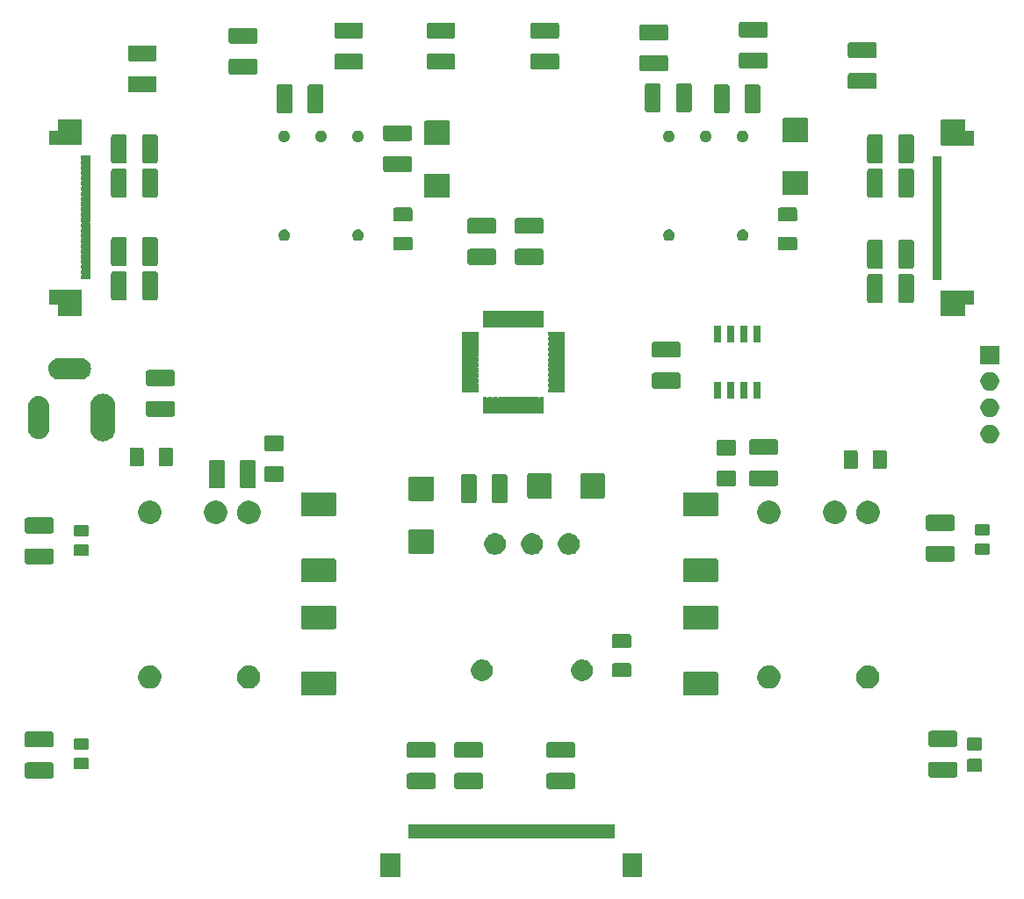
<source format=gbr>
%TF.GenerationSoftware,KiCad,Pcbnew,(5.1.5)-3*%
%TF.CreationDate,2020-05-13T22:14:54+03:00*%
%TF.ProjectId,dash-board,64617368-2d62-46f6-9172-642e6b696361,rev?*%
%TF.SameCoordinates,Original*%
%TF.FileFunction,Soldermask,Bot*%
%TF.FilePolarity,Negative*%
%FSLAX46Y46*%
G04 Gerber Fmt 4.6, Leading zero omitted, Abs format (unit mm)*
G04 Created by KiCad (PCBNEW (5.1.5)-3) date 2020-05-13 22:14:54*
%MOMM*%
%LPD*%
G04 APERTURE LIST*
%ADD10C,0.100000*%
G04 APERTURE END LIST*
D10*
G36*
X112481420Y-144653840D02*
G01*
X110579420Y-144653840D01*
X110579420Y-142351840D01*
X112481420Y-142351840D01*
X112481420Y-144653840D01*
G37*
G36*
X89181420Y-144653840D02*
G01*
X87279420Y-144653840D01*
X87279420Y-142351840D01*
X89181420Y-142351840D01*
X89181420Y-144653840D01*
G37*
G36*
X109831420Y-140953840D02*
G01*
X89929420Y-140953840D01*
X89929420Y-139551840D01*
X109831420Y-139551840D01*
X109831420Y-140953840D01*
G37*
G36*
X105873562Y-134622681D02*
G01*
X105908481Y-134633274D01*
X105940663Y-134650476D01*
X105968873Y-134673627D01*
X105992024Y-134701837D01*
X106009226Y-134734019D01*
X106019819Y-134768938D01*
X106024000Y-134811395D01*
X106024000Y-135952605D01*
X106019819Y-135995062D01*
X106009226Y-136029981D01*
X105992024Y-136062163D01*
X105968873Y-136090373D01*
X105940663Y-136113524D01*
X105908481Y-136130726D01*
X105873562Y-136141319D01*
X105831105Y-136145500D01*
X103464895Y-136145500D01*
X103422438Y-136141319D01*
X103387519Y-136130726D01*
X103355337Y-136113524D01*
X103327127Y-136090373D01*
X103303976Y-136062163D01*
X103286774Y-136029981D01*
X103276181Y-135995062D01*
X103272000Y-135952605D01*
X103272000Y-134811395D01*
X103276181Y-134768938D01*
X103286774Y-134734019D01*
X103303976Y-134701837D01*
X103327127Y-134673627D01*
X103355337Y-134650476D01*
X103387519Y-134633274D01*
X103422438Y-134622681D01*
X103464895Y-134618500D01*
X105831105Y-134618500D01*
X105873562Y-134622681D01*
G37*
G36*
X92411562Y-134622681D02*
G01*
X92446481Y-134633274D01*
X92478663Y-134650476D01*
X92506873Y-134673627D01*
X92530024Y-134701837D01*
X92547226Y-134734019D01*
X92557819Y-134768938D01*
X92562000Y-134811395D01*
X92562000Y-135952605D01*
X92557819Y-135995062D01*
X92547226Y-136029981D01*
X92530024Y-136062163D01*
X92506873Y-136090373D01*
X92478663Y-136113524D01*
X92446481Y-136130726D01*
X92411562Y-136141319D01*
X92369105Y-136145500D01*
X90002895Y-136145500D01*
X89960438Y-136141319D01*
X89925519Y-136130726D01*
X89893337Y-136113524D01*
X89865127Y-136090373D01*
X89841976Y-136062163D01*
X89824774Y-136029981D01*
X89814181Y-135995062D01*
X89810000Y-135952605D01*
X89810000Y-134811395D01*
X89814181Y-134768938D01*
X89824774Y-134734019D01*
X89841976Y-134701837D01*
X89865127Y-134673627D01*
X89893337Y-134650476D01*
X89925519Y-134633274D01*
X89960438Y-134622681D01*
X90002895Y-134618500D01*
X92369105Y-134618500D01*
X92411562Y-134622681D01*
G37*
G36*
X96983562Y-134622681D02*
G01*
X97018481Y-134633274D01*
X97050663Y-134650476D01*
X97078873Y-134673627D01*
X97102024Y-134701837D01*
X97119226Y-134734019D01*
X97129819Y-134768938D01*
X97134000Y-134811395D01*
X97134000Y-135952605D01*
X97129819Y-135995062D01*
X97119226Y-136029981D01*
X97102024Y-136062163D01*
X97078873Y-136090373D01*
X97050663Y-136113524D01*
X97018481Y-136130726D01*
X96983562Y-136141319D01*
X96941105Y-136145500D01*
X94574895Y-136145500D01*
X94532438Y-136141319D01*
X94497519Y-136130726D01*
X94465337Y-136113524D01*
X94437127Y-136090373D01*
X94413976Y-136062163D01*
X94396774Y-136029981D01*
X94386181Y-135995062D01*
X94382000Y-135952605D01*
X94382000Y-134811395D01*
X94386181Y-134768938D01*
X94396774Y-134734019D01*
X94413976Y-134701837D01*
X94437127Y-134673627D01*
X94465337Y-134650476D01*
X94497519Y-134633274D01*
X94532438Y-134622681D01*
X94574895Y-134618500D01*
X96941105Y-134618500D01*
X96983562Y-134622681D01*
G37*
G36*
X55581562Y-133606681D02*
G01*
X55616481Y-133617274D01*
X55648663Y-133634476D01*
X55676873Y-133657627D01*
X55700024Y-133685837D01*
X55717226Y-133718019D01*
X55727819Y-133752938D01*
X55732000Y-133795395D01*
X55732000Y-134936605D01*
X55727819Y-134979062D01*
X55717226Y-135013981D01*
X55700024Y-135046163D01*
X55676873Y-135074373D01*
X55648663Y-135097524D01*
X55616481Y-135114726D01*
X55581562Y-135125319D01*
X55539105Y-135129500D01*
X53172895Y-135129500D01*
X53130438Y-135125319D01*
X53095519Y-135114726D01*
X53063337Y-135097524D01*
X53035127Y-135074373D01*
X53011976Y-135046163D01*
X52994774Y-135013981D01*
X52984181Y-134979062D01*
X52980000Y-134936605D01*
X52980000Y-133795395D01*
X52984181Y-133752938D01*
X52994774Y-133718019D01*
X53011976Y-133685837D01*
X53035127Y-133657627D01*
X53063337Y-133634476D01*
X53095519Y-133617274D01*
X53130438Y-133606681D01*
X53172895Y-133602500D01*
X55539105Y-133602500D01*
X55581562Y-133606681D01*
G37*
G36*
X142703562Y-133533681D02*
G01*
X142738481Y-133544274D01*
X142770663Y-133561476D01*
X142798873Y-133584627D01*
X142822024Y-133612837D01*
X142839226Y-133645019D01*
X142849819Y-133679938D01*
X142854000Y-133722395D01*
X142854000Y-134863605D01*
X142849819Y-134906062D01*
X142839226Y-134940981D01*
X142822024Y-134973163D01*
X142798873Y-135001373D01*
X142770663Y-135024524D01*
X142738481Y-135041726D01*
X142703562Y-135052319D01*
X142661105Y-135056500D01*
X140294895Y-135056500D01*
X140252438Y-135052319D01*
X140217519Y-135041726D01*
X140185337Y-135024524D01*
X140157127Y-135001373D01*
X140133976Y-134973163D01*
X140116774Y-134940981D01*
X140106181Y-134906062D01*
X140102000Y-134863605D01*
X140102000Y-133722395D01*
X140106181Y-133679938D01*
X140116774Y-133645019D01*
X140133976Y-133612837D01*
X140157127Y-133584627D01*
X140185337Y-133561476D01*
X140217519Y-133544274D01*
X140252438Y-133533681D01*
X140294895Y-133529500D01*
X142661105Y-133529500D01*
X142703562Y-133533681D01*
G37*
G36*
X145114674Y-133254465D02*
G01*
X145152367Y-133265899D01*
X145187103Y-133284466D01*
X145217548Y-133309452D01*
X145242534Y-133339897D01*
X145261101Y-133374633D01*
X145272535Y-133412326D01*
X145277000Y-133457661D01*
X145277000Y-134294339D01*
X145272535Y-134339674D01*
X145261101Y-134377367D01*
X145242534Y-134412103D01*
X145217548Y-134442548D01*
X145187103Y-134467534D01*
X145152367Y-134486101D01*
X145114674Y-134497535D01*
X145069339Y-134502000D01*
X143982661Y-134502000D01*
X143937326Y-134497535D01*
X143899633Y-134486101D01*
X143864897Y-134467534D01*
X143834452Y-134442548D01*
X143809466Y-134412103D01*
X143790899Y-134377367D01*
X143779465Y-134339674D01*
X143775000Y-134294339D01*
X143775000Y-133457661D01*
X143779465Y-133412326D01*
X143790899Y-133374633D01*
X143809466Y-133339897D01*
X143834452Y-133309452D01*
X143864897Y-133284466D01*
X143899633Y-133265899D01*
X143937326Y-133254465D01*
X143982661Y-133250000D01*
X145069339Y-133250000D01*
X145114674Y-133254465D01*
G37*
G36*
X59004468Y-133167065D02*
G01*
X59043138Y-133178796D01*
X59078777Y-133197846D01*
X59110017Y-133223483D01*
X59135654Y-133254723D01*
X59154704Y-133290362D01*
X59166435Y-133329032D01*
X59171000Y-133375388D01*
X59171000Y-134026612D01*
X59166435Y-134072968D01*
X59154704Y-134111638D01*
X59135654Y-134147277D01*
X59110017Y-134178517D01*
X59078777Y-134204154D01*
X59043138Y-134223204D01*
X59004468Y-134234935D01*
X58958112Y-134239500D01*
X57881888Y-134239500D01*
X57835532Y-134234935D01*
X57796862Y-134223204D01*
X57761223Y-134204154D01*
X57729983Y-134178517D01*
X57704346Y-134147277D01*
X57685296Y-134111638D01*
X57673565Y-134072968D01*
X57669000Y-134026612D01*
X57669000Y-133375388D01*
X57673565Y-133329032D01*
X57685296Y-133290362D01*
X57704346Y-133254723D01*
X57729983Y-133223483D01*
X57761223Y-133197846D01*
X57796862Y-133178796D01*
X57835532Y-133167065D01*
X57881888Y-133162500D01*
X58958112Y-133162500D01*
X59004468Y-133167065D01*
G37*
G36*
X96983562Y-131647681D02*
G01*
X97018481Y-131658274D01*
X97050663Y-131675476D01*
X97078873Y-131698627D01*
X97102024Y-131726837D01*
X97119226Y-131759019D01*
X97129819Y-131793938D01*
X97134000Y-131836395D01*
X97134000Y-132977605D01*
X97129819Y-133020062D01*
X97119226Y-133054981D01*
X97102024Y-133087163D01*
X97078873Y-133115373D01*
X97050663Y-133138524D01*
X97018481Y-133155726D01*
X96983562Y-133166319D01*
X96941105Y-133170500D01*
X94574895Y-133170500D01*
X94532438Y-133166319D01*
X94497519Y-133155726D01*
X94465337Y-133138524D01*
X94437127Y-133115373D01*
X94413976Y-133087163D01*
X94396774Y-133054981D01*
X94386181Y-133020062D01*
X94382000Y-132977605D01*
X94382000Y-131836395D01*
X94386181Y-131793938D01*
X94396774Y-131759019D01*
X94413976Y-131726837D01*
X94437127Y-131698627D01*
X94465337Y-131675476D01*
X94497519Y-131658274D01*
X94532438Y-131647681D01*
X94574895Y-131643500D01*
X96941105Y-131643500D01*
X96983562Y-131647681D01*
G37*
G36*
X105873562Y-131647681D02*
G01*
X105908481Y-131658274D01*
X105940663Y-131675476D01*
X105968873Y-131698627D01*
X105992024Y-131726837D01*
X106009226Y-131759019D01*
X106019819Y-131793938D01*
X106024000Y-131836395D01*
X106024000Y-132977605D01*
X106019819Y-133020062D01*
X106009226Y-133054981D01*
X105992024Y-133087163D01*
X105968873Y-133115373D01*
X105940663Y-133138524D01*
X105908481Y-133155726D01*
X105873562Y-133166319D01*
X105831105Y-133170500D01*
X103464895Y-133170500D01*
X103422438Y-133166319D01*
X103387519Y-133155726D01*
X103355337Y-133138524D01*
X103327127Y-133115373D01*
X103303976Y-133087163D01*
X103286774Y-133054981D01*
X103276181Y-133020062D01*
X103272000Y-132977605D01*
X103272000Y-131836395D01*
X103276181Y-131793938D01*
X103286774Y-131759019D01*
X103303976Y-131726837D01*
X103327127Y-131698627D01*
X103355337Y-131675476D01*
X103387519Y-131658274D01*
X103422438Y-131647681D01*
X103464895Y-131643500D01*
X105831105Y-131643500D01*
X105873562Y-131647681D01*
G37*
G36*
X92411562Y-131647681D02*
G01*
X92446481Y-131658274D01*
X92478663Y-131675476D01*
X92506873Y-131698627D01*
X92530024Y-131726837D01*
X92547226Y-131759019D01*
X92557819Y-131793938D01*
X92562000Y-131836395D01*
X92562000Y-132977605D01*
X92557819Y-133020062D01*
X92547226Y-133054981D01*
X92530024Y-133087163D01*
X92506873Y-133115373D01*
X92478663Y-133138524D01*
X92446481Y-133155726D01*
X92411562Y-133166319D01*
X92369105Y-133170500D01*
X90002895Y-133170500D01*
X89960438Y-133166319D01*
X89925519Y-133155726D01*
X89893337Y-133138524D01*
X89865127Y-133115373D01*
X89841976Y-133087163D01*
X89824774Y-133054981D01*
X89814181Y-133020062D01*
X89810000Y-132977605D01*
X89810000Y-131836395D01*
X89814181Y-131793938D01*
X89824774Y-131759019D01*
X89841976Y-131726837D01*
X89865127Y-131698627D01*
X89893337Y-131675476D01*
X89925519Y-131658274D01*
X89960438Y-131647681D01*
X90002895Y-131643500D01*
X92369105Y-131643500D01*
X92411562Y-131647681D01*
G37*
G36*
X145114674Y-131204465D02*
G01*
X145152367Y-131215899D01*
X145187103Y-131234466D01*
X145217548Y-131259452D01*
X145242534Y-131289897D01*
X145261101Y-131324633D01*
X145272535Y-131362326D01*
X145277000Y-131407661D01*
X145277000Y-132244339D01*
X145272535Y-132289674D01*
X145261101Y-132327367D01*
X145242534Y-132362103D01*
X145217548Y-132392548D01*
X145187103Y-132417534D01*
X145152367Y-132436101D01*
X145114674Y-132447535D01*
X145069339Y-132452000D01*
X143982661Y-132452000D01*
X143937326Y-132447535D01*
X143899633Y-132436101D01*
X143864897Y-132417534D01*
X143834452Y-132392548D01*
X143809466Y-132362103D01*
X143790899Y-132327367D01*
X143779465Y-132289674D01*
X143775000Y-132244339D01*
X143775000Y-131407661D01*
X143779465Y-131362326D01*
X143790899Y-131324633D01*
X143809466Y-131289897D01*
X143834452Y-131259452D01*
X143864897Y-131234466D01*
X143899633Y-131215899D01*
X143937326Y-131204465D01*
X143982661Y-131200000D01*
X145069339Y-131200000D01*
X145114674Y-131204465D01*
G37*
G36*
X59004468Y-131292065D02*
G01*
X59043138Y-131303796D01*
X59078777Y-131322846D01*
X59110017Y-131348483D01*
X59135654Y-131379723D01*
X59154704Y-131415362D01*
X59166435Y-131454032D01*
X59171000Y-131500388D01*
X59171000Y-132151612D01*
X59166435Y-132197968D01*
X59154704Y-132236638D01*
X59135654Y-132272277D01*
X59110017Y-132303517D01*
X59078777Y-132329154D01*
X59043138Y-132348204D01*
X59004468Y-132359935D01*
X58958112Y-132364500D01*
X57881888Y-132364500D01*
X57835532Y-132359935D01*
X57796862Y-132348204D01*
X57761223Y-132329154D01*
X57729983Y-132303517D01*
X57704346Y-132272277D01*
X57685296Y-132236638D01*
X57673565Y-132197968D01*
X57669000Y-132151612D01*
X57669000Y-131500388D01*
X57673565Y-131454032D01*
X57685296Y-131415362D01*
X57704346Y-131379723D01*
X57729983Y-131348483D01*
X57761223Y-131322846D01*
X57796862Y-131303796D01*
X57835532Y-131292065D01*
X57881888Y-131287500D01*
X58958112Y-131287500D01*
X59004468Y-131292065D01*
G37*
G36*
X55581562Y-130631681D02*
G01*
X55616481Y-130642274D01*
X55648663Y-130659476D01*
X55676873Y-130682627D01*
X55700024Y-130710837D01*
X55717226Y-130743019D01*
X55727819Y-130777938D01*
X55732000Y-130820395D01*
X55732000Y-131961605D01*
X55727819Y-132004062D01*
X55717226Y-132038981D01*
X55700024Y-132071163D01*
X55676873Y-132099373D01*
X55648663Y-132122524D01*
X55616481Y-132139726D01*
X55581562Y-132150319D01*
X55539105Y-132154500D01*
X53172895Y-132154500D01*
X53130438Y-132150319D01*
X53095519Y-132139726D01*
X53063337Y-132122524D01*
X53035127Y-132099373D01*
X53011976Y-132071163D01*
X52994774Y-132038981D01*
X52984181Y-132004062D01*
X52980000Y-131961605D01*
X52980000Y-130820395D01*
X52984181Y-130777938D01*
X52994774Y-130743019D01*
X53011976Y-130710837D01*
X53035127Y-130682627D01*
X53063337Y-130659476D01*
X53095519Y-130642274D01*
X53130438Y-130631681D01*
X53172895Y-130627500D01*
X55539105Y-130627500D01*
X55581562Y-130631681D01*
G37*
G36*
X142703562Y-130558681D02*
G01*
X142738481Y-130569274D01*
X142770663Y-130586476D01*
X142798873Y-130609627D01*
X142822024Y-130637837D01*
X142839226Y-130670019D01*
X142849819Y-130704938D01*
X142854000Y-130747395D01*
X142854000Y-131888605D01*
X142849819Y-131931062D01*
X142839226Y-131965981D01*
X142822024Y-131998163D01*
X142798873Y-132026373D01*
X142770663Y-132049524D01*
X142738481Y-132066726D01*
X142703562Y-132077319D01*
X142661105Y-132081500D01*
X140294895Y-132081500D01*
X140252438Y-132077319D01*
X140217519Y-132066726D01*
X140185337Y-132049524D01*
X140157127Y-132026373D01*
X140133976Y-131998163D01*
X140116774Y-131965981D01*
X140106181Y-131931062D01*
X140102000Y-131888605D01*
X140102000Y-130747395D01*
X140106181Y-130704938D01*
X140116774Y-130670019D01*
X140133976Y-130637837D01*
X140157127Y-130609627D01*
X140185337Y-130586476D01*
X140217519Y-130569274D01*
X140252438Y-130558681D01*
X140294895Y-130554500D01*
X142661105Y-130554500D01*
X142703562Y-130558681D01*
G37*
G36*
X119677702Y-124874272D02*
G01*
X119708625Y-124883653D01*
X119737126Y-124898887D01*
X119762109Y-124919391D01*
X119782613Y-124944374D01*
X119797847Y-124972875D01*
X119807228Y-125003798D01*
X119811000Y-125042101D01*
X119811000Y-126975899D01*
X119807228Y-127014202D01*
X119797847Y-127045125D01*
X119782613Y-127073626D01*
X119762109Y-127098609D01*
X119737126Y-127119113D01*
X119708625Y-127134347D01*
X119677702Y-127143728D01*
X119639399Y-127147500D01*
X116580601Y-127147500D01*
X116542298Y-127143728D01*
X116511375Y-127134347D01*
X116482874Y-127119113D01*
X116457891Y-127098609D01*
X116437387Y-127073626D01*
X116422153Y-127045125D01*
X116412772Y-127014202D01*
X116409000Y-126975899D01*
X116409000Y-125042101D01*
X116412772Y-125003798D01*
X116422153Y-124972875D01*
X116437387Y-124944374D01*
X116457891Y-124919391D01*
X116482874Y-124898887D01*
X116511375Y-124883653D01*
X116542298Y-124874272D01*
X116580601Y-124870500D01*
X119639399Y-124870500D01*
X119677702Y-124874272D01*
G37*
G36*
X82847702Y-124849272D02*
G01*
X82878625Y-124858653D01*
X82907126Y-124873887D01*
X82932109Y-124894391D01*
X82952613Y-124919374D01*
X82967847Y-124947875D01*
X82977228Y-124978798D01*
X82981000Y-125017101D01*
X82981000Y-126950899D01*
X82977228Y-126989202D01*
X82967847Y-127020125D01*
X82952613Y-127048626D01*
X82932109Y-127073609D01*
X82907126Y-127094113D01*
X82878625Y-127109347D01*
X82847702Y-127118728D01*
X82809399Y-127122500D01*
X79750601Y-127122500D01*
X79712298Y-127118728D01*
X79681375Y-127109347D01*
X79652874Y-127094113D01*
X79627891Y-127073609D01*
X79607387Y-127048626D01*
X79592153Y-127020125D01*
X79582772Y-126989202D01*
X79579000Y-126950899D01*
X79579000Y-125017101D01*
X79582772Y-124978798D01*
X79592153Y-124947875D01*
X79607387Y-124919374D01*
X79627891Y-124894391D01*
X79652874Y-124873887D01*
X79681375Y-124858653D01*
X79712298Y-124849272D01*
X79750601Y-124845500D01*
X82809399Y-124845500D01*
X82847702Y-124849272D01*
G37*
G36*
X125043900Y-124266464D02*
G01*
X125104185Y-124291435D01*
X125249729Y-124351720D01*
X125434970Y-124475495D01*
X125592505Y-124633030D01*
X125716280Y-124818271D01*
X125769665Y-124947157D01*
X125801536Y-125024100D01*
X125818071Y-125107225D01*
X125845000Y-125242606D01*
X125845000Y-125465394D01*
X125801536Y-125683899D01*
X125716280Y-125889729D01*
X125592505Y-126074970D01*
X125434970Y-126232505D01*
X125249729Y-126356280D01*
X125104185Y-126416565D01*
X125043900Y-126441536D01*
X124825394Y-126485000D01*
X124602606Y-126485000D01*
X124384100Y-126441536D01*
X124323815Y-126416565D01*
X124178271Y-126356280D01*
X123993030Y-126232505D01*
X123835495Y-126074970D01*
X123711720Y-125889729D01*
X123626464Y-125683899D01*
X123583000Y-125465394D01*
X123583000Y-125242606D01*
X123609929Y-125107225D01*
X123626464Y-125024100D01*
X123658335Y-124947157D01*
X123711720Y-124818271D01*
X123835495Y-124633030D01*
X123993030Y-124475495D01*
X124178271Y-124351720D01*
X124323815Y-124291435D01*
X124384100Y-124266464D01*
X124602606Y-124223000D01*
X124825394Y-124223000D01*
X125043900Y-124266464D01*
G37*
G36*
X74873900Y-124266464D02*
G01*
X74934185Y-124291435D01*
X75079729Y-124351720D01*
X75264970Y-124475495D01*
X75422505Y-124633030D01*
X75546280Y-124818271D01*
X75599665Y-124947157D01*
X75631536Y-125024100D01*
X75648071Y-125107225D01*
X75675000Y-125242606D01*
X75675000Y-125465394D01*
X75631536Y-125683899D01*
X75546280Y-125889729D01*
X75422505Y-126074970D01*
X75264970Y-126232505D01*
X75079729Y-126356280D01*
X74934185Y-126416565D01*
X74873900Y-126441536D01*
X74655394Y-126485000D01*
X74432606Y-126485000D01*
X74214100Y-126441536D01*
X74153815Y-126416565D01*
X74008271Y-126356280D01*
X73823030Y-126232505D01*
X73665495Y-126074970D01*
X73541720Y-125889729D01*
X73456464Y-125683899D01*
X73413000Y-125465394D01*
X73413000Y-125242606D01*
X73439929Y-125107225D01*
X73456464Y-125024100D01*
X73488335Y-124947157D01*
X73541720Y-124818271D01*
X73665495Y-124633030D01*
X73823030Y-124475495D01*
X74008271Y-124351720D01*
X74153815Y-124291435D01*
X74214100Y-124266464D01*
X74432606Y-124223000D01*
X74655394Y-124223000D01*
X74873900Y-124266464D01*
G37*
G36*
X65353900Y-124266464D02*
G01*
X65414185Y-124291435D01*
X65559729Y-124351720D01*
X65744970Y-124475495D01*
X65902505Y-124633030D01*
X66026280Y-124818271D01*
X66079665Y-124947157D01*
X66111536Y-125024100D01*
X66128071Y-125107225D01*
X66155000Y-125242606D01*
X66155000Y-125465394D01*
X66111536Y-125683899D01*
X66026280Y-125889729D01*
X65902505Y-126074970D01*
X65744970Y-126232505D01*
X65559729Y-126356280D01*
X65414185Y-126416565D01*
X65353900Y-126441536D01*
X65135394Y-126485000D01*
X64912606Y-126485000D01*
X64694100Y-126441536D01*
X64633815Y-126416565D01*
X64488271Y-126356280D01*
X64303030Y-126232505D01*
X64145495Y-126074970D01*
X64021720Y-125889729D01*
X63936464Y-125683899D01*
X63893000Y-125465394D01*
X63893000Y-125242606D01*
X63919929Y-125107225D01*
X63936464Y-125024100D01*
X63968335Y-124947157D01*
X64021720Y-124818271D01*
X64145495Y-124633030D01*
X64303030Y-124475495D01*
X64488271Y-124351720D01*
X64633815Y-124291435D01*
X64694100Y-124266464D01*
X64912606Y-124223000D01*
X65135394Y-124223000D01*
X65353900Y-124266464D01*
G37*
G36*
X134563900Y-124266464D02*
G01*
X134624185Y-124291435D01*
X134769729Y-124351720D01*
X134954970Y-124475495D01*
X135112505Y-124633030D01*
X135236280Y-124818271D01*
X135289665Y-124947157D01*
X135321536Y-125024100D01*
X135338071Y-125107225D01*
X135365000Y-125242606D01*
X135365000Y-125465394D01*
X135321536Y-125683899D01*
X135236280Y-125889729D01*
X135112505Y-126074970D01*
X134954970Y-126232505D01*
X134769729Y-126356280D01*
X134624185Y-126416565D01*
X134563900Y-126441536D01*
X134345394Y-126485000D01*
X134122606Y-126485000D01*
X133904100Y-126441536D01*
X133843815Y-126416565D01*
X133698271Y-126356280D01*
X133513030Y-126232505D01*
X133355495Y-126074970D01*
X133231720Y-125889729D01*
X133146464Y-125683899D01*
X133103000Y-125465394D01*
X133103000Y-125242606D01*
X133129929Y-125107225D01*
X133146464Y-125024100D01*
X133178335Y-124947157D01*
X133231720Y-124818271D01*
X133355495Y-124633030D01*
X133513030Y-124475495D01*
X133698271Y-124351720D01*
X133843815Y-124291435D01*
X133904100Y-124266464D01*
X134122606Y-124223000D01*
X134345394Y-124223000D01*
X134563900Y-124266464D01*
G37*
G36*
X106989564Y-123701389D02*
G01*
X107180833Y-123780615D01*
X107180835Y-123780616D01*
X107352973Y-123895635D01*
X107499365Y-124042027D01*
X107598854Y-124190922D01*
X107614385Y-124214167D01*
X107693611Y-124405436D01*
X107734000Y-124608484D01*
X107734000Y-124815516D01*
X107693611Y-125018564D01*
X107646531Y-125132225D01*
X107614384Y-125209835D01*
X107499365Y-125381973D01*
X107352973Y-125528365D01*
X107180835Y-125643384D01*
X107180834Y-125643385D01*
X107180833Y-125643385D01*
X106989564Y-125722611D01*
X106786516Y-125763000D01*
X106579484Y-125763000D01*
X106376436Y-125722611D01*
X106185167Y-125643385D01*
X106185166Y-125643385D01*
X106185165Y-125643384D01*
X106013027Y-125528365D01*
X105866635Y-125381973D01*
X105751616Y-125209835D01*
X105719469Y-125132225D01*
X105672389Y-125018564D01*
X105632000Y-124815516D01*
X105632000Y-124608484D01*
X105672389Y-124405436D01*
X105751615Y-124214167D01*
X105767147Y-124190922D01*
X105866635Y-124042027D01*
X106013027Y-123895635D01*
X106185165Y-123780616D01*
X106185167Y-123780615D01*
X106376436Y-123701389D01*
X106579484Y-123661000D01*
X106786516Y-123661000D01*
X106989564Y-123701389D01*
G37*
G36*
X97339564Y-123701389D02*
G01*
X97530833Y-123780615D01*
X97530835Y-123780616D01*
X97702973Y-123895635D01*
X97849365Y-124042027D01*
X97948854Y-124190922D01*
X97964385Y-124214167D01*
X98043611Y-124405436D01*
X98084000Y-124608484D01*
X98084000Y-124815516D01*
X98043611Y-125018564D01*
X97996531Y-125132225D01*
X97964384Y-125209835D01*
X97849365Y-125381973D01*
X97702973Y-125528365D01*
X97530835Y-125643384D01*
X97530834Y-125643385D01*
X97530833Y-125643385D01*
X97339564Y-125722611D01*
X97136516Y-125763000D01*
X96929484Y-125763000D01*
X96726436Y-125722611D01*
X96535167Y-125643385D01*
X96535166Y-125643385D01*
X96535165Y-125643384D01*
X96363027Y-125528365D01*
X96216635Y-125381973D01*
X96101616Y-125209835D01*
X96069469Y-125132225D01*
X96022389Y-125018564D01*
X95982000Y-124815516D01*
X95982000Y-124608484D01*
X96022389Y-124405436D01*
X96101615Y-124214167D01*
X96117147Y-124190922D01*
X96216635Y-124042027D01*
X96363027Y-123895635D01*
X96535165Y-123780616D01*
X96535167Y-123780615D01*
X96726436Y-123701389D01*
X96929484Y-123661000D01*
X97136516Y-123661000D01*
X97339564Y-123701389D01*
G37*
G36*
X111268604Y-124028347D02*
G01*
X111305144Y-124039432D01*
X111338821Y-124057433D01*
X111368341Y-124081659D01*
X111392567Y-124111179D01*
X111410568Y-124144856D01*
X111421653Y-124181396D01*
X111426000Y-124225538D01*
X111426000Y-125174462D01*
X111421653Y-125218604D01*
X111410568Y-125255144D01*
X111392567Y-125288821D01*
X111368341Y-125318341D01*
X111338821Y-125342567D01*
X111305144Y-125360568D01*
X111268604Y-125371653D01*
X111224462Y-125376000D01*
X109775538Y-125376000D01*
X109731396Y-125371653D01*
X109694856Y-125360568D01*
X109661179Y-125342567D01*
X109631659Y-125318341D01*
X109607433Y-125288821D01*
X109589432Y-125255144D01*
X109578347Y-125218604D01*
X109574000Y-125174462D01*
X109574000Y-124225538D01*
X109578347Y-124181396D01*
X109589432Y-124144856D01*
X109607433Y-124111179D01*
X109631659Y-124081659D01*
X109661179Y-124057433D01*
X109694856Y-124039432D01*
X109731396Y-124028347D01*
X109775538Y-124024000D01*
X111224462Y-124024000D01*
X111268604Y-124028347D01*
G37*
G36*
X111268604Y-121228347D02*
G01*
X111305144Y-121239432D01*
X111338821Y-121257433D01*
X111368341Y-121281659D01*
X111392567Y-121311179D01*
X111410568Y-121344856D01*
X111421653Y-121381396D01*
X111426000Y-121425538D01*
X111426000Y-122374462D01*
X111421653Y-122418604D01*
X111410568Y-122455144D01*
X111392567Y-122488821D01*
X111368341Y-122518341D01*
X111338821Y-122542567D01*
X111305144Y-122560568D01*
X111268604Y-122571653D01*
X111224462Y-122576000D01*
X109775538Y-122576000D01*
X109731396Y-122571653D01*
X109694856Y-122560568D01*
X109661179Y-122542567D01*
X109631659Y-122518341D01*
X109607433Y-122488821D01*
X109589432Y-122455144D01*
X109578347Y-122418604D01*
X109574000Y-122374462D01*
X109574000Y-121425538D01*
X109578347Y-121381396D01*
X109589432Y-121344856D01*
X109607433Y-121311179D01*
X109631659Y-121281659D01*
X109661179Y-121257433D01*
X109694856Y-121239432D01*
X109731396Y-121228347D01*
X109775538Y-121224000D01*
X111224462Y-121224000D01*
X111268604Y-121228347D01*
G37*
G36*
X119677702Y-118499272D02*
G01*
X119708625Y-118508653D01*
X119737126Y-118523887D01*
X119762109Y-118544391D01*
X119782613Y-118569374D01*
X119797847Y-118597875D01*
X119807228Y-118628798D01*
X119811000Y-118667101D01*
X119811000Y-120600899D01*
X119807228Y-120639202D01*
X119797847Y-120670125D01*
X119782613Y-120698626D01*
X119762109Y-120723609D01*
X119737126Y-120744113D01*
X119708625Y-120759347D01*
X119677702Y-120768728D01*
X119639399Y-120772500D01*
X116580601Y-120772500D01*
X116542298Y-120768728D01*
X116511375Y-120759347D01*
X116482874Y-120744113D01*
X116457891Y-120723609D01*
X116437387Y-120698626D01*
X116422153Y-120670125D01*
X116412772Y-120639202D01*
X116409000Y-120600899D01*
X116409000Y-118667101D01*
X116412772Y-118628798D01*
X116422153Y-118597875D01*
X116437387Y-118569374D01*
X116457891Y-118544391D01*
X116482874Y-118523887D01*
X116511375Y-118508653D01*
X116542298Y-118499272D01*
X116580601Y-118495500D01*
X119639399Y-118495500D01*
X119677702Y-118499272D01*
G37*
G36*
X82847702Y-118474272D02*
G01*
X82878625Y-118483653D01*
X82907126Y-118498887D01*
X82932109Y-118519391D01*
X82952613Y-118544374D01*
X82967847Y-118572875D01*
X82977228Y-118603798D01*
X82981000Y-118642101D01*
X82981000Y-120575899D01*
X82977228Y-120614202D01*
X82967847Y-120645125D01*
X82952613Y-120673626D01*
X82932109Y-120698609D01*
X82907126Y-120719113D01*
X82878625Y-120734347D01*
X82847702Y-120743728D01*
X82809399Y-120747500D01*
X79750601Y-120747500D01*
X79712298Y-120743728D01*
X79681375Y-120734347D01*
X79652874Y-120719113D01*
X79627891Y-120698609D01*
X79607387Y-120673626D01*
X79592153Y-120645125D01*
X79582772Y-120614202D01*
X79579000Y-120575899D01*
X79579000Y-118642101D01*
X79582772Y-118603798D01*
X79592153Y-118572875D01*
X79607387Y-118544374D01*
X79627891Y-118519391D01*
X79652874Y-118498887D01*
X79681375Y-118483653D01*
X79712298Y-118474272D01*
X79750601Y-118470500D01*
X82809399Y-118470500D01*
X82847702Y-118474272D01*
G37*
G36*
X119677702Y-113952272D02*
G01*
X119708625Y-113961653D01*
X119737126Y-113976887D01*
X119762109Y-113997391D01*
X119782613Y-114022374D01*
X119797847Y-114050875D01*
X119807228Y-114081798D01*
X119811000Y-114120101D01*
X119811000Y-116053899D01*
X119807228Y-116092202D01*
X119797847Y-116123125D01*
X119782613Y-116151626D01*
X119762109Y-116176609D01*
X119737126Y-116197113D01*
X119708625Y-116212347D01*
X119677702Y-116221728D01*
X119639399Y-116225500D01*
X116580601Y-116225500D01*
X116542298Y-116221728D01*
X116511375Y-116212347D01*
X116482874Y-116197113D01*
X116457891Y-116176609D01*
X116437387Y-116151626D01*
X116422153Y-116123125D01*
X116412772Y-116092202D01*
X116409000Y-116053899D01*
X116409000Y-114120101D01*
X116412772Y-114081798D01*
X116422153Y-114050875D01*
X116437387Y-114022374D01*
X116457891Y-113997391D01*
X116482874Y-113976887D01*
X116511375Y-113961653D01*
X116542298Y-113952272D01*
X116580601Y-113948500D01*
X119639399Y-113948500D01*
X119677702Y-113952272D01*
G37*
G36*
X82847702Y-113952272D02*
G01*
X82878625Y-113961653D01*
X82907126Y-113976887D01*
X82932109Y-113997391D01*
X82952613Y-114022374D01*
X82967847Y-114050875D01*
X82977228Y-114081798D01*
X82981000Y-114120101D01*
X82981000Y-116053899D01*
X82977228Y-116092202D01*
X82967847Y-116123125D01*
X82952613Y-116151626D01*
X82932109Y-116176609D01*
X82907126Y-116197113D01*
X82878625Y-116212347D01*
X82847702Y-116221728D01*
X82809399Y-116225500D01*
X79750601Y-116225500D01*
X79712298Y-116221728D01*
X79681375Y-116212347D01*
X79652874Y-116197113D01*
X79627891Y-116176609D01*
X79607387Y-116151626D01*
X79592153Y-116123125D01*
X79582772Y-116092202D01*
X79579000Y-116053899D01*
X79579000Y-114120101D01*
X79582772Y-114081798D01*
X79592153Y-114050875D01*
X79607387Y-114022374D01*
X79627891Y-113997391D01*
X79652874Y-113976887D01*
X79681375Y-113961653D01*
X79712298Y-113952272D01*
X79750601Y-113948500D01*
X82809399Y-113948500D01*
X82847702Y-113952272D01*
G37*
G36*
X55581562Y-112959681D02*
G01*
X55616481Y-112970274D01*
X55648663Y-112987476D01*
X55676873Y-113010627D01*
X55700024Y-113038837D01*
X55717226Y-113071019D01*
X55727819Y-113105938D01*
X55732000Y-113148395D01*
X55732000Y-114289605D01*
X55727819Y-114332062D01*
X55717226Y-114366981D01*
X55700024Y-114399163D01*
X55676873Y-114427373D01*
X55648663Y-114450524D01*
X55616481Y-114467726D01*
X55581562Y-114478319D01*
X55539105Y-114482500D01*
X53172895Y-114482500D01*
X53130438Y-114478319D01*
X53095519Y-114467726D01*
X53063337Y-114450524D01*
X53035127Y-114427373D01*
X53011976Y-114399163D01*
X52994774Y-114366981D01*
X52984181Y-114332062D01*
X52980000Y-114289605D01*
X52980000Y-113148395D01*
X52984181Y-113105938D01*
X52994774Y-113071019D01*
X53011976Y-113038837D01*
X53035127Y-113010627D01*
X53063337Y-112987476D01*
X53095519Y-112970274D01*
X53130438Y-112959681D01*
X53172895Y-112955500D01*
X55539105Y-112955500D01*
X55581562Y-112959681D01*
G37*
G36*
X142449562Y-112705681D02*
G01*
X142484481Y-112716274D01*
X142516663Y-112733476D01*
X142544873Y-112756627D01*
X142568024Y-112784837D01*
X142585226Y-112817019D01*
X142595819Y-112851938D01*
X142600000Y-112894395D01*
X142600000Y-114035605D01*
X142595819Y-114078062D01*
X142585226Y-114112981D01*
X142568024Y-114145163D01*
X142544873Y-114173373D01*
X142516663Y-114196524D01*
X142484481Y-114213726D01*
X142449562Y-114224319D01*
X142407105Y-114228500D01*
X140040895Y-114228500D01*
X139998438Y-114224319D01*
X139963519Y-114213726D01*
X139931337Y-114196524D01*
X139903127Y-114173373D01*
X139879976Y-114145163D01*
X139862774Y-114112981D01*
X139852181Y-114078062D01*
X139848000Y-114035605D01*
X139848000Y-112894395D01*
X139852181Y-112851938D01*
X139862774Y-112817019D01*
X139879976Y-112784837D01*
X139903127Y-112756627D01*
X139931337Y-112733476D01*
X139963519Y-112716274D01*
X139998438Y-112705681D01*
X140040895Y-112701500D01*
X142407105Y-112701500D01*
X142449562Y-112705681D01*
G37*
G36*
X59004468Y-112593065D02*
G01*
X59043138Y-112604796D01*
X59078777Y-112623846D01*
X59110017Y-112649483D01*
X59135654Y-112680723D01*
X59154704Y-112716362D01*
X59166435Y-112755032D01*
X59171000Y-112801388D01*
X59171000Y-113452612D01*
X59166435Y-113498968D01*
X59154704Y-113537638D01*
X59135654Y-113573277D01*
X59110017Y-113604517D01*
X59078777Y-113630154D01*
X59043138Y-113649204D01*
X59004468Y-113660935D01*
X58958112Y-113665500D01*
X57881888Y-113665500D01*
X57835532Y-113660935D01*
X57796862Y-113649204D01*
X57761223Y-113630154D01*
X57729983Y-113604517D01*
X57704346Y-113573277D01*
X57685296Y-113537638D01*
X57673565Y-113498968D01*
X57669000Y-113452612D01*
X57669000Y-112801388D01*
X57673565Y-112755032D01*
X57685296Y-112716362D01*
X57704346Y-112680723D01*
X57729983Y-112649483D01*
X57761223Y-112623846D01*
X57796862Y-112604796D01*
X57835532Y-112593065D01*
X57881888Y-112588500D01*
X58958112Y-112588500D01*
X59004468Y-112593065D01*
G37*
G36*
X105724564Y-111511389D02*
G01*
X105915833Y-111590615D01*
X105915835Y-111590616D01*
X106023623Y-111662638D01*
X106087973Y-111705635D01*
X106234365Y-111852027D01*
X106349385Y-112024167D01*
X106428611Y-112215436D01*
X106469000Y-112418484D01*
X106469000Y-112625516D01*
X106428611Y-112828564D01*
X106353198Y-113010627D01*
X106349384Y-113019835D01*
X106234365Y-113191973D01*
X106087973Y-113338365D01*
X105915835Y-113453384D01*
X105915834Y-113453385D01*
X105915833Y-113453385D01*
X105724564Y-113532611D01*
X105521516Y-113573000D01*
X105314484Y-113573000D01*
X105111436Y-113532611D01*
X104920167Y-113453385D01*
X104920166Y-113453385D01*
X104920165Y-113453384D01*
X104748027Y-113338365D01*
X104601635Y-113191973D01*
X104486616Y-113019835D01*
X104482802Y-113010627D01*
X104407389Y-112828564D01*
X104367000Y-112625516D01*
X104367000Y-112418484D01*
X104407389Y-112215436D01*
X104486615Y-112024167D01*
X104601635Y-111852027D01*
X104748027Y-111705635D01*
X104812377Y-111662638D01*
X104920165Y-111590616D01*
X104920167Y-111590615D01*
X105111436Y-111511389D01*
X105314484Y-111471000D01*
X105521516Y-111471000D01*
X105724564Y-111511389D01*
G37*
G36*
X102164564Y-111511389D02*
G01*
X102355833Y-111590615D01*
X102355835Y-111590616D01*
X102463623Y-111662638D01*
X102527973Y-111705635D01*
X102674365Y-111852027D01*
X102789385Y-112024167D01*
X102868611Y-112215436D01*
X102909000Y-112418484D01*
X102909000Y-112625516D01*
X102868611Y-112828564D01*
X102793198Y-113010627D01*
X102789384Y-113019835D01*
X102674365Y-113191973D01*
X102527973Y-113338365D01*
X102355835Y-113453384D01*
X102355834Y-113453385D01*
X102355833Y-113453385D01*
X102164564Y-113532611D01*
X101961516Y-113573000D01*
X101754484Y-113573000D01*
X101551436Y-113532611D01*
X101360167Y-113453385D01*
X101360166Y-113453385D01*
X101360165Y-113453384D01*
X101188027Y-113338365D01*
X101041635Y-113191973D01*
X100926616Y-113019835D01*
X100922802Y-113010627D01*
X100847389Y-112828564D01*
X100807000Y-112625516D01*
X100807000Y-112418484D01*
X100847389Y-112215436D01*
X100926615Y-112024167D01*
X101041635Y-111852027D01*
X101188027Y-111705635D01*
X101252377Y-111662638D01*
X101360165Y-111590616D01*
X101360167Y-111590615D01*
X101551436Y-111511389D01*
X101754484Y-111471000D01*
X101961516Y-111471000D01*
X102164564Y-111511389D01*
G37*
G36*
X98604564Y-111511389D02*
G01*
X98795833Y-111590615D01*
X98795835Y-111590616D01*
X98903623Y-111662638D01*
X98967973Y-111705635D01*
X99114365Y-111852027D01*
X99229385Y-112024167D01*
X99308611Y-112215436D01*
X99349000Y-112418484D01*
X99349000Y-112625516D01*
X99308611Y-112828564D01*
X99233198Y-113010627D01*
X99229384Y-113019835D01*
X99114365Y-113191973D01*
X98967973Y-113338365D01*
X98795835Y-113453384D01*
X98795834Y-113453385D01*
X98795833Y-113453385D01*
X98604564Y-113532611D01*
X98401516Y-113573000D01*
X98194484Y-113573000D01*
X97991436Y-113532611D01*
X97800167Y-113453385D01*
X97800166Y-113453385D01*
X97800165Y-113453384D01*
X97628027Y-113338365D01*
X97481635Y-113191973D01*
X97366616Y-113019835D01*
X97362802Y-113010627D01*
X97287389Y-112828564D01*
X97247000Y-112625516D01*
X97247000Y-112418484D01*
X97287389Y-112215436D01*
X97366615Y-112024167D01*
X97481635Y-111852027D01*
X97628027Y-111705635D01*
X97692377Y-111662638D01*
X97800165Y-111590616D01*
X97800167Y-111590615D01*
X97991436Y-111511389D01*
X98194484Y-111471000D01*
X98401516Y-111471000D01*
X98604564Y-111511389D01*
G37*
G36*
X145872468Y-112496065D02*
G01*
X145911138Y-112507796D01*
X145946777Y-112526846D01*
X145978017Y-112552483D01*
X146003654Y-112583723D01*
X146022704Y-112619362D01*
X146034435Y-112658032D01*
X146039000Y-112704388D01*
X146039000Y-113355612D01*
X146034435Y-113401968D01*
X146022704Y-113440638D01*
X146003654Y-113476277D01*
X145978017Y-113507517D01*
X145946777Y-113533154D01*
X145911138Y-113552204D01*
X145872468Y-113563935D01*
X145826112Y-113568500D01*
X144749888Y-113568500D01*
X144703532Y-113563935D01*
X144664862Y-113552204D01*
X144629223Y-113533154D01*
X144597983Y-113507517D01*
X144572346Y-113476277D01*
X144553296Y-113440638D01*
X144541565Y-113401968D01*
X144537000Y-113355612D01*
X144537000Y-112704388D01*
X144541565Y-112658032D01*
X144553296Y-112619362D01*
X144572346Y-112583723D01*
X144597983Y-112552483D01*
X144629223Y-112526846D01*
X144664862Y-112507796D01*
X144703532Y-112496065D01*
X144749888Y-112491500D01*
X145826112Y-112491500D01*
X145872468Y-112496065D01*
G37*
G36*
X92279786Y-111127746D02*
G01*
X92310461Y-111137051D01*
X92338729Y-111152161D01*
X92363506Y-111172494D01*
X92383839Y-111197271D01*
X92398949Y-111225539D01*
X92408254Y-111256214D01*
X92412000Y-111294251D01*
X92412000Y-113305749D01*
X92408254Y-113343786D01*
X92398949Y-113374461D01*
X92383839Y-113402729D01*
X92363506Y-113427506D01*
X92338729Y-113447839D01*
X92310461Y-113462949D01*
X92279786Y-113472254D01*
X92241749Y-113476000D01*
X90130251Y-113476000D01*
X90092214Y-113472254D01*
X90061539Y-113462949D01*
X90033271Y-113447839D01*
X90008494Y-113427506D01*
X89988161Y-113402729D01*
X89973051Y-113374461D01*
X89963746Y-113343786D01*
X89960000Y-113305749D01*
X89960000Y-111294251D01*
X89963746Y-111256214D01*
X89973051Y-111225539D01*
X89988161Y-111197271D01*
X90008494Y-111172494D01*
X90033271Y-111152161D01*
X90061539Y-111137051D01*
X90092214Y-111127746D01*
X90130251Y-111124000D01*
X92241749Y-111124000D01*
X92279786Y-111127746D01*
G37*
G36*
X59004468Y-110718065D02*
G01*
X59043138Y-110729796D01*
X59078777Y-110748846D01*
X59110017Y-110774483D01*
X59135654Y-110805723D01*
X59154704Y-110841362D01*
X59166435Y-110880032D01*
X59171000Y-110926388D01*
X59171000Y-111577612D01*
X59166435Y-111623968D01*
X59154704Y-111662638D01*
X59135654Y-111698277D01*
X59110017Y-111729517D01*
X59078777Y-111755154D01*
X59043138Y-111774204D01*
X59004468Y-111785935D01*
X58958112Y-111790500D01*
X57881888Y-111790500D01*
X57835532Y-111785935D01*
X57796862Y-111774204D01*
X57761223Y-111755154D01*
X57729983Y-111729517D01*
X57704346Y-111698277D01*
X57685296Y-111662638D01*
X57673565Y-111623968D01*
X57669000Y-111577612D01*
X57669000Y-110926388D01*
X57673565Y-110880032D01*
X57685296Y-110841362D01*
X57704346Y-110805723D01*
X57729983Y-110774483D01*
X57761223Y-110748846D01*
X57796862Y-110729796D01*
X57835532Y-110718065D01*
X57881888Y-110713500D01*
X58958112Y-110713500D01*
X59004468Y-110718065D01*
G37*
G36*
X145872468Y-110621065D02*
G01*
X145911138Y-110632796D01*
X145946777Y-110651846D01*
X145978017Y-110677483D01*
X146003654Y-110708723D01*
X146022704Y-110744362D01*
X146034435Y-110783032D01*
X146039000Y-110829388D01*
X146039000Y-111480612D01*
X146034435Y-111526968D01*
X146022704Y-111565638D01*
X146003654Y-111601277D01*
X145978017Y-111632517D01*
X145946777Y-111658154D01*
X145911138Y-111677204D01*
X145872468Y-111688935D01*
X145826112Y-111693500D01*
X144749888Y-111693500D01*
X144703532Y-111688935D01*
X144664862Y-111677204D01*
X144629223Y-111658154D01*
X144597983Y-111632517D01*
X144572346Y-111601277D01*
X144553296Y-111565638D01*
X144541565Y-111526968D01*
X144537000Y-111480612D01*
X144537000Y-110829388D01*
X144541565Y-110783032D01*
X144553296Y-110744362D01*
X144572346Y-110708723D01*
X144597983Y-110677483D01*
X144629223Y-110651846D01*
X144664862Y-110632796D01*
X144703532Y-110621065D01*
X144749888Y-110616500D01*
X145826112Y-110616500D01*
X145872468Y-110621065D01*
G37*
G36*
X55581562Y-109984681D02*
G01*
X55616481Y-109995274D01*
X55648663Y-110012476D01*
X55676873Y-110035627D01*
X55700024Y-110063837D01*
X55717226Y-110096019D01*
X55727819Y-110130938D01*
X55732000Y-110173395D01*
X55732000Y-111314605D01*
X55727819Y-111357062D01*
X55717226Y-111391981D01*
X55700024Y-111424163D01*
X55676873Y-111452373D01*
X55648663Y-111475524D01*
X55616481Y-111492726D01*
X55581562Y-111503319D01*
X55539105Y-111507500D01*
X53172895Y-111507500D01*
X53130438Y-111503319D01*
X53095519Y-111492726D01*
X53063337Y-111475524D01*
X53035127Y-111452373D01*
X53011976Y-111424163D01*
X52994774Y-111391981D01*
X52984181Y-111357062D01*
X52980000Y-111314605D01*
X52980000Y-110173395D01*
X52984181Y-110130938D01*
X52994774Y-110096019D01*
X53011976Y-110063837D01*
X53035127Y-110035627D01*
X53063337Y-110012476D01*
X53095519Y-109995274D01*
X53130438Y-109984681D01*
X53172895Y-109980500D01*
X55539105Y-109980500D01*
X55581562Y-109984681D01*
G37*
G36*
X142449562Y-109730681D02*
G01*
X142484481Y-109741274D01*
X142516663Y-109758476D01*
X142544873Y-109781627D01*
X142568024Y-109809837D01*
X142585226Y-109842019D01*
X142595819Y-109876938D01*
X142600000Y-109919395D01*
X142600000Y-111060605D01*
X142595819Y-111103062D01*
X142585226Y-111137981D01*
X142568024Y-111170163D01*
X142544873Y-111198373D01*
X142516663Y-111221524D01*
X142484481Y-111238726D01*
X142449562Y-111249319D01*
X142407105Y-111253500D01*
X140040895Y-111253500D01*
X139998438Y-111249319D01*
X139963519Y-111238726D01*
X139931337Y-111221524D01*
X139903127Y-111198373D01*
X139879976Y-111170163D01*
X139862774Y-111137981D01*
X139852181Y-111103062D01*
X139848000Y-111060605D01*
X139848000Y-109919395D01*
X139852181Y-109876938D01*
X139862774Y-109842019D01*
X139879976Y-109809837D01*
X139903127Y-109781627D01*
X139931337Y-109758476D01*
X139963519Y-109741274D01*
X139998438Y-109730681D01*
X140040895Y-109726500D01*
X142407105Y-109726500D01*
X142449562Y-109730681D01*
G37*
G36*
X131393900Y-108386464D02*
G01*
X131454185Y-108411435D01*
X131599729Y-108471720D01*
X131784970Y-108595495D01*
X131942505Y-108753030D01*
X132066280Y-108938271D01*
X132126565Y-109083815D01*
X132151536Y-109144100D01*
X132195000Y-109362606D01*
X132195000Y-109585394D01*
X132151536Y-109803900D01*
X132134317Y-109845471D01*
X132066280Y-110009729D01*
X131942505Y-110194970D01*
X131784970Y-110352505D01*
X131599729Y-110476280D01*
X131454185Y-110536565D01*
X131393900Y-110561536D01*
X131175394Y-110605000D01*
X130952606Y-110605000D01*
X130734100Y-110561536D01*
X130673815Y-110536565D01*
X130528271Y-110476280D01*
X130343030Y-110352505D01*
X130185495Y-110194970D01*
X130061720Y-110009729D01*
X129993683Y-109845471D01*
X129976464Y-109803900D01*
X129933000Y-109585394D01*
X129933000Y-109362606D01*
X129976464Y-109144100D01*
X130001435Y-109083815D01*
X130061720Y-108938271D01*
X130185495Y-108753030D01*
X130343030Y-108595495D01*
X130528271Y-108471720D01*
X130673815Y-108411435D01*
X130734100Y-108386464D01*
X130952606Y-108343000D01*
X131175394Y-108343000D01*
X131393900Y-108386464D01*
G37*
G36*
X134573900Y-108386464D02*
G01*
X134634185Y-108411435D01*
X134779729Y-108471720D01*
X134964970Y-108595495D01*
X135122505Y-108753030D01*
X135246280Y-108938271D01*
X135306565Y-109083815D01*
X135331536Y-109144100D01*
X135375000Y-109362606D01*
X135375000Y-109585394D01*
X135331536Y-109803900D01*
X135314317Y-109845471D01*
X135246280Y-110009729D01*
X135122505Y-110194970D01*
X134964970Y-110352505D01*
X134779729Y-110476280D01*
X134634185Y-110536565D01*
X134573900Y-110561536D01*
X134355394Y-110605000D01*
X134132606Y-110605000D01*
X133914100Y-110561536D01*
X133853815Y-110536565D01*
X133708271Y-110476280D01*
X133523030Y-110352505D01*
X133365495Y-110194970D01*
X133241720Y-110009729D01*
X133173683Y-109845471D01*
X133156464Y-109803900D01*
X133113000Y-109585394D01*
X133113000Y-109362606D01*
X133156464Y-109144100D01*
X133181435Y-109083815D01*
X133241720Y-108938271D01*
X133365495Y-108753030D01*
X133523030Y-108595495D01*
X133708271Y-108471720D01*
X133853815Y-108411435D01*
X133914100Y-108386464D01*
X134132606Y-108343000D01*
X134355394Y-108343000D01*
X134573900Y-108386464D01*
G37*
G36*
X65353900Y-108386464D02*
G01*
X65414185Y-108411435D01*
X65559729Y-108471720D01*
X65744970Y-108595495D01*
X65902505Y-108753030D01*
X66026280Y-108938271D01*
X66086565Y-109083815D01*
X66111536Y-109144100D01*
X66155000Y-109362606D01*
X66155000Y-109585394D01*
X66111536Y-109803900D01*
X66094317Y-109845471D01*
X66026280Y-110009729D01*
X65902505Y-110194970D01*
X65744970Y-110352505D01*
X65559729Y-110476280D01*
X65414185Y-110536565D01*
X65353900Y-110561536D01*
X65135394Y-110605000D01*
X64912606Y-110605000D01*
X64694100Y-110561536D01*
X64633815Y-110536565D01*
X64488271Y-110476280D01*
X64303030Y-110352505D01*
X64145495Y-110194970D01*
X64021720Y-110009729D01*
X63953683Y-109845471D01*
X63936464Y-109803900D01*
X63893000Y-109585394D01*
X63893000Y-109362606D01*
X63936464Y-109144100D01*
X63961435Y-109083815D01*
X64021720Y-108938271D01*
X64145495Y-108753030D01*
X64303030Y-108595495D01*
X64488271Y-108471720D01*
X64633815Y-108411435D01*
X64694100Y-108386464D01*
X64912606Y-108343000D01*
X65135394Y-108343000D01*
X65353900Y-108386464D01*
G37*
G36*
X125043900Y-108386464D02*
G01*
X125104185Y-108411435D01*
X125249729Y-108471720D01*
X125434970Y-108595495D01*
X125592505Y-108753030D01*
X125716280Y-108938271D01*
X125776565Y-109083815D01*
X125801536Y-109144100D01*
X125845000Y-109362606D01*
X125845000Y-109585394D01*
X125801536Y-109803900D01*
X125784317Y-109845471D01*
X125716280Y-110009729D01*
X125592505Y-110194970D01*
X125434970Y-110352505D01*
X125249729Y-110476280D01*
X125104185Y-110536565D01*
X125043900Y-110561536D01*
X124825394Y-110605000D01*
X124602606Y-110605000D01*
X124384100Y-110561536D01*
X124323815Y-110536565D01*
X124178271Y-110476280D01*
X123993030Y-110352505D01*
X123835495Y-110194970D01*
X123711720Y-110009729D01*
X123643683Y-109845471D01*
X123626464Y-109803900D01*
X123583000Y-109585394D01*
X123583000Y-109362606D01*
X123626464Y-109144100D01*
X123651435Y-109083815D01*
X123711720Y-108938271D01*
X123835495Y-108753030D01*
X123993030Y-108595495D01*
X124178271Y-108471720D01*
X124323815Y-108411435D01*
X124384100Y-108386464D01*
X124602606Y-108343000D01*
X124825394Y-108343000D01*
X125043900Y-108386464D01*
G37*
G36*
X74883900Y-108386464D02*
G01*
X74944185Y-108411435D01*
X75089729Y-108471720D01*
X75274970Y-108595495D01*
X75432505Y-108753030D01*
X75556280Y-108938271D01*
X75616565Y-109083815D01*
X75641536Y-109144100D01*
X75685000Y-109362606D01*
X75685000Y-109585394D01*
X75641536Y-109803900D01*
X75624317Y-109845471D01*
X75556280Y-110009729D01*
X75432505Y-110194970D01*
X75274970Y-110352505D01*
X75089729Y-110476280D01*
X74944185Y-110536565D01*
X74883900Y-110561536D01*
X74665394Y-110605000D01*
X74442606Y-110605000D01*
X74224100Y-110561536D01*
X74163815Y-110536565D01*
X74018271Y-110476280D01*
X73833030Y-110352505D01*
X73675495Y-110194970D01*
X73551720Y-110009729D01*
X73483683Y-109845471D01*
X73466464Y-109803900D01*
X73423000Y-109585394D01*
X73423000Y-109362606D01*
X73466464Y-109144100D01*
X73491435Y-109083815D01*
X73551720Y-108938271D01*
X73675495Y-108753030D01*
X73833030Y-108595495D01*
X74018271Y-108471720D01*
X74163815Y-108411435D01*
X74224100Y-108386464D01*
X74442606Y-108343000D01*
X74665394Y-108343000D01*
X74883900Y-108386464D01*
G37*
G36*
X71703900Y-108386464D02*
G01*
X71764185Y-108411435D01*
X71909729Y-108471720D01*
X72094970Y-108595495D01*
X72252505Y-108753030D01*
X72376280Y-108938271D01*
X72436565Y-109083815D01*
X72461536Y-109144100D01*
X72505000Y-109362606D01*
X72505000Y-109585394D01*
X72461536Y-109803900D01*
X72444317Y-109845471D01*
X72376280Y-110009729D01*
X72252505Y-110194970D01*
X72094970Y-110352505D01*
X71909729Y-110476280D01*
X71764185Y-110536565D01*
X71703900Y-110561536D01*
X71485394Y-110605000D01*
X71262606Y-110605000D01*
X71044100Y-110561536D01*
X70983815Y-110536565D01*
X70838271Y-110476280D01*
X70653030Y-110352505D01*
X70495495Y-110194970D01*
X70371720Y-110009729D01*
X70303683Y-109845471D01*
X70286464Y-109803900D01*
X70243000Y-109585394D01*
X70243000Y-109362606D01*
X70286464Y-109144100D01*
X70311435Y-109083815D01*
X70371720Y-108938271D01*
X70495495Y-108753030D01*
X70653030Y-108595495D01*
X70838271Y-108471720D01*
X70983815Y-108411435D01*
X71044100Y-108386464D01*
X71262606Y-108343000D01*
X71485394Y-108343000D01*
X71703900Y-108386464D01*
G37*
G36*
X119677702Y-107577272D02*
G01*
X119708625Y-107586653D01*
X119737126Y-107601887D01*
X119762109Y-107622391D01*
X119782613Y-107647374D01*
X119797847Y-107675875D01*
X119807228Y-107706798D01*
X119811000Y-107745101D01*
X119811000Y-109678899D01*
X119807228Y-109717202D01*
X119797847Y-109748125D01*
X119782613Y-109776626D01*
X119762109Y-109801609D01*
X119737126Y-109822113D01*
X119708625Y-109837347D01*
X119677702Y-109846728D01*
X119639399Y-109850500D01*
X116580601Y-109850500D01*
X116542298Y-109846728D01*
X116511375Y-109837347D01*
X116482874Y-109822113D01*
X116457891Y-109801609D01*
X116437387Y-109776626D01*
X116422153Y-109748125D01*
X116412772Y-109717202D01*
X116409000Y-109678899D01*
X116409000Y-107745101D01*
X116412772Y-107706798D01*
X116422153Y-107675875D01*
X116437387Y-107647374D01*
X116457891Y-107622391D01*
X116482874Y-107601887D01*
X116511375Y-107586653D01*
X116542298Y-107577272D01*
X116580601Y-107573500D01*
X119639399Y-107573500D01*
X119677702Y-107577272D01*
G37*
G36*
X82847702Y-107577272D02*
G01*
X82878625Y-107586653D01*
X82907126Y-107601887D01*
X82932109Y-107622391D01*
X82952613Y-107647374D01*
X82967847Y-107675875D01*
X82977228Y-107706798D01*
X82981000Y-107745101D01*
X82981000Y-109678899D01*
X82977228Y-109717202D01*
X82967847Y-109748125D01*
X82952613Y-109776626D01*
X82932109Y-109801609D01*
X82907126Y-109822113D01*
X82878625Y-109837347D01*
X82847702Y-109846728D01*
X82809399Y-109850500D01*
X79750601Y-109850500D01*
X79712298Y-109846728D01*
X79681375Y-109837347D01*
X79652874Y-109822113D01*
X79627891Y-109801609D01*
X79607387Y-109776626D01*
X79592153Y-109748125D01*
X79582772Y-109717202D01*
X79579000Y-109678899D01*
X79579000Y-107745101D01*
X79582772Y-107706798D01*
X79592153Y-107675875D01*
X79607387Y-107647374D01*
X79627891Y-107622391D01*
X79652874Y-107601887D01*
X79681375Y-107586653D01*
X79712298Y-107577272D01*
X79750601Y-107573500D01*
X82809399Y-107573500D01*
X82847702Y-107577272D01*
G37*
G36*
X99346062Y-105816181D02*
G01*
X99380981Y-105826774D01*
X99413163Y-105843976D01*
X99441373Y-105867127D01*
X99464524Y-105895337D01*
X99481726Y-105927519D01*
X99492319Y-105962438D01*
X99496500Y-106004895D01*
X99496500Y-108371105D01*
X99492319Y-108413562D01*
X99481726Y-108448481D01*
X99464524Y-108480663D01*
X99441373Y-108508873D01*
X99413163Y-108532024D01*
X99380981Y-108549226D01*
X99346062Y-108559819D01*
X99303605Y-108564000D01*
X98162395Y-108564000D01*
X98119938Y-108559819D01*
X98085019Y-108549226D01*
X98052837Y-108532024D01*
X98024627Y-108508873D01*
X98001476Y-108480663D01*
X97984274Y-108448481D01*
X97973681Y-108413562D01*
X97969500Y-108371105D01*
X97969500Y-106004895D01*
X97973681Y-105962438D01*
X97984274Y-105927519D01*
X98001476Y-105895337D01*
X98024627Y-105867127D01*
X98052837Y-105843976D01*
X98085019Y-105826774D01*
X98119938Y-105816181D01*
X98162395Y-105812000D01*
X99303605Y-105812000D01*
X99346062Y-105816181D01*
G37*
G36*
X96371062Y-105816181D02*
G01*
X96405981Y-105826774D01*
X96438163Y-105843976D01*
X96466373Y-105867127D01*
X96489524Y-105895337D01*
X96506726Y-105927519D01*
X96517319Y-105962438D01*
X96521500Y-106004895D01*
X96521500Y-108371105D01*
X96517319Y-108413562D01*
X96506726Y-108448481D01*
X96489524Y-108480663D01*
X96466373Y-108508873D01*
X96438163Y-108532024D01*
X96405981Y-108549226D01*
X96371062Y-108559819D01*
X96328605Y-108564000D01*
X95187395Y-108564000D01*
X95144938Y-108559819D01*
X95110019Y-108549226D01*
X95077837Y-108532024D01*
X95049627Y-108508873D01*
X95026476Y-108480663D01*
X95009274Y-108448481D01*
X94998681Y-108413562D01*
X94994500Y-108371105D01*
X94994500Y-106004895D01*
X94998681Y-105962438D01*
X95009274Y-105927519D01*
X95026476Y-105895337D01*
X95049627Y-105867127D01*
X95077837Y-105843976D01*
X95110019Y-105826774D01*
X95144938Y-105816181D01*
X95187395Y-105812000D01*
X96328605Y-105812000D01*
X96371062Y-105816181D01*
G37*
G36*
X92279786Y-106027746D02*
G01*
X92310461Y-106037051D01*
X92338729Y-106052161D01*
X92363506Y-106072494D01*
X92383839Y-106097271D01*
X92398949Y-106125539D01*
X92408254Y-106156214D01*
X92412000Y-106194251D01*
X92412000Y-108205749D01*
X92408254Y-108243786D01*
X92398949Y-108274461D01*
X92383839Y-108302729D01*
X92363506Y-108327506D01*
X92338729Y-108347839D01*
X92310461Y-108362949D01*
X92279786Y-108372254D01*
X92241749Y-108376000D01*
X90130251Y-108376000D01*
X90092214Y-108372254D01*
X90061539Y-108362949D01*
X90033271Y-108347839D01*
X90008494Y-108327506D01*
X89988161Y-108302729D01*
X89973051Y-108274461D01*
X89963746Y-108243786D01*
X89960000Y-108205749D01*
X89960000Y-106194251D01*
X89963746Y-106156214D01*
X89973051Y-106125539D01*
X89988161Y-106097271D01*
X90008494Y-106072494D01*
X90033271Y-106052161D01*
X90061539Y-106037051D01*
X90092214Y-106027746D01*
X90130251Y-106024000D01*
X92241749Y-106024000D01*
X92279786Y-106027746D01*
G37*
G36*
X108739786Y-105711746D02*
G01*
X108770461Y-105721051D01*
X108798729Y-105736161D01*
X108823506Y-105756494D01*
X108843839Y-105781271D01*
X108858949Y-105809539D01*
X108868254Y-105840214D01*
X108872000Y-105878251D01*
X108872000Y-107989749D01*
X108868254Y-108027786D01*
X108858949Y-108058461D01*
X108843839Y-108086729D01*
X108823506Y-108111506D01*
X108798729Y-108131839D01*
X108770461Y-108146949D01*
X108739786Y-108156254D01*
X108701749Y-108160000D01*
X106690251Y-108160000D01*
X106652214Y-108156254D01*
X106621539Y-108146949D01*
X106593271Y-108131839D01*
X106568494Y-108111506D01*
X106548161Y-108086729D01*
X106533051Y-108058461D01*
X106523746Y-108027786D01*
X106520000Y-107989749D01*
X106520000Y-105878251D01*
X106523746Y-105840214D01*
X106533051Y-105809539D01*
X106548161Y-105781271D01*
X106568494Y-105756494D01*
X106593271Y-105736161D01*
X106621539Y-105721051D01*
X106652214Y-105711746D01*
X106690251Y-105708000D01*
X108701749Y-105708000D01*
X108739786Y-105711746D01*
G37*
G36*
X103639786Y-105711746D02*
G01*
X103670461Y-105721051D01*
X103698729Y-105736161D01*
X103723506Y-105756494D01*
X103743839Y-105781271D01*
X103758949Y-105809539D01*
X103768254Y-105840214D01*
X103772000Y-105878251D01*
X103772000Y-107989749D01*
X103768254Y-108027786D01*
X103758949Y-108058461D01*
X103743839Y-108086729D01*
X103723506Y-108111506D01*
X103698729Y-108131839D01*
X103670461Y-108146949D01*
X103639786Y-108156254D01*
X103601749Y-108160000D01*
X101590251Y-108160000D01*
X101552214Y-108156254D01*
X101521539Y-108146949D01*
X101493271Y-108131839D01*
X101468494Y-108111506D01*
X101448161Y-108086729D01*
X101433051Y-108058461D01*
X101423746Y-108027786D01*
X101420000Y-107989749D01*
X101420000Y-105878251D01*
X101423746Y-105840214D01*
X101433051Y-105809539D01*
X101448161Y-105781271D01*
X101468494Y-105756494D01*
X101493271Y-105736161D01*
X101521539Y-105721051D01*
X101552214Y-105711746D01*
X101590251Y-105708000D01*
X103601749Y-105708000D01*
X103639786Y-105711746D01*
G37*
G36*
X72113062Y-104428181D02*
G01*
X72147981Y-104438774D01*
X72180163Y-104455976D01*
X72208373Y-104479127D01*
X72231524Y-104507337D01*
X72248726Y-104539519D01*
X72259319Y-104574438D01*
X72263500Y-104616895D01*
X72263500Y-106983105D01*
X72259319Y-107025562D01*
X72248726Y-107060481D01*
X72231524Y-107092663D01*
X72208373Y-107120873D01*
X72180163Y-107144024D01*
X72147981Y-107161226D01*
X72113062Y-107171819D01*
X72070605Y-107176000D01*
X70929395Y-107176000D01*
X70886938Y-107171819D01*
X70852019Y-107161226D01*
X70819837Y-107144024D01*
X70791627Y-107120873D01*
X70768476Y-107092663D01*
X70751274Y-107060481D01*
X70740681Y-107025562D01*
X70736500Y-106983105D01*
X70736500Y-104616895D01*
X70740681Y-104574438D01*
X70751274Y-104539519D01*
X70768476Y-104507337D01*
X70791627Y-104479127D01*
X70819837Y-104455976D01*
X70852019Y-104438774D01*
X70886938Y-104428181D01*
X70929395Y-104424000D01*
X72070605Y-104424000D01*
X72113062Y-104428181D01*
G37*
G36*
X75088062Y-104428181D02*
G01*
X75122981Y-104438774D01*
X75155163Y-104455976D01*
X75183373Y-104479127D01*
X75206524Y-104507337D01*
X75223726Y-104539519D01*
X75234319Y-104574438D01*
X75238500Y-104616895D01*
X75238500Y-106983105D01*
X75234319Y-107025562D01*
X75223726Y-107060481D01*
X75206524Y-107092663D01*
X75183373Y-107120873D01*
X75155163Y-107144024D01*
X75122981Y-107161226D01*
X75088062Y-107171819D01*
X75045605Y-107176000D01*
X73904395Y-107176000D01*
X73861938Y-107171819D01*
X73827019Y-107161226D01*
X73794837Y-107144024D01*
X73766627Y-107120873D01*
X73743476Y-107092663D01*
X73726274Y-107060481D01*
X73715681Y-107025562D01*
X73711500Y-106983105D01*
X73711500Y-104616895D01*
X73715681Y-104574438D01*
X73726274Y-104539519D01*
X73743476Y-104507337D01*
X73766627Y-104479127D01*
X73794837Y-104455976D01*
X73827019Y-104438774D01*
X73861938Y-104428181D01*
X73904395Y-104424000D01*
X75045605Y-104424000D01*
X75088062Y-104428181D01*
G37*
G36*
X121375562Y-105428181D02*
G01*
X121410481Y-105438774D01*
X121442663Y-105455976D01*
X121470873Y-105479127D01*
X121494024Y-105507337D01*
X121511226Y-105539519D01*
X121521819Y-105574438D01*
X121526000Y-105616895D01*
X121526000Y-106758105D01*
X121521819Y-106800562D01*
X121511226Y-106835481D01*
X121494024Y-106867663D01*
X121470873Y-106895873D01*
X121442663Y-106919024D01*
X121410481Y-106936226D01*
X121375562Y-106946819D01*
X121333105Y-106951000D01*
X119866895Y-106951000D01*
X119824438Y-106946819D01*
X119789519Y-106936226D01*
X119757337Y-106919024D01*
X119729127Y-106895873D01*
X119705976Y-106867663D01*
X119688774Y-106835481D01*
X119678181Y-106800562D01*
X119674000Y-106758105D01*
X119674000Y-105616895D01*
X119678181Y-105574438D01*
X119688774Y-105539519D01*
X119705976Y-105507337D01*
X119729127Y-105479127D01*
X119757337Y-105455976D01*
X119789519Y-105438774D01*
X119824438Y-105428181D01*
X119866895Y-105424000D01*
X121333105Y-105424000D01*
X121375562Y-105428181D01*
G37*
G36*
X125425562Y-105415681D02*
G01*
X125460481Y-105426274D01*
X125492663Y-105443476D01*
X125520873Y-105466627D01*
X125544024Y-105494837D01*
X125561226Y-105527019D01*
X125571819Y-105561938D01*
X125576000Y-105604395D01*
X125576000Y-106745605D01*
X125571819Y-106788062D01*
X125561226Y-106822981D01*
X125544024Y-106855163D01*
X125520873Y-106883373D01*
X125492663Y-106906524D01*
X125460481Y-106923726D01*
X125425562Y-106934319D01*
X125383105Y-106938500D01*
X123016895Y-106938500D01*
X122974438Y-106934319D01*
X122939519Y-106923726D01*
X122907337Y-106906524D01*
X122879127Y-106883373D01*
X122855976Y-106855163D01*
X122838774Y-106822981D01*
X122828181Y-106788062D01*
X122824000Y-106745605D01*
X122824000Y-105604395D01*
X122828181Y-105561938D01*
X122838774Y-105527019D01*
X122855976Y-105494837D01*
X122879127Y-105466627D01*
X122907337Y-105443476D01*
X122939519Y-105426274D01*
X122974438Y-105415681D01*
X123016895Y-105411500D01*
X125383105Y-105411500D01*
X125425562Y-105415681D01*
G37*
G36*
X77775562Y-105028181D02*
G01*
X77810481Y-105038774D01*
X77842663Y-105055976D01*
X77870873Y-105079127D01*
X77894024Y-105107337D01*
X77911226Y-105139519D01*
X77921819Y-105174438D01*
X77926000Y-105216895D01*
X77926000Y-106358105D01*
X77921819Y-106400562D01*
X77911226Y-106435481D01*
X77894024Y-106467663D01*
X77870873Y-106495873D01*
X77842663Y-106519024D01*
X77810481Y-106536226D01*
X77775562Y-106546819D01*
X77733105Y-106551000D01*
X76266895Y-106551000D01*
X76224438Y-106546819D01*
X76189519Y-106536226D01*
X76157337Y-106519024D01*
X76129127Y-106495873D01*
X76105976Y-106467663D01*
X76088774Y-106435481D01*
X76078181Y-106400562D01*
X76074000Y-106358105D01*
X76074000Y-105216895D01*
X76078181Y-105174438D01*
X76088774Y-105139519D01*
X76105976Y-105107337D01*
X76129127Y-105079127D01*
X76157337Y-105055976D01*
X76189519Y-105038774D01*
X76224438Y-105028181D01*
X76266895Y-105024000D01*
X77733105Y-105024000D01*
X77775562Y-105028181D01*
G37*
G36*
X133100604Y-103472347D02*
G01*
X133137144Y-103483432D01*
X133170821Y-103501433D01*
X133200341Y-103525659D01*
X133224567Y-103555179D01*
X133242568Y-103588856D01*
X133253653Y-103625396D01*
X133258000Y-103669538D01*
X133258000Y-105118462D01*
X133253653Y-105162604D01*
X133242568Y-105199144D01*
X133224567Y-105232821D01*
X133200341Y-105262341D01*
X133170821Y-105286567D01*
X133137144Y-105304568D01*
X133100604Y-105315653D01*
X133056462Y-105320000D01*
X132107538Y-105320000D01*
X132063396Y-105315653D01*
X132026856Y-105304568D01*
X131993179Y-105286567D01*
X131963659Y-105262341D01*
X131939433Y-105232821D01*
X131921432Y-105199144D01*
X131910347Y-105162604D01*
X131906000Y-105118462D01*
X131906000Y-103669538D01*
X131910347Y-103625396D01*
X131921432Y-103588856D01*
X131939433Y-103555179D01*
X131963659Y-103525659D01*
X131993179Y-103501433D01*
X132026856Y-103483432D01*
X132063396Y-103472347D01*
X132107538Y-103468000D01*
X133056462Y-103468000D01*
X133100604Y-103472347D01*
G37*
G36*
X135900604Y-103472347D02*
G01*
X135937144Y-103483432D01*
X135970821Y-103501433D01*
X136000341Y-103525659D01*
X136024567Y-103555179D01*
X136042568Y-103588856D01*
X136053653Y-103625396D01*
X136058000Y-103669538D01*
X136058000Y-105118462D01*
X136053653Y-105162604D01*
X136042568Y-105199144D01*
X136024567Y-105232821D01*
X136000341Y-105262341D01*
X135970821Y-105286567D01*
X135937144Y-105304568D01*
X135900604Y-105315653D01*
X135856462Y-105320000D01*
X134907538Y-105320000D01*
X134863396Y-105315653D01*
X134826856Y-105304568D01*
X134793179Y-105286567D01*
X134763659Y-105262341D01*
X134739433Y-105232821D01*
X134721432Y-105199144D01*
X134710347Y-105162604D01*
X134706000Y-105118462D01*
X134706000Y-103669538D01*
X134710347Y-103625396D01*
X134721432Y-103588856D01*
X134739433Y-103555179D01*
X134763659Y-103525659D01*
X134793179Y-103501433D01*
X134826856Y-103483432D01*
X134863396Y-103472347D01*
X134907538Y-103468000D01*
X135856462Y-103468000D01*
X135900604Y-103472347D01*
G37*
G36*
X67066604Y-103218347D02*
G01*
X67103144Y-103229432D01*
X67136821Y-103247433D01*
X67166341Y-103271659D01*
X67190567Y-103301179D01*
X67208568Y-103334856D01*
X67219653Y-103371396D01*
X67224000Y-103415538D01*
X67224000Y-104864462D01*
X67219653Y-104908604D01*
X67208568Y-104945144D01*
X67190567Y-104978821D01*
X67166341Y-105008341D01*
X67136821Y-105032567D01*
X67103144Y-105050568D01*
X67066604Y-105061653D01*
X67022462Y-105066000D01*
X66073538Y-105066000D01*
X66029396Y-105061653D01*
X65992856Y-105050568D01*
X65959179Y-105032567D01*
X65929659Y-105008341D01*
X65905433Y-104978821D01*
X65887432Y-104945144D01*
X65876347Y-104908604D01*
X65872000Y-104864462D01*
X65872000Y-103415538D01*
X65876347Y-103371396D01*
X65887432Y-103334856D01*
X65905433Y-103301179D01*
X65929659Y-103271659D01*
X65959179Y-103247433D01*
X65992856Y-103229432D01*
X66029396Y-103218347D01*
X66073538Y-103214000D01*
X67022462Y-103214000D01*
X67066604Y-103218347D01*
G37*
G36*
X64266604Y-103218347D02*
G01*
X64303144Y-103229432D01*
X64336821Y-103247433D01*
X64366341Y-103271659D01*
X64390567Y-103301179D01*
X64408568Y-103334856D01*
X64419653Y-103371396D01*
X64424000Y-103415538D01*
X64424000Y-104864462D01*
X64419653Y-104908604D01*
X64408568Y-104945144D01*
X64390567Y-104978821D01*
X64366341Y-105008341D01*
X64336821Y-105032567D01*
X64303144Y-105050568D01*
X64266604Y-105061653D01*
X64222462Y-105066000D01*
X63273538Y-105066000D01*
X63229396Y-105061653D01*
X63192856Y-105050568D01*
X63159179Y-105032567D01*
X63129659Y-105008341D01*
X63105433Y-104978821D01*
X63087432Y-104945144D01*
X63076347Y-104908604D01*
X63072000Y-104864462D01*
X63072000Y-103415538D01*
X63076347Y-103371396D01*
X63087432Y-103334856D01*
X63105433Y-103301179D01*
X63129659Y-103271659D01*
X63159179Y-103247433D01*
X63192856Y-103229432D01*
X63229396Y-103218347D01*
X63273538Y-103214000D01*
X64222462Y-103214000D01*
X64266604Y-103218347D01*
G37*
G36*
X121375562Y-102453181D02*
G01*
X121410481Y-102463774D01*
X121442663Y-102480976D01*
X121470873Y-102504127D01*
X121494024Y-102532337D01*
X121511226Y-102564519D01*
X121521819Y-102599438D01*
X121526000Y-102641895D01*
X121526000Y-103783105D01*
X121521819Y-103825562D01*
X121511226Y-103860481D01*
X121494024Y-103892663D01*
X121470873Y-103920873D01*
X121442663Y-103944024D01*
X121410481Y-103961226D01*
X121375562Y-103971819D01*
X121333105Y-103976000D01*
X119866895Y-103976000D01*
X119824438Y-103971819D01*
X119789519Y-103961226D01*
X119757337Y-103944024D01*
X119729127Y-103920873D01*
X119705976Y-103892663D01*
X119688774Y-103860481D01*
X119678181Y-103825562D01*
X119674000Y-103783105D01*
X119674000Y-102641895D01*
X119678181Y-102599438D01*
X119688774Y-102564519D01*
X119705976Y-102532337D01*
X119729127Y-102504127D01*
X119757337Y-102480976D01*
X119789519Y-102463774D01*
X119824438Y-102453181D01*
X119866895Y-102449000D01*
X121333105Y-102449000D01*
X121375562Y-102453181D01*
G37*
G36*
X125425562Y-102440681D02*
G01*
X125460481Y-102451274D01*
X125492663Y-102468476D01*
X125520873Y-102491627D01*
X125544024Y-102519837D01*
X125561226Y-102552019D01*
X125571819Y-102586938D01*
X125576000Y-102629395D01*
X125576000Y-103770605D01*
X125571819Y-103813062D01*
X125561226Y-103847981D01*
X125544024Y-103880163D01*
X125520873Y-103908373D01*
X125492663Y-103931524D01*
X125460481Y-103948726D01*
X125425562Y-103959319D01*
X125383105Y-103963500D01*
X123016895Y-103963500D01*
X122974438Y-103959319D01*
X122939519Y-103948726D01*
X122907337Y-103931524D01*
X122879127Y-103908373D01*
X122855976Y-103880163D01*
X122838774Y-103847981D01*
X122828181Y-103813062D01*
X122824000Y-103770605D01*
X122824000Y-102629395D01*
X122828181Y-102586938D01*
X122838774Y-102552019D01*
X122855976Y-102519837D01*
X122879127Y-102491627D01*
X122907337Y-102468476D01*
X122939519Y-102451274D01*
X122974438Y-102440681D01*
X123016895Y-102436500D01*
X125383105Y-102436500D01*
X125425562Y-102440681D01*
G37*
G36*
X77775562Y-102053181D02*
G01*
X77810481Y-102063774D01*
X77842663Y-102080976D01*
X77870873Y-102104127D01*
X77894024Y-102132337D01*
X77911226Y-102164519D01*
X77921819Y-102199438D01*
X77926000Y-102241895D01*
X77926000Y-103383105D01*
X77921819Y-103425562D01*
X77911226Y-103460481D01*
X77894024Y-103492663D01*
X77870873Y-103520873D01*
X77842663Y-103544024D01*
X77810481Y-103561226D01*
X77775562Y-103571819D01*
X77733105Y-103576000D01*
X76266895Y-103576000D01*
X76224438Y-103571819D01*
X76189519Y-103561226D01*
X76157337Y-103544024D01*
X76129127Y-103520873D01*
X76105976Y-103492663D01*
X76088774Y-103460481D01*
X76078181Y-103425562D01*
X76074000Y-103383105D01*
X76074000Y-102241895D01*
X76078181Y-102199438D01*
X76088774Y-102164519D01*
X76105976Y-102132337D01*
X76129127Y-102104127D01*
X76157337Y-102080976D01*
X76189519Y-102063774D01*
X76224438Y-102053181D01*
X76266895Y-102049000D01*
X77733105Y-102049000D01*
X77775562Y-102053181D01*
G37*
G36*
X146113512Y-101023927D02*
G01*
X146262812Y-101053624D01*
X146426784Y-101121544D01*
X146574354Y-101220147D01*
X146699853Y-101345646D01*
X146798456Y-101493216D01*
X146866376Y-101657188D01*
X146901000Y-101831259D01*
X146901000Y-102008741D01*
X146866376Y-102182812D01*
X146798456Y-102346784D01*
X146699853Y-102494354D01*
X146574354Y-102619853D01*
X146426784Y-102718456D01*
X146262812Y-102786376D01*
X146113512Y-102816073D01*
X146088742Y-102821000D01*
X145911258Y-102821000D01*
X145886488Y-102816073D01*
X145737188Y-102786376D01*
X145573216Y-102718456D01*
X145425646Y-102619853D01*
X145300147Y-102494354D01*
X145201544Y-102346784D01*
X145133624Y-102182812D01*
X145099000Y-102008741D01*
X145099000Y-101831259D01*
X145133624Y-101657188D01*
X145201544Y-101493216D01*
X145300147Y-101345646D01*
X145425646Y-101220147D01*
X145573216Y-101121544D01*
X145737188Y-101053624D01*
X145886488Y-101023927D01*
X145911258Y-101019000D01*
X146088742Y-101019000D01*
X146113512Y-101023927D01*
G37*
G36*
X60728536Y-98046016D02*
G01*
X60950213Y-98113261D01*
X61154512Y-98222461D01*
X61333581Y-98369419D01*
X61480539Y-98548488D01*
X61589739Y-98752787D01*
X61656984Y-98974464D01*
X61674000Y-99147229D01*
X61674000Y-101512771D01*
X61656984Y-101685536D01*
X61589739Y-101907213D01*
X61480539Y-102111512D01*
X61333581Y-102290581D01*
X61154511Y-102437539D01*
X60950212Y-102546739D01*
X60728535Y-102613984D01*
X60498000Y-102636690D01*
X60267464Y-102613984D01*
X60045787Y-102546739D01*
X59841488Y-102437539D01*
X59662419Y-102290581D01*
X59515461Y-102111511D01*
X59406261Y-101907212D01*
X59339016Y-101685535D01*
X59322000Y-101512770D01*
X59322001Y-99147229D01*
X59339017Y-98974464D01*
X59406262Y-98752787D01*
X59515462Y-98548488D01*
X59662420Y-98369419D01*
X59841489Y-98222461D01*
X60045788Y-98113261D01*
X60267465Y-98046016D01*
X60498000Y-98023310D01*
X60728536Y-98046016D01*
G37*
G36*
X54504032Y-98294207D02*
G01*
X54702146Y-98354305D01*
X54702149Y-98354306D01*
X54763197Y-98386937D01*
X54884729Y-98451897D01*
X55044765Y-98583235D01*
X55176103Y-98743271D01*
X55221939Y-98829025D01*
X55273694Y-98925851D01*
X55273695Y-98925854D01*
X55333793Y-99123968D01*
X55349000Y-99278370D01*
X55349000Y-101381630D01*
X55333793Y-101536032D01*
X55297040Y-101657188D01*
X55273694Y-101734149D01*
X55221939Y-101830975D01*
X55176103Y-101916729D01*
X55044765Y-102076765D01*
X54884729Y-102208103D01*
X54778971Y-102264631D01*
X54702148Y-102305694D01*
X54702145Y-102305695D01*
X54504031Y-102365793D01*
X54298000Y-102386085D01*
X54091968Y-102365793D01*
X53893854Y-102305695D01*
X53893851Y-102305694D01*
X53774492Y-102241895D01*
X53711271Y-102208103D01*
X53551235Y-102076765D01*
X53419897Y-101916729D01*
X53322307Y-101734149D01*
X53322306Y-101734148D01*
X53322305Y-101734145D01*
X53262207Y-101536031D01*
X53247000Y-101381629D01*
X53247001Y-99278370D01*
X53262208Y-99123968D01*
X53322306Y-98925854D01*
X53322307Y-98925851D01*
X53374062Y-98829025D01*
X53419898Y-98743271D01*
X53551236Y-98583235D01*
X53711272Y-98451897D01*
X53832804Y-98386937D01*
X53893852Y-98354306D01*
X53893855Y-98354305D01*
X54091969Y-98294207D01*
X54298000Y-98273915D01*
X54504032Y-98294207D01*
G37*
G36*
X146113512Y-98483927D02*
G01*
X146262812Y-98513624D01*
X146426784Y-98581544D01*
X146574354Y-98680147D01*
X146699853Y-98805646D01*
X146798456Y-98953216D01*
X146866376Y-99117188D01*
X146901000Y-99291259D01*
X146901000Y-99468741D01*
X146866376Y-99642812D01*
X146798456Y-99806784D01*
X146699853Y-99954354D01*
X146574354Y-100079853D01*
X146426784Y-100178456D01*
X146262812Y-100246376D01*
X146113512Y-100276073D01*
X146088742Y-100281000D01*
X145911258Y-100281000D01*
X145886488Y-100276073D01*
X145737188Y-100246376D01*
X145573216Y-100178456D01*
X145425646Y-100079853D01*
X145300147Y-99954354D01*
X145201544Y-99806784D01*
X145133624Y-99642812D01*
X145099000Y-99468741D01*
X145099000Y-99291259D01*
X145133624Y-99117188D01*
X145201544Y-98953216D01*
X145300147Y-98805646D01*
X145425646Y-98680147D01*
X145573216Y-98581544D01*
X145737188Y-98513624D01*
X145886488Y-98483927D01*
X145911258Y-98479000D01*
X146088742Y-98479000D01*
X146113512Y-98483927D01*
G37*
G36*
X67265562Y-98735681D02*
G01*
X67300481Y-98746274D01*
X67332663Y-98763476D01*
X67360873Y-98786627D01*
X67384024Y-98814837D01*
X67401226Y-98847019D01*
X67411819Y-98881938D01*
X67416000Y-98924395D01*
X67416000Y-100065605D01*
X67411819Y-100108062D01*
X67401226Y-100142981D01*
X67384024Y-100175163D01*
X67360873Y-100203373D01*
X67332663Y-100226524D01*
X67300481Y-100243726D01*
X67265562Y-100254319D01*
X67223105Y-100258500D01*
X64856895Y-100258500D01*
X64814438Y-100254319D01*
X64779519Y-100243726D01*
X64747337Y-100226524D01*
X64719127Y-100203373D01*
X64695976Y-100175163D01*
X64678774Y-100142981D01*
X64668181Y-100108062D01*
X64664000Y-100065605D01*
X64664000Y-98924395D01*
X64668181Y-98881938D01*
X64678774Y-98847019D01*
X64695976Y-98814837D01*
X64719127Y-98786627D01*
X64747337Y-98763476D01*
X64779519Y-98746274D01*
X64814438Y-98735681D01*
X64856895Y-98731500D01*
X67223105Y-98731500D01*
X67265562Y-98735681D01*
G37*
G36*
X97496295Y-98371323D02*
G01*
X97503309Y-98373451D01*
X97517077Y-98380810D01*
X97539716Y-98390187D01*
X97563749Y-98394967D01*
X97588253Y-98394967D01*
X97612286Y-98390186D01*
X97634923Y-98380810D01*
X97648691Y-98373451D01*
X97655705Y-98371323D01*
X97669140Y-98370000D01*
X97982860Y-98370000D01*
X97996295Y-98371323D01*
X98003309Y-98373451D01*
X98017077Y-98380810D01*
X98039716Y-98390187D01*
X98063749Y-98394967D01*
X98088253Y-98394967D01*
X98112286Y-98390186D01*
X98134923Y-98380810D01*
X98148691Y-98373451D01*
X98155705Y-98371323D01*
X98169140Y-98370000D01*
X98482860Y-98370000D01*
X98496295Y-98371323D01*
X98503309Y-98373451D01*
X98517077Y-98380810D01*
X98539716Y-98390187D01*
X98563749Y-98394967D01*
X98588253Y-98394967D01*
X98612286Y-98390186D01*
X98634923Y-98380810D01*
X98648691Y-98373451D01*
X98655705Y-98371323D01*
X98669140Y-98370000D01*
X98982860Y-98370000D01*
X98996295Y-98371323D01*
X99003309Y-98373451D01*
X99017077Y-98380810D01*
X99039716Y-98390187D01*
X99063749Y-98394967D01*
X99088253Y-98394967D01*
X99112286Y-98390186D01*
X99134923Y-98380810D01*
X99148691Y-98373451D01*
X99155705Y-98371323D01*
X99169140Y-98370000D01*
X99482860Y-98370000D01*
X99496295Y-98371323D01*
X99503309Y-98373451D01*
X99517077Y-98380810D01*
X99539716Y-98390187D01*
X99563749Y-98394967D01*
X99588253Y-98394967D01*
X99612286Y-98390186D01*
X99634923Y-98380810D01*
X99648691Y-98373451D01*
X99655705Y-98371323D01*
X99669140Y-98370000D01*
X99982860Y-98370000D01*
X99996295Y-98371323D01*
X100003309Y-98373451D01*
X100017077Y-98380810D01*
X100039716Y-98390187D01*
X100063749Y-98394967D01*
X100088253Y-98394967D01*
X100112286Y-98390186D01*
X100134923Y-98380810D01*
X100148691Y-98373451D01*
X100155705Y-98371323D01*
X100169140Y-98370000D01*
X100482860Y-98370000D01*
X100496295Y-98371323D01*
X100503309Y-98373451D01*
X100517077Y-98380810D01*
X100539716Y-98390187D01*
X100563749Y-98394967D01*
X100588253Y-98394967D01*
X100612286Y-98390186D01*
X100634923Y-98380810D01*
X100648691Y-98373451D01*
X100655705Y-98371323D01*
X100669140Y-98370000D01*
X100982860Y-98370000D01*
X100996295Y-98371323D01*
X101003309Y-98373451D01*
X101017077Y-98380810D01*
X101039716Y-98390187D01*
X101063749Y-98394967D01*
X101088253Y-98394967D01*
X101112286Y-98390186D01*
X101134923Y-98380810D01*
X101148691Y-98373451D01*
X101155705Y-98371323D01*
X101169140Y-98370000D01*
X101482860Y-98370000D01*
X101496295Y-98371323D01*
X101503309Y-98373451D01*
X101517077Y-98380810D01*
X101539716Y-98390187D01*
X101563749Y-98394967D01*
X101588253Y-98394967D01*
X101612286Y-98390186D01*
X101634923Y-98380810D01*
X101648691Y-98373451D01*
X101655705Y-98371323D01*
X101669140Y-98370000D01*
X101982860Y-98370000D01*
X101996295Y-98371323D01*
X102003309Y-98373451D01*
X102017077Y-98380810D01*
X102039716Y-98390187D01*
X102063749Y-98394967D01*
X102088253Y-98394967D01*
X102112286Y-98390186D01*
X102134923Y-98380810D01*
X102148691Y-98373451D01*
X102155705Y-98371323D01*
X102169140Y-98370000D01*
X102482860Y-98370000D01*
X102496295Y-98371323D01*
X102503309Y-98373451D01*
X102517077Y-98380810D01*
X102539716Y-98390187D01*
X102563749Y-98394967D01*
X102588253Y-98394967D01*
X102612286Y-98390186D01*
X102634923Y-98380810D01*
X102648691Y-98373451D01*
X102655705Y-98371323D01*
X102669140Y-98370000D01*
X102982860Y-98370000D01*
X102996295Y-98371323D01*
X103003310Y-98373451D01*
X103009776Y-98376908D01*
X103015442Y-98381558D01*
X103020092Y-98387224D01*
X103023549Y-98393690D01*
X103025677Y-98400705D01*
X103027000Y-98414140D01*
X103027000Y-99902860D01*
X103025677Y-99916295D01*
X103023549Y-99923310D01*
X103020092Y-99929776D01*
X103015442Y-99935442D01*
X103009776Y-99940092D01*
X103003310Y-99943549D01*
X102996295Y-99945677D01*
X102982860Y-99947000D01*
X102669140Y-99947000D01*
X102655705Y-99945677D01*
X102648691Y-99943549D01*
X102634923Y-99936190D01*
X102612284Y-99926813D01*
X102588251Y-99922033D01*
X102563747Y-99922033D01*
X102539714Y-99926814D01*
X102517077Y-99936190D01*
X102503309Y-99943549D01*
X102496295Y-99945677D01*
X102482860Y-99947000D01*
X102169140Y-99947000D01*
X102155705Y-99945677D01*
X102148691Y-99943549D01*
X102134923Y-99936190D01*
X102112284Y-99926813D01*
X102088251Y-99922033D01*
X102063747Y-99922033D01*
X102039714Y-99926814D01*
X102017077Y-99936190D01*
X102003309Y-99943549D01*
X101996295Y-99945677D01*
X101982860Y-99947000D01*
X101669140Y-99947000D01*
X101655705Y-99945677D01*
X101648691Y-99943549D01*
X101634923Y-99936190D01*
X101612284Y-99926813D01*
X101588251Y-99922033D01*
X101563747Y-99922033D01*
X101539714Y-99926814D01*
X101517077Y-99936190D01*
X101503309Y-99943549D01*
X101496295Y-99945677D01*
X101482860Y-99947000D01*
X101169140Y-99947000D01*
X101155705Y-99945677D01*
X101148691Y-99943549D01*
X101134923Y-99936190D01*
X101112284Y-99926813D01*
X101088251Y-99922033D01*
X101063747Y-99922033D01*
X101039714Y-99926814D01*
X101017077Y-99936190D01*
X101003309Y-99943549D01*
X100996295Y-99945677D01*
X100982860Y-99947000D01*
X100669140Y-99947000D01*
X100655705Y-99945677D01*
X100648691Y-99943549D01*
X100634923Y-99936190D01*
X100612284Y-99926813D01*
X100588251Y-99922033D01*
X100563747Y-99922033D01*
X100539714Y-99926814D01*
X100517077Y-99936190D01*
X100503309Y-99943549D01*
X100496295Y-99945677D01*
X100482860Y-99947000D01*
X100169140Y-99947000D01*
X100155705Y-99945677D01*
X100148691Y-99943549D01*
X100134923Y-99936190D01*
X100112284Y-99926813D01*
X100088251Y-99922033D01*
X100063747Y-99922033D01*
X100039714Y-99926814D01*
X100017077Y-99936190D01*
X100003309Y-99943549D01*
X99996295Y-99945677D01*
X99982860Y-99947000D01*
X99669140Y-99947000D01*
X99655705Y-99945677D01*
X99648691Y-99943549D01*
X99634923Y-99936190D01*
X99612284Y-99926813D01*
X99588251Y-99922033D01*
X99563747Y-99922033D01*
X99539714Y-99926814D01*
X99517077Y-99936190D01*
X99503309Y-99943549D01*
X99496295Y-99945677D01*
X99482860Y-99947000D01*
X99169140Y-99947000D01*
X99155705Y-99945677D01*
X99148691Y-99943549D01*
X99134923Y-99936190D01*
X99112284Y-99926813D01*
X99088251Y-99922033D01*
X99063747Y-99922033D01*
X99039714Y-99926814D01*
X99017077Y-99936190D01*
X99003309Y-99943549D01*
X98996295Y-99945677D01*
X98982860Y-99947000D01*
X98669140Y-99947000D01*
X98655705Y-99945677D01*
X98648691Y-99943549D01*
X98634923Y-99936190D01*
X98612284Y-99926813D01*
X98588251Y-99922033D01*
X98563747Y-99922033D01*
X98539714Y-99926814D01*
X98517077Y-99936190D01*
X98503309Y-99943549D01*
X98496295Y-99945677D01*
X98482860Y-99947000D01*
X98169140Y-99947000D01*
X98155705Y-99945677D01*
X98148691Y-99943549D01*
X98134923Y-99936190D01*
X98112284Y-99926813D01*
X98088251Y-99922033D01*
X98063747Y-99922033D01*
X98039714Y-99926814D01*
X98017077Y-99936190D01*
X98003309Y-99943549D01*
X97996295Y-99945677D01*
X97982860Y-99947000D01*
X97669140Y-99947000D01*
X97655705Y-99945677D01*
X97648691Y-99943549D01*
X97634923Y-99936190D01*
X97612284Y-99926813D01*
X97588251Y-99922033D01*
X97563747Y-99922033D01*
X97539714Y-99926814D01*
X97517077Y-99936190D01*
X97503309Y-99943549D01*
X97496295Y-99945677D01*
X97482860Y-99947000D01*
X97169140Y-99947000D01*
X97155705Y-99945677D01*
X97148690Y-99943549D01*
X97142224Y-99940092D01*
X97136558Y-99935442D01*
X97131908Y-99929776D01*
X97128451Y-99923310D01*
X97126323Y-99916295D01*
X97125000Y-99902860D01*
X97125000Y-98414140D01*
X97126323Y-98400705D01*
X97128451Y-98393690D01*
X97131908Y-98387224D01*
X97136558Y-98381558D01*
X97142224Y-98376908D01*
X97148690Y-98373451D01*
X97155705Y-98371323D01*
X97169140Y-98370000D01*
X97482860Y-98370000D01*
X97496295Y-98371323D01*
G37*
G36*
X123922000Y-98497000D02*
G01*
X123220000Y-98497000D01*
X123220000Y-96895000D01*
X123922000Y-96895000D01*
X123922000Y-98497000D01*
G37*
G36*
X122652000Y-98497000D02*
G01*
X121950000Y-98497000D01*
X121950000Y-96895000D01*
X122652000Y-96895000D01*
X122652000Y-98497000D01*
G37*
G36*
X121382000Y-98497000D02*
G01*
X120680000Y-98497000D01*
X120680000Y-96895000D01*
X121382000Y-96895000D01*
X121382000Y-98497000D01*
G37*
G36*
X120112000Y-98497000D02*
G01*
X119410000Y-98497000D01*
X119410000Y-96895000D01*
X120112000Y-96895000D01*
X120112000Y-98497000D01*
G37*
G36*
X104996295Y-92046323D02*
G01*
X105003310Y-92048451D01*
X105009776Y-92051908D01*
X105015442Y-92056558D01*
X105020092Y-92062224D01*
X105023549Y-92068690D01*
X105025677Y-92075705D01*
X105027000Y-92089140D01*
X105027000Y-92402860D01*
X105025677Y-92416295D01*
X105023549Y-92423309D01*
X105016190Y-92437077D01*
X105006813Y-92459716D01*
X105002033Y-92483749D01*
X105002033Y-92508253D01*
X105006814Y-92532286D01*
X105016190Y-92554923D01*
X105023549Y-92568691D01*
X105025677Y-92575705D01*
X105027000Y-92589140D01*
X105027000Y-92902860D01*
X105025677Y-92916295D01*
X105023549Y-92923309D01*
X105016190Y-92937077D01*
X105006813Y-92959716D01*
X105002033Y-92983749D01*
X105002033Y-93008253D01*
X105006814Y-93032286D01*
X105016190Y-93054923D01*
X105023549Y-93068691D01*
X105025677Y-93075705D01*
X105027000Y-93089140D01*
X105027000Y-93402860D01*
X105025677Y-93416295D01*
X105023549Y-93423309D01*
X105016190Y-93437077D01*
X105006813Y-93459716D01*
X105002033Y-93483749D01*
X105002033Y-93508253D01*
X105006814Y-93532286D01*
X105016190Y-93554923D01*
X105023549Y-93568691D01*
X105025677Y-93575705D01*
X105027000Y-93589140D01*
X105027000Y-93902860D01*
X105025677Y-93916295D01*
X105023549Y-93923309D01*
X105016190Y-93937077D01*
X105006813Y-93959716D01*
X105002033Y-93983749D01*
X105002033Y-94008253D01*
X105006814Y-94032286D01*
X105016190Y-94054923D01*
X105023549Y-94068691D01*
X105025677Y-94075705D01*
X105027000Y-94089140D01*
X105027000Y-94402860D01*
X105025677Y-94416295D01*
X105023549Y-94423309D01*
X105016190Y-94437077D01*
X105006813Y-94459716D01*
X105002033Y-94483749D01*
X105002033Y-94508253D01*
X105006814Y-94532286D01*
X105016190Y-94554923D01*
X105023549Y-94568691D01*
X105025677Y-94575705D01*
X105027000Y-94589140D01*
X105027000Y-94902860D01*
X105025677Y-94916295D01*
X105023549Y-94923309D01*
X105016190Y-94937077D01*
X105006813Y-94959716D01*
X105002033Y-94983749D01*
X105002033Y-95008253D01*
X105006814Y-95032286D01*
X105016190Y-95054923D01*
X105023549Y-95068691D01*
X105025677Y-95075705D01*
X105027000Y-95089140D01*
X105027000Y-95402860D01*
X105025677Y-95416295D01*
X105023549Y-95423309D01*
X105016190Y-95437077D01*
X105006813Y-95459716D01*
X105002033Y-95483749D01*
X105002033Y-95508253D01*
X105006814Y-95532286D01*
X105016190Y-95554923D01*
X105023549Y-95568691D01*
X105025677Y-95575705D01*
X105027000Y-95589140D01*
X105027000Y-95902860D01*
X105025677Y-95916295D01*
X105023549Y-95923309D01*
X105016190Y-95937077D01*
X105006813Y-95959716D01*
X105002033Y-95983749D01*
X105002033Y-96008253D01*
X105006814Y-96032286D01*
X105016190Y-96054923D01*
X105023549Y-96068691D01*
X105025677Y-96075705D01*
X105027000Y-96089140D01*
X105027000Y-96402860D01*
X105025677Y-96416295D01*
X105023549Y-96423309D01*
X105016190Y-96437077D01*
X105006813Y-96459716D01*
X105002033Y-96483749D01*
X105002033Y-96508253D01*
X105006814Y-96532286D01*
X105016190Y-96554923D01*
X105023549Y-96568691D01*
X105025677Y-96575705D01*
X105027000Y-96589140D01*
X105027000Y-96902860D01*
X105025677Y-96916295D01*
X105023549Y-96923309D01*
X105016190Y-96937077D01*
X105006813Y-96959716D01*
X105002033Y-96983749D01*
X105002033Y-97008253D01*
X105006814Y-97032286D01*
X105016190Y-97054923D01*
X105023549Y-97068691D01*
X105025677Y-97075705D01*
X105027000Y-97089140D01*
X105027000Y-97402860D01*
X105025677Y-97416295D01*
X105023549Y-97423309D01*
X105016190Y-97437077D01*
X105006813Y-97459716D01*
X105002033Y-97483749D01*
X105002033Y-97508253D01*
X105006814Y-97532286D01*
X105016190Y-97554923D01*
X105023549Y-97568691D01*
X105025677Y-97575705D01*
X105027000Y-97589140D01*
X105027000Y-97902860D01*
X105025677Y-97916295D01*
X105023549Y-97923310D01*
X105020092Y-97929776D01*
X105015442Y-97935442D01*
X105009776Y-97940092D01*
X105003310Y-97943549D01*
X104996295Y-97945677D01*
X104982860Y-97947000D01*
X103494140Y-97947000D01*
X103480705Y-97945677D01*
X103473690Y-97943549D01*
X103467224Y-97940092D01*
X103461558Y-97935442D01*
X103456908Y-97929776D01*
X103453451Y-97923310D01*
X103451323Y-97916295D01*
X103450000Y-97902860D01*
X103450000Y-97589140D01*
X103451323Y-97575705D01*
X103453451Y-97568691D01*
X103460810Y-97554923D01*
X103470187Y-97532284D01*
X103474967Y-97508251D01*
X103474967Y-97483747D01*
X103470186Y-97459714D01*
X103460810Y-97437077D01*
X103453451Y-97423309D01*
X103451323Y-97416295D01*
X103450000Y-97402860D01*
X103450000Y-97089140D01*
X103451323Y-97075705D01*
X103453451Y-97068691D01*
X103460810Y-97054923D01*
X103470187Y-97032284D01*
X103474967Y-97008251D01*
X103474967Y-96983747D01*
X103470186Y-96959714D01*
X103460810Y-96937077D01*
X103453451Y-96923309D01*
X103451323Y-96916295D01*
X103450000Y-96902860D01*
X103450000Y-96589140D01*
X103451323Y-96575705D01*
X103453451Y-96568691D01*
X103460810Y-96554923D01*
X103470187Y-96532284D01*
X103474967Y-96508251D01*
X103474967Y-96483747D01*
X103470186Y-96459714D01*
X103460810Y-96437077D01*
X103453451Y-96423309D01*
X103451323Y-96416295D01*
X103450000Y-96402860D01*
X103450000Y-96089140D01*
X103451323Y-96075705D01*
X103453451Y-96068691D01*
X103460810Y-96054923D01*
X103470187Y-96032284D01*
X103474967Y-96008251D01*
X103474967Y-95983747D01*
X103470186Y-95959714D01*
X103460810Y-95937077D01*
X103453451Y-95923309D01*
X103451323Y-95916295D01*
X103450000Y-95902860D01*
X103450000Y-95589140D01*
X103451323Y-95575705D01*
X103453451Y-95568691D01*
X103460810Y-95554923D01*
X103470187Y-95532284D01*
X103474967Y-95508251D01*
X103474967Y-95483747D01*
X103470186Y-95459714D01*
X103460810Y-95437077D01*
X103453451Y-95423309D01*
X103451323Y-95416295D01*
X103450000Y-95402860D01*
X103450000Y-95089140D01*
X103451323Y-95075705D01*
X103453451Y-95068691D01*
X103460810Y-95054923D01*
X103470187Y-95032284D01*
X103474967Y-95008251D01*
X103474967Y-94983747D01*
X103470186Y-94959714D01*
X103460810Y-94937077D01*
X103453451Y-94923309D01*
X103451323Y-94916295D01*
X103450000Y-94902860D01*
X103450000Y-94589140D01*
X103451323Y-94575705D01*
X103453451Y-94568691D01*
X103460810Y-94554923D01*
X103470187Y-94532284D01*
X103474967Y-94508251D01*
X103474967Y-94483747D01*
X103470186Y-94459714D01*
X103460810Y-94437077D01*
X103453451Y-94423309D01*
X103451323Y-94416295D01*
X103450000Y-94402860D01*
X103450000Y-94089140D01*
X103451323Y-94075705D01*
X103453451Y-94068691D01*
X103460810Y-94054923D01*
X103470187Y-94032284D01*
X103474967Y-94008251D01*
X103474967Y-93983747D01*
X103470186Y-93959714D01*
X103460810Y-93937077D01*
X103453451Y-93923309D01*
X103451323Y-93916295D01*
X103450000Y-93902860D01*
X103450000Y-93589140D01*
X103451323Y-93575705D01*
X103453451Y-93568691D01*
X103460810Y-93554923D01*
X103470187Y-93532284D01*
X103474967Y-93508251D01*
X103474967Y-93483747D01*
X103470186Y-93459714D01*
X103460810Y-93437077D01*
X103453451Y-93423309D01*
X103451323Y-93416295D01*
X103450000Y-93402860D01*
X103450000Y-93089140D01*
X103451323Y-93075705D01*
X103453451Y-93068691D01*
X103460810Y-93054923D01*
X103470187Y-93032284D01*
X103474967Y-93008251D01*
X103474967Y-92983747D01*
X103470186Y-92959714D01*
X103460810Y-92937077D01*
X103453451Y-92923309D01*
X103451323Y-92916295D01*
X103450000Y-92902860D01*
X103450000Y-92589140D01*
X103451323Y-92575705D01*
X103453451Y-92568691D01*
X103460810Y-92554923D01*
X103470187Y-92532284D01*
X103474967Y-92508251D01*
X103474967Y-92483747D01*
X103470186Y-92459714D01*
X103460810Y-92437077D01*
X103453451Y-92423309D01*
X103451323Y-92416295D01*
X103450000Y-92402860D01*
X103450000Y-92089140D01*
X103451323Y-92075705D01*
X103453451Y-92068690D01*
X103456908Y-92062224D01*
X103461558Y-92056558D01*
X103467224Y-92051908D01*
X103473690Y-92048451D01*
X103480705Y-92046323D01*
X103494140Y-92045000D01*
X104982860Y-92045000D01*
X104996295Y-92046323D01*
G37*
G36*
X96671295Y-92046323D02*
G01*
X96678310Y-92048451D01*
X96684776Y-92051908D01*
X96690442Y-92056558D01*
X96695092Y-92062224D01*
X96698549Y-92068690D01*
X96700677Y-92075705D01*
X96702000Y-92089140D01*
X96702000Y-92402860D01*
X96700677Y-92416295D01*
X96698549Y-92423309D01*
X96691190Y-92437077D01*
X96681813Y-92459716D01*
X96677033Y-92483749D01*
X96677033Y-92508253D01*
X96681814Y-92532286D01*
X96691190Y-92554923D01*
X96698549Y-92568691D01*
X96700677Y-92575705D01*
X96702000Y-92589140D01*
X96702000Y-92902860D01*
X96700677Y-92916295D01*
X96698549Y-92923309D01*
X96691190Y-92937077D01*
X96681813Y-92959716D01*
X96677033Y-92983749D01*
X96677033Y-93008253D01*
X96681814Y-93032286D01*
X96691190Y-93054923D01*
X96698549Y-93068691D01*
X96700677Y-93075705D01*
X96702000Y-93089140D01*
X96702000Y-93402860D01*
X96700677Y-93416295D01*
X96698549Y-93423309D01*
X96691190Y-93437077D01*
X96681813Y-93459716D01*
X96677033Y-93483749D01*
X96677033Y-93508253D01*
X96681814Y-93532286D01*
X96691190Y-93554923D01*
X96698549Y-93568691D01*
X96700677Y-93575705D01*
X96702000Y-93589140D01*
X96702000Y-93902860D01*
X96700677Y-93916295D01*
X96698549Y-93923309D01*
X96691190Y-93937077D01*
X96681813Y-93959716D01*
X96677033Y-93983749D01*
X96677033Y-94008253D01*
X96681814Y-94032286D01*
X96691190Y-94054923D01*
X96698549Y-94068691D01*
X96700677Y-94075705D01*
X96702000Y-94089140D01*
X96702000Y-94402860D01*
X96700677Y-94416295D01*
X96698549Y-94423309D01*
X96691190Y-94437077D01*
X96681813Y-94459716D01*
X96677033Y-94483749D01*
X96677033Y-94508253D01*
X96681814Y-94532286D01*
X96691190Y-94554923D01*
X96698549Y-94568691D01*
X96700677Y-94575705D01*
X96702000Y-94589140D01*
X96702000Y-94902860D01*
X96700677Y-94916295D01*
X96698549Y-94923309D01*
X96691190Y-94937077D01*
X96681813Y-94959716D01*
X96677033Y-94983749D01*
X96677033Y-95008253D01*
X96681814Y-95032286D01*
X96691190Y-95054923D01*
X96698549Y-95068691D01*
X96700677Y-95075705D01*
X96702000Y-95089140D01*
X96702000Y-95402860D01*
X96700677Y-95416295D01*
X96698549Y-95423309D01*
X96691190Y-95437077D01*
X96681813Y-95459716D01*
X96677033Y-95483749D01*
X96677033Y-95508253D01*
X96681814Y-95532286D01*
X96691190Y-95554923D01*
X96698549Y-95568691D01*
X96700677Y-95575705D01*
X96702000Y-95589140D01*
X96702000Y-95902860D01*
X96700677Y-95916295D01*
X96698549Y-95923309D01*
X96691190Y-95937077D01*
X96681813Y-95959716D01*
X96677033Y-95983749D01*
X96677033Y-96008253D01*
X96681814Y-96032286D01*
X96691190Y-96054923D01*
X96698549Y-96068691D01*
X96700677Y-96075705D01*
X96702000Y-96089140D01*
X96702000Y-96402860D01*
X96700677Y-96416295D01*
X96698549Y-96423309D01*
X96691190Y-96437077D01*
X96681813Y-96459716D01*
X96677033Y-96483749D01*
X96677033Y-96508253D01*
X96681814Y-96532286D01*
X96691190Y-96554923D01*
X96698549Y-96568691D01*
X96700677Y-96575705D01*
X96702000Y-96589140D01*
X96702000Y-96902860D01*
X96700677Y-96916295D01*
X96698549Y-96923309D01*
X96691190Y-96937077D01*
X96681813Y-96959716D01*
X96677033Y-96983749D01*
X96677033Y-97008253D01*
X96681814Y-97032286D01*
X96691190Y-97054923D01*
X96698549Y-97068691D01*
X96700677Y-97075705D01*
X96702000Y-97089140D01*
X96702000Y-97402860D01*
X96700677Y-97416295D01*
X96698549Y-97423309D01*
X96691190Y-97437077D01*
X96681813Y-97459716D01*
X96677033Y-97483749D01*
X96677033Y-97508253D01*
X96681814Y-97532286D01*
X96691190Y-97554923D01*
X96698549Y-97568691D01*
X96700677Y-97575705D01*
X96702000Y-97589140D01*
X96702000Y-97902860D01*
X96700677Y-97916295D01*
X96698549Y-97923310D01*
X96695092Y-97929776D01*
X96690442Y-97935442D01*
X96684776Y-97940092D01*
X96678310Y-97943549D01*
X96671295Y-97945677D01*
X96657860Y-97947000D01*
X95169140Y-97947000D01*
X95155705Y-97945677D01*
X95148690Y-97943549D01*
X95142224Y-97940092D01*
X95136558Y-97935442D01*
X95131908Y-97929776D01*
X95128451Y-97923310D01*
X95126323Y-97916295D01*
X95125000Y-97902860D01*
X95125000Y-97589140D01*
X95126323Y-97575705D01*
X95128451Y-97568691D01*
X95135810Y-97554923D01*
X95145187Y-97532284D01*
X95149967Y-97508251D01*
X95149967Y-97483747D01*
X95145186Y-97459714D01*
X95135810Y-97437077D01*
X95128451Y-97423309D01*
X95126323Y-97416295D01*
X95125000Y-97402860D01*
X95125000Y-97089140D01*
X95126323Y-97075705D01*
X95128451Y-97068691D01*
X95135810Y-97054923D01*
X95145187Y-97032284D01*
X95149967Y-97008251D01*
X95149967Y-96983747D01*
X95145186Y-96959714D01*
X95135810Y-96937077D01*
X95128451Y-96923309D01*
X95126323Y-96916295D01*
X95125000Y-96902860D01*
X95125000Y-96589140D01*
X95126323Y-96575705D01*
X95128451Y-96568691D01*
X95135810Y-96554923D01*
X95145187Y-96532284D01*
X95149967Y-96508251D01*
X95149967Y-96483747D01*
X95145186Y-96459714D01*
X95135810Y-96437077D01*
X95128451Y-96423309D01*
X95126323Y-96416295D01*
X95125000Y-96402860D01*
X95125000Y-96089140D01*
X95126323Y-96075705D01*
X95128451Y-96068691D01*
X95135810Y-96054923D01*
X95145187Y-96032284D01*
X95149967Y-96008251D01*
X95149967Y-95983747D01*
X95145186Y-95959714D01*
X95135810Y-95937077D01*
X95128451Y-95923309D01*
X95126323Y-95916295D01*
X95125000Y-95902860D01*
X95125000Y-95589140D01*
X95126323Y-95575705D01*
X95128451Y-95568691D01*
X95135810Y-95554923D01*
X95145187Y-95532284D01*
X95149967Y-95508251D01*
X95149967Y-95483747D01*
X95145186Y-95459714D01*
X95135810Y-95437077D01*
X95128451Y-95423309D01*
X95126323Y-95416295D01*
X95125000Y-95402860D01*
X95125000Y-95089140D01*
X95126323Y-95075705D01*
X95128451Y-95068691D01*
X95135810Y-95054923D01*
X95145187Y-95032284D01*
X95149967Y-95008251D01*
X95149967Y-94983747D01*
X95145186Y-94959714D01*
X95135810Y-94937077D01*
X95128451Y-94923309D01*
X95126323Y-94916295D01*
X95125000Y-94902860D01*
X95125000Y-94589140D01*
X95126323Y-94575705D01*
X95128451Y-94568691D01*
X95135810Y-94554923D01*
X95145187Y-94532284D01*
X95149967Y-94508251D01*
X95149967Y-94483747D01*
X95145186Y-94459714D01*
X95135810Y-94437077D01*
X95128451Y-94423309D01*
X95126323Y-94416295D01*
X95125000Y-94402860D01*
X95125000Y-94089140D01*
X95126323Y-94075705D01*
X95128451Y-94068691D01*
X95135810Y-94054923D01*
X95145187Y-94032284D01*
X95149967Y-94008251D01*
X95149967Y-93983747D01*
X95145186Y-93959714D01*
X95135810Y-93937077D01*
X95128451Y-93923309D01*
X95126323Y-93916295D01*
X95125000Y-93902860D01*
X95125000Y-93589140D01*
X95126323Y-93575705D01*
X95128451Y-93568691D01*
X95135810Y-93554923D01*
X95145187Y-93532284D01*
X95149967Y-93508251D01*
X95149967Y-93483747D01*
X95145186Y-93459714D01*
X95135810Y-93437077D01*
X95128451Y-93423309D01*
X95126323Y-93416295D01*
X95125000Y-93402860D01*
X95125000Y-93089140D01*
X95126323Y-93075705D01*
X95128451Y-93068691D01*
X95135810Y-93054923D01*
X95145187Y-93032284D01*
X95149967Y-93008251D01*
X95149967Y-92983747D01*
X95145186Y-92959714D01*
X95135810Y-92937077D01*
X95128451Y-92923309D01*
X95126323Y-92916295D01*
X95125000Y-92902860D01*
X95125000Y-92589140D01*
X95126323Y-92575705D01*
X95128451Y-92568691D01*
X95135810Y-92554923D01*
X95145187Y-92532284D01*
X95149967Y-92508251D01*
X95149967Y-92483747D01*
X95145186Y-92459714D01*
X95135810Y-92437077D01*
X95128451Y-92423309D01*
X95126323Y-92416295D01*
X95125000Y-92402860D01*
X95125000Y-92089140D01*
X95126323Y-92075705D01*
X95128451Y-92068690D01*
X95131908Y-92062224D01*
X95136558Y-92056558D01*
X95142224Y-92051908D01*
X95148690Y-92048451D01*
X95155705Y-92046323D01*
X95169140Y-92045000D01*
X96657860Y-92045000D01*
X96671295Y-92046323D01*
G37*
G36*
X146113512Y-95943927D02*
G01*
X146262812Y-95973624D01*
X146426784Y-96041544D01*
X146574354Y-96140147D01*
X146699853Y-96265646D01*
X146798456Y-96413216D01*
X146866376Y-96577188D01*
X146901000Y-96751259D01*
X146901000Y-96928741D01*
X146866376Y-97102812D01*
X146798456Y-97266784D01*
X146699853Y-97414354D01*
X146574354Y-97539853D01*
X146426784Y-97638456D01*
X146262812Y-97706376D01*
X146113512Y-97736073D01*
X146088742Y-97741000D01*
X145911258Y-97741000D01*
X145886488Y-97736073D01*
X145737188Y-97706376D01*
X145573216Y-97638456D01*
X145425646Y-97539853D01*
X145300147Y-97414354D01*
X145201544Y-97266784D01*
X145133624Y-97102812D01*
X145099000Y-96928741D01*
X145099000Y-96751259D01*
X145133624Y-96577188D01*
X145201544Y-96413216D01*
X145300147Y-96265646D01*
X145425646Y-96140147D01*
X145573216Y-96041544D01*
X145737188Y-95973624D01*
X145886488Y-95943927D01*
X145911258Y-95939000D01*
X146088742Y-95939000D01*
X146113512Y-95943927D01*
G37*
G36*
X116033562Y-96014681D02*
G01*
X116068481Y-96025274D01*
X116100663Y-96042476D01*
X116128873Y-96065627D01*
X116152024Y-96093837D01*
X116169226Y-96126019D01*
X116179819Y-96160938D01*
X116184000Y-96203395D01*
X116184000Y-97344605D01*
X116179819Y-97387062D01*
X116169226Y-97421981D01*
X116152024Y-97454163D01*
X116128873Y-97482373D01*
X116100663Y-97505524D01*
X116068481Y-97522726D01*
X116033562Y-97533319D01*
X115991105Y-97537500D01*
X113624895Y-97537500D01*
X113582438Y-97533319D01*
X113547519Y-97522726D01*
X113515337Y-97505524D01*
X113487127Y-97482373D01*
X113463976Y-97454163D01*
X113446774Y-97421981D01*
X113436181Y-97387062D01*
X113432000Y-97344605D01*
X113432000Y-96203395D01*
X113436181Y-96160938D01*
X113446774Y-96126019D01*
X113463976Y-96093837D01*
X113487127Y-96065627D01*
X113515337Y-96042476D01*
X113547519Y-96025274D01*
X113582438Y-96014681D01*
X113624895Y-96010500D01*
X115991105Y-96010500D01*
X116033562Y-96014681D01*
G37*
G36*
X67265562Y-95760681D02*
G01*
X67300481Y-95771274D01*
X67332663Y-95788476D01*
X67360873Y-95811627D01*
X67384024Y-95839837D01*
X67401226Y-95872019D01*
X67411819Y-95906938D01*
X67416000Y-95949395D01*
X67416000Y-97090605D01*
X67411819Y-97133062D01*
X67401226Y-97167981D01*
X67384024Y-97200163D01*
X67360873Y-97228373D01*
X67332663Y-97251524D01*
X67300481Y-97268726D01*
X67265562Y-97279319D01*
X67223105Y-97283500D01*
X64856895Y-97283500D01*
X64814438Y-97279319D01*
X64779519Y-97268726D01*
X64747337Y-97251524D01*
X64719127Y-97228373D01*
X64695976Y-97200163D01*
X64678774Y-97167981D01*
X64668181Y-97133062D01*
X64664000Y-97090605D01*
X64664000Y-95949395D01*
X64668181Y-95906938D01*
X64678774Y-95872019D01*
X64695976Y-95839837D01*
X64719127Y-95811627D01*
X64747337Y-95788476D01*
X64779519Y-95771274D01*
X64814438Y-95760681D01*
X64856895Y-95756500D01*
X67223105Y-95756500D01*
X67265562Y-95760681D01*
G37*
G36*
X58401097Y-94584069D02*
G01*
X58504032Y-94594207D01*
X58673120Y-94645500D01*
X58702149Y-94654306D01*
X58798975Y-94706061D01*
X58884729Y-94751897D01*
X59044765Y-94883235D01*
X59176103Y-95043271D01*
X59177027Y-95045000D01*
X59273694Y-95225851D01*
X59273695Y-95225854D01*
X59333793Y-95423968D01*
X59354085Y-95630000D01*
X59333793Y-95836032D01*
X59280868Y-96010500D01*
X59273694Y-96034149D01*
X59244020Y-96089665D01*
X59176103Y-96216729D01*
X59044765Y-96376765D01*
X58884729Y-96508103D01*
X58839489Y-96532284D01*
X58702149Y-96605694D01*
X58702146Y-96605695D01*
X58504032Y-96665793D01*
X58401097Y-96675931D01*
X58349631Y-96681000D01*
X56246369Y-96681000D01*
X56194903Y-96675931D01*
X56091968Y-96665793D01*
X55893854Y-96605695D01*
X55893851Y-96605694D01*
X55756511Y-96532284D01*
X55711271Y-96508103D01*
X55551235Y-96376765D01*
X55419897Y-96216729D01*
X55351980Y-96089665D01*
X55322306Y-96034149D01*
X55315132Y-96010500D01*
X55262207Y-95836032D01*
X55241915Y-95630000D01*
X55262207Y-95423968D01*
X55322305Y-95225854D01*
X55322306Y-95225851D01*
X55418973Y-95045000D01*
X55419897Y-95043271D01*
X55551235Y-94883235D01*
X55711271Y-94751897D01*
X55797025Y-94706061D01*
X55893851Y-94654306D01*
X55922880Y-94645500D01*
X56091968Y-94594207D01*
X56194903Y-94584069D01*
X56246369Y-94579000D01*
X58349631Y-94579000D01*
X58401097Y-94584069D01*
G37*
G36*
X146901000Y-95201000D02*
G01*
X145099000Y-95201000D01*
X145099000Y-93399000D01*
X146901000Y-93399000D01*
X146901000Y-95201000D01*
G37*
G36*
X116033562Y-93039681D02*
G01*
X116068481Y-93050274D01*
X116100663Y-93067476D01*
X116128873Y-93090627D01*
X116152024Y-93118837D01*
X116169226Y-93151019D01*
X116179819Y-93185938D01*
X116184000Y-93228395D01*
X116184000Y-94369605D01*
X116179819Y-94412062D01*
X116169226Y-94446981D01*
X116152024Y-94479163D01*
X116128873Y-94507373D01*
X116100663Y-94530524D01*
X116068481Y-94547726D01*
X116033562Y-94558319D01*
X115991105Y-94562500D01*
X113624895Y-94562500D01*
X113582438Y-94558319D01*
X113547519Y-94547726D01*
X113515337Y-94530524D01*
X113487127Y-94507373D01*
X113463976Y-94479163D01*
X113446774Y-94446981D01*
X113436181Y-94412062D01*
X113432000Y-94369605D01*
X113432000Y-93228395D01*
X113436181Y-93185938D01*
X113446774Y-93151019D01*
X113463976Y-93118837D01*
X113487127Y-93090627D01*
X113515337Y-93067476D01*
X113547519Y-93050274D01*
X113582438Y-93039681D01*
X113624895Y-93035500D01*
X115991105Y-93035500D01*
X116033562Y-93039681D01*
G37*
G36*
X120112000Y-93097000D02*
G01*
X119410000Y-93097000D01*
X119410000Y-91495000D01*
X120112000Y-91495000D01*
X120112000Y-93097000D01*
G37*
G36*
X121382000Y-93097000D02*
G01*
X120680000Y-93097000D01*
X120680000Y-91495000D01*
X121382000Y-91495000D01*
X121382000Y-93097000D01*
G37*
G36*
X123922000Y-93097000D02*
G01*
X123220000Y-93097000D01*
X123220000Y-91495000D01*
X123922000Y-91495000D01*
X123922000Y-93097000D01*
G37*
G36*
X122652000Y-93097000D02*
G01*
X121950000Y-93097000D01*
X121950000Y-91495000D01*
X122652000Y-91495000D01*
X122652000Y-93097000D01*
G37*
G36*
X97496295Y-90046323D02*
G01*
X97503309Y-90048451D01*
X97517077Y-90055810D01*
X97539716Y-90065187D01*
X97563749Y-90069967D01*
X97588253Y-90069967D01*
X97612286Y-90065186D01*
X97634923Y-90055810D01*
X97648691Y-90048451D01*
X97655705Y-90046323D01*
X97669140Y-90045000D01*
X97982860Y-90045000D01*
X97996295Y-90046323D01*
X98003309Y-90048451D01*
X98017077Y-90055810D01*
X98039716Y-90065187D01*
X98063749Y-90069967D01*
X98088253Y-90069967D01*
X98112286Y-90065186D01*
X98134923Y-90055810D01*
X98148691Y-90048451D01*
X98155705Y-90046323D01*
X98169140Y-90045000D01*
X98482860Y-90045000D01*
X98496295Y-90046323D01*
X98503309Y-90048451D01*
X98517077Y-90055810D01*
X98539716Y-90065187D01*
X98563749Y-90069967D01*
X98588253Y-90069967D01*
X98612286Y-90065186D01*
X98634923Y-90055810D01*
X98648691Y-90048451D01*
X98655705Y-90046323D01*
X98669140Y-90045000D01*
X98982860Y-90045000D01*
X98996295Y-90046323D01*
X99003309Y-90048451D01*
X99017077Y-90055810D01*
X99039716Y-90065187D01*
X99063749Y-90069967D01*
X99088253Y-90069967D01*
X99112286Y-90065186D01*
X99134923Y-90055810D01*
X99148691Y-90048451D01*
X99155705Y-90046323D01*
X99169140Y-90045000D01*
X99482860Y-90045000D01*
X99496295Y-90046323D01*
X99503309Y-90048451D01*
X99517077Y-90055810D01*
X99539716Y-90065187D01*
X99563749Y-90069967D01*
X99588253Y-90069967D01*
X99612286Y-90065186D01*
X99634923Y-90055810D01*
X99648691Y-90048451D01*
X99655705Y-90046323D01*
X99669140Y-90045000D01*
X99982860Y-90045000D01*
X99996295Y-90046323D01*
X100003309Y-90048451D01*
X100017077Y-90055810D01*
X100039716Y-90065187D01*
X100063749Y-90069967D01*
X100088253Y-90069967D01*
X100112286Y-90065186D01*
X100134923Y-90055810D01*
X100148691Y-90048451D01*
X100155705Y-90046323D01*
X100169140Y-90045000D01*
X100482860Y-90045000D01*
X100496295Y-90046323D01*
X100503309Y-90048451D01*
X100517077Y-90055810D01*
X100539716Y-90065187D01*
X100563749Y-90069967D01*
X100588253Y-90069967D01*
X100612286Y-90065186D01*
X100634923Y-90055810D01*
X100648691Y-90048451D01*
X100655705Y-90046323D01*
X100669140Y-90045000D01*
X100982860Y-90045000D01*
X100996295Y-90046323D01*
X101003309Y-90048451D01*
X101017077Y-90055810D01*
X101039716Y-90065187D01*
X101063749Y-90069967D01*
X101088253Y-90069967D01*
X101112286Y-90065186D01*
X101134923Y-90055810D01*
X101148691Y-90048451D01*
X101155705Y-90046323D01*
X101169140Y-90045000D01*
X101482860Y-90045000D01*
X101496295Y-90046323D01*
X101503309Y-90048451D01*
X101517077Y-90055810D01*
X101539716Y-90065187D01*
X101563749Y-90069967D01*
X101588253Y-90069967D01*
X101612286Y-90065186D01*
X101634923Y-90055810D01*
X101648691Y-90048451D01*
X101655705Y-90046323D01*
X101669140Y-90045000D01*
X101982860Y-90045000D01*
X101996295Y-90046323D01*
X102003309Y-90048451D01*
X102017077Y-90055810D01*
X102039716Y-90065187D01*
X102063749Y-90069967D01*
X102088253Y-90069967D01*
X102112286Y-90065186D01*
X102134923Y-90055810D01*
X102148691Y-90048451D01*
X102155705Y-90046323D01*
X102169140Y-90045000D01*
X102482860Y-90045000D01*
X102496295Y-90046323D01*
X102503309Y-90048451D01*
X102517077Y-90055810D01*
X102539716Y-90065187D01*
X102563749Y-90069967D01*
X102588253Y-90069967D01*
X102612286Y-90065186D01*
X102634923Y-90055810D01*
X102648691Y-90048451D01*
X102655705Y-90046323D01*
X102669140Y-90045000D01*
X102982860Y-90045000D01*
X102996295Y-90046323D01*
X103003310Y-90048451D01*
X103009776Y-90051908D01*
X103015442Y-90056558D01*
X103020092Y-90062224D01*
X103023549Y-90068690D01*
X103025677Y-90075705D01*
X103027000Y-90089140D01*
X103027000Y-91577860D01*
X103025677Y-91591295D01*
X103023549Y-91598310D01*
X103020092Y-91604776D01*
X103015442Y-91610442D01*
X103009776Y-91615092D01*
X103003310Y-91618549D01*
X102996295Y-91620677D01*
X102982860Y-91622000D01*
X102669140Y-91622000D01*
X102655705Y-91620677D01*
X102648691Y-91618549D01*
X102634923Y-91611190D01*
X102612284Y-91601813D01*
X102588251Y-91597033D01*
X102563747Y-91597033D01*
X102539714Y-91601814D01*
X102517077Y-91611190D01*
X102503309Y-91618549D01*
X102496295Y-91620677D01*
X102482860Y-91622000D01*
X102169140Y-91622000D01*
X102155705Y-91620677D01*
X102148691Y-91618549D01*
X102134923Y-91611190D01*
X102112284Y-91601813D01*
X102088251Y-91597033D01*
X102063747Y-91597033D01*
X102039714Y-91601814D01*
X102017077Y-91611190D01*
X102003309Y-91618549D01*
X101996295Y-91620677D01*
X101982860Y-91622000D01*
X101669140Y-91622000D01*
X101655705Y-91620677D01*
X101648691Y-91618549D01*
X101634923Y-91611190D01*
X101612284Y-91601813D01*
X101588251Y-91597033D01*
X101563747Y-91597033D01*
X101539714Y-91601814D01*
X101517077Y-91611190D01*
X101503309Y-91618549D01*
X101496295Y-91620677D01*
X101482860Y-91622000D01*
X101169140Y-91622000D01*
X101155705Y-91620677D01*
X101148691Y-91618549D01*
X101134923Y-91611190D01*
X101112284Y-91601813D01*
X101088251Y-91597033D01*
X101063747Y-91597033D01*
X101039714Y-91601814D01*
X101017077Y-91611190D01*
X101003309Y-91618549D01*
X100996295Y-91620677D01*
X100982860Y-91622000D01*
X100669140Y-91622000D01*
X100655705Y-91620677D01*
X100648691Y-91618549D01*
X100634923Y-91611190D01*
X100612284Y-91601813D01*
X100588251Y-91597033D01*
X100563747Y-91597033D01*
X100539714Y-91601814D01*
X100517077Y-91611190D01*
X100503309Y-91618549D01*
X100496295Y-91620677D01*
X100482860Y-91622000D01*
X100169140Y-91622000D01*
X100155705Y-91620677D01*
X100148691Y-91618549D01*
X100134923Y-91611190D01*
X100112284Y-91601813D01*
X100088251Y-91597033D01*
X100063747Y-91597033D01*
X100039714Y-91601814D01*
X100017077Y-91611190D01*
X100003309Y-91618549D01*
X99996295Y-91620677D01*
X99982860Y-91622000D01*
X99669140Y-91622000D01*
X99655705Y-91620677D01*
X99648691Y-91618549D01*
X99634923Y-91611190D01*
X99612284Y-91601813D01*
X99588251Y-91597033D01*
X99563747Y-91597033D01*
X99539714Y-91601814D01*
X99517077Y-91611190D01*
X99503309Y-91618549D01*
X99496295Y-91620677D01*
X99482860Y-91622000D01*
X99169140Y-91622000D01*
X99155705Y-91620677D01*
X99148691Y-91618549D01*
X99134923Y-91611190D01*
X99112284Y-91601813D01*
X99088251Y-91597033D01*
X99063747Y-91597033D01*
X99039714Y-91601814D01*
X99017077Y-91611190D01*
X99003309Y-91618549D01*
X98996295Y-91620677D01*
X98982860Y-91622000D01*
X98669140Y-91622000D01*
X98655705Y-91620677D01*
X98648691Y-91618549D01*
X98634923Y-91611190D01*
X98612284Y-91601813D01*
X98588251Y-91597033D01*
X98563747Y-91597033D01*
X98539714Y-91601814D01*
X98517077Y-91611190D01*
X98503309Y-91618549D01*
X98496295Y-91620677D01*
X98482860Y-91622000D01*
X98169140Y-91622000D01*
X98155705Y-91620677D01*
X98148691Y-91618549D01*
X98134923Y-91611190D01*
X98112284Y-91601813D01*
X98088251Y-91597033D01*
X98063747Y-91597033D01*
X98039714Y-91601814D01*
X98017077Y-91611190D01*
X98003309Y-91618549D01*
X97996295Y-91620677D01*
X97982860Y-91622000D01*
X97669140Y-91622000D01*
X97655705Y-91620677D01*
X97648691Y-91618549D01*
X97634923Y-91611190D01*
X97612284Y-91601813D01*
X97588251Y-91597033D01*
X97563747Y-91597033D01*
X97539714Y-91601814D01*
X97517077Y-91611190D01*
X97503309Y-91618549D01*
X97496295Y-91620677D01*
X97482860Y-91622000D01*
X97169140Y-91622000D01*
X97155705Y-91620677D01*
X97148690Y-91618549D01*
X97142224Y-91615092D01*
X97136558Y-91610442D01*
X97131908Y-91604776D01*
X97128451Y-91598310D01*
X97126323Y-91591295D01*
X97125000Y-91577860D01*
X97125000Y-90089140D01*
X97126323Y-90075705D01*
X97128451Y-90068690D01*
X97131908Y-90062224D01*
X97136558Y-90056558D01*
X97142224Y-90051908D01*
X97148690Y-90048451D01*
X97155705Y-90046323D01*
X97169140Y-90045000D01*
X97482860Y-90045000D01*
X97496295Y-90046323D01*
G37*
G36*
X144409999Y-88055737D02*
G01*
X144419608Y-88058652D01*
X144428472Y-88063390D01*
X144436237Y-88069763D01*
X144442610Y-88077528D01*
X144447348Y-88086392D01*
X144450263Y-88096001D01*
X144451852Y-88112140D01*
X144451852Y-89399860D01*
X144450263Y-89415999D01*
X144447348Y-89425608D01*
X144442610Y-89434472D01*
X144436237Y-89442237D01*
X144428472Y-89448610D01*
X144419608Y-89453348D01*
X144409999Y-89456263D01*
X144393860Y-89457852D01*
X143726851Y-89457852D01*
X143702465Y-89460254D01*
X143679016Y-89467367D01*
X143657405Y-89478918D01*
X143638463Y-89494463D01*
X143622918Y-89513405D01*
X143611367Y-89535016D01*
X143604254Y-89558465D01*
X143601852Y-89582851D01*
X143601852Y-90499860D01*
X143600263Y-90515999D01*
X143597348Y-90525608D01*
X143592610Y-90534472D01*
X143586237Y-90542237D01*
X143578472Y-90548610D01*
X143569608Y-90553348D01*
X143559999Y-90556263D01*
X143543860Y-90557852D01*
X141356140Y-90557852D01*
X141340001Y-90556263D01*
X141330392Y-90553348D01*
X141321528Y-90548610D01*
X141313763Y-90542237D01*
X141307390Y-90534472D01*
X141302652Y-90525608D01*
X141299737Y-90515999D01*
X141298148Y-90499860D01*
X141298148Y-88112140D01*
X141299737Y-88096001D01*
X141302652Y-88086392D01*
X141307390Y-88077528D01*
X141313763Y-88069763D01*
X141321528Y-88063390D01*
X141330392Y-88058652D01*
X141340001Y-88055737D01*
X141356140Y-88054148D01*
X144393860Y-88054148D01*
X144409999Y-88055737D01*
G37*
G36*
X58430999Y-88025737D02*
G01*
X58440608Y-88028652D01*
X58449472Y-88033390D01*
X58457237Y-88039763D01*
X58463610Y-88047528D01*
X58468348Y-88056392D01*
X58471263Y-88066001D01*
X58472852Y-88082140D01*
X58472852Y-90469860D01*
X58471263Y-90485999D01*
X58468348Y-90495608D01*
X58463610Y-90504472D01*
X58457237Y-90512237D01*
X58449472Y-90518610D01*
X58440608Y-90523348D01*
X58430999Y-90526263D01*
X58414860Y-90527852D01*
X56227140Y-90527852D01*
X56211001Y-90526263D01*
X56201392Y-90523348D01*
X56192528Y-90518610D01*
X56184763Y-90512237D01*
X56178390Y-90504472D01*
X56173652Y-90495608D01*
X56170737Y-90485999D01*
X56169148Y-90469860D01*
X56169148Y-89552851D01*
X56166746Y-89528465D01*
X56159633Y-89505016D01*
X56148082Y-89483405D01*
X56132537Y-89464463D01*
X56113595Y-89448918D01*
X56091984Y-89437367D01*
X56068535Y-89430254D01*
X56044149Y-89427852D01*
X55377140Y-89427852D01*
X55361001Y-89426263D01*
X55351392Y-89423348D01*
X55342528Y-89418610D01*
X55334763Y-89412237D01*
X55328390Y-89404472D01*
X55323652Y-89395608D01*
X55320737Y-89385999D01*
X55319148Y-89369860D01*
X55319148Y-88082140D01*
X55320737Y-88066001D01*
X55323652Y-88056392D01*
X55328390Y-88047528D01*
X55334763Y-88039763D01*
X55342528Y-88033390D01*
X55351392Y-88028652D01*
X55361001Y-88025737D01*
X55377140Y-88024148D01*
X58414860Y-88024148D01*
X58430999Y-88025737D01*
G37*
G36*
X138535062Y-86512181D02*
G01*
X138569981Y-86522774D01*
X138602163Y-86539976D01*
X138630373Y-86563127D01*
X138653524Y-86591337D01*
X138670726Y-86623519D01*
X138681319Y-86658438D01*
X138685500Y-86700895D01*
X138685500Y-89067105D01*
X138681319Y-89109562D01*
X138670726Y-89144481D01*
X138653524Y-89176663D01*
X138630373Y-89204873D01*
X138602163Y-89228024D01*
X138569981Y-89245226D01*
X138535062Y-89255819D01*
X138492605Y-89260000D01*
X137351395Y-89260000D01*
X137308938Y-89255819D01*
X137274019Y-89245226D01*
X137241837Y-89228024D01*
X137213627Y-89204873D01*
X137190476Y-89176663D01*
X137173274Y-89144481D01*
X137162681Y-89109562D01*
X137158500Y-89067105D01*
X137158500Y-86700895D01*
X137162681Y-86658438D01*
X137173274Y-86623519D01*
X137190476Y-86591337D01*
X137213627Y-86563127D01*
X137241837Y-86539976D01*
X137274019Y-86522774D01*
X137308938Y-86512181D01*
X137351395Y-86508000D01*
X138492605Y-86508000D01*
X138535062Y-86512181D01*
G37*
G36*
X135560062Y-86512181D02*
G01*
X135594981Y-86522774D01*
X135627163Y-86539976D01*
X135655373Y-86563127D01*
X135678524Y-86591337D01*
X135695726Y-86623519D01*
X135706319Y-86658438D01*
X135710500Y-86700895D01*
X135710500Y-89067105D01*
X135706319Y-89109562D01*
X135695726Y-89144481D01*
X135678524Y-89176663D01*
X135655373Y-89204873D01*
X135627163Y-89228024D01*
X135594981Y-89245226D01*
X135560062Y-89255819D01*
X135517605Y-89260000D01*
X134376395Y-89260000D01*
X134333938Y-89255819D01*
X134299019Y-89245226D01*
X134266837Y-89228024D01*
X134238627Y-89204873D01*
X134215476Y-89176663D01*
X134198274Y-89144481D01*
X134187681Y-89109562D01*
X134183500Y-89067105D01*
X134183500Y-86700895D01*
X134187681Y-86658438D01*
X134198274Y-86623519D01*
X134215476Y-86591337D01*
X134238627Y-86563127D01*
X134266837Y-86539976D01*
X134299019Y-86522774D01*
X134333938Y-86512181D01*
X134376395Y-86508000D01*
X135517605Y-86508000D01*
X135560062Y-86512181D01*
G37*
G36*
X62662062Y-86258181D02*
G01*
X62696981Y-86268774D01*
X62729163Y-86285976D01*
X62757373Y-86309127D01*
X62780524Y-86337337D01*
X62797726Y-86369519D01*
X62808319Y-86404438D01*
X62812500Y-86446895D01*
X62812500Y-88813105D01*
X62808319Y-88855562D01*
X62797726Y-88890481D01*
X62780524Y-88922663D01*
X62757373Y-88950873D01*
X62729163Y-88974024D01*
X62696981Y-88991226D01*
X62662062Y-89001819D01*
X62619605Y-89006000D01*
X61478395Y-89006000D01*
X61435938Y-89001819D01*
X61401019Y-88991226D01*
X61368837Y-88974024D01*
X61340627Y-88950873D01*
X61317476Y-88922663D01*
X61300274Y-88890481D01*
X61289681Y-88855562D01*
X61285500Y-88813105D01*
X61285500Y-86446895D01*
X61289681Y-86404438D01*
X61300274Y-86369519D01*
X61317476Y-86337337D01*
X61340627Y-86309127D01*
X61368837Y-86285976D01*
X61401019Y-86268774D01*
X61435938Y-86258181D01*
X61478395Y-86254000D01*
X62619605Y-86254000D01*
X62662062Y-86258181D01*
G37*
G36*
X65637062Y-86258181D02*
G01*
X65671981Y-86268774D01*
X65704163Y-86285976D01*
X65732373Y-86309127D01*
X65755524Y-86337337D01*
X65772726Y-86369519D01*
X65783319Y-86404438D01*
X65787500Y-86446895D01*
X65787500Y-88813105D01*
X65783319Y-88855562D01*
X65772726Y-88890481D01*
X65755524Y-88922663D01*
X65732373Y-88950873D01*
X65704163Y-88974024D01*
X65671981Y-88991226D01*
X65637062Y-89001819D01*
X65594605Y-89006000D01*
X64453395Y-89006000D01*
X64410938Y-89001819D01*
X64376019Y-88991226D01*
X64343837Y-88974024D01*
X64315627Y-88950873D01*
X64292476Y-88922663D01*
X64275274Y-88890481D01*
X64264681Y-88855562D01*
X64260500Y-88813105D01*
X64260500Y-86446895D01*
X64264681Y-86404438D01*
X64275274Y-86369519D01*
X64292476Y-86337337D01*
X64315627Y-86309127D01*
X64343837Y-86285976D01*
X64376019Y-86268774D01*
X64410938Y-86258181D01*
X64453395Y-86254000D01*
X65594605Y-86254000D01*
X65637062Y-86258181D01*
G37*
G36*
X141334999Y-75105737D02*
G01*
X141344608Y-75108652D01*
X141353472Y-75113390D01*
X141361237Y-75119763D01*
X141367610Y-75127528D01*
X141372348Y-75136392D01*
X141375263Y-75146001D01*
X141376852Y-75162140D01*
X141376852Y-75449860D01*
X141375263Y-75465999D01*
X141372348Y-75475608D01*
X141362876Y-75493329D01*
X141360378Y-75497066D01*
X141350999Y-75519703D01*
X141346216Y-75543736D01*
X141346214Y-75568240D01*
X141350992Y-75592274D01*
X141360367Y-75614914D01*
X141362868Y-75618657D01*
X141372348Y-75636392D01*
X141375263Y-75646001D01*
X141376852Y-75662140D01*
X141376852Y-75949860D01*
X141375263Y-75965999D01*
X141372348Y-75975608D01*
X141365920Y-75987632D01*
X141356269Y-76002077D01*
X141346892Y-76024716D01*
X141342112Y-76048749D01*
X141342112Y-76073253D01*
X141346893Y-76097287D01*
X141356270Y-76119925D01*
X141365921Y-76134368D01*
X141372348Y-76146392D01*
X141375263Y-76156001D01*
X141376852Y-76172140D01*
X141376852Y-76459860D01*
X141375263Y-76475999D01*
X141372348Y-76485608D01*
X141362876Y-76503329D01*
X141360378Y-76507066D01*
X141350999Y-76529703D01*
X141346216Y-76553736D01*
X141346214Y-76578240D01*
X141350992Y-76602274D01*
X141360367Y-76624914D01*
X141362868Y-76628657D01*
X141372348Y-76646392D01*
X141375263Y-76656001D01*
X141376852Y-76672140D01*
X141376852Y-76959860D01*
X141375263Y-76975999D01*
X141372348Y-76985608D01*
X141362876Y-77003329D01*
X141360378Y-77007066D01*
X141350999Y-77029703D01*
X141346216Y-77053736D01*
X141346214Y-77078240D01*
X141350992Y-77102274D01*
X141360367Y-77124914D01*
X141362868Y-77128657D01*
X141372348Y-77146392D01*
X141375263Y-77156001D01*
X141376852Y-77172140D01*
X141376852Y-77459860D01*
X141375263Y-77475999D01*
X141372348Y-77485608D01*
X141362876Y-77503329D01*
X141360378Y-77507066D01*
X141350999Y-77529703D01*
X141346216Y-77553736D01*
X141346214Y-77578240D01*
X141350992Y-77602274D01*
X141360367Y-77624914D01*
X141362868Y-77628657D01*
X141372348Y-77646392D01*
X141375263Y-77656001D01*
X141376852Y-77672140D01*
X141376852Y-77959860D01*
X141375263Y-77975999D01*
X141372348Y-77985608D01*
X141362876Y-78003329D01*
X141360378Y-78007066D01*
X141350999Y-78029703D01*
X141346216Y-78053736D01*
X141346214Y-78078240D01*
X141350992Y-78102274D01*
X141360367Y-78124914D01*
X141362868Y-78128657D01*
X141372348Y-78146392D01*
X141375263Y-78156001D01*
X141376852Y-78172140D01*
X141376852Y-78459860D01*
X141375263Y-78475999D01*
X141372348Y-78485608D01*
X141362876Y-78503329D01*
X141360378Y-78507066D01*
X141350999Y-78529703D01*
X141346216Y-78553736D01*
X141346214Y-78578240D01*
X141350992Y-78602274D01*
X141360367Y-78624914D01*
X141362868Y-78628657D01*
X141372348Y-78646392D01*
X141375263Y-78656001D01*
X141376852Y-78672140D01*
X141376852Y-78959860D01*
X141375263Y-78975999D01*
X141372348Y-78985608D01*
X141362876Y-79003329D01*
X141360378Y-79007066D01*
X141350999Y-79029703D01*
X141346216Y-79053736D01*
X141346214Y-79078240D01*
X141350992Y-79102274D01*
X141360367Y-79124914D01*
X141362868Y-79128657D01*
X141372348Y-79146392D01*
X141375263Y-79156001D01*
X141376852Y-79172140D01*
X141376852Y-79459860D01*
X141375263Y-79475999D01*
X141372348Y-79485608D01*
X141362876Y-79503329D01*
X141360378Y-79507066D01*
X141350999Y-79529703D01*
X141346216Y-79553736D01*
X141346214Y-79578240D01*
X141350992Y-79602274D01*
X141360367Y-79624914D01*
X141362868Y-79628657D01*
X141372348Y-79646392D01*
X141375263Y-79656001D01*
X141376852Y-79672140D01*
X141376852Y-79959860D01*
X141375263Y-79975999D01*
X141372348Y-79985608D01*
X141362876Y-80003329D01*
X141360378Y-80007066D01*
X141350999Y-80029703D01*
X141346216Y-80053736D01*
X141346214Y-80078240D01*
X141350992Y-80102274D01*
X141360367Y-80124914D01*
X141362868Y-80128657D01*
X141372348Y-80146392D01*
X141375263Y-80156001D01*
X141376852Y-80172140D01*
X141376852Y-80459860D01*
X141375263Y-80475999D01*
X141372348Y-80485608D01*
X141367608Y-80494475D01*
X141357572Y-80506705D01*
X141343959Y-80527080D01*
X141334582Y-80549719D01*
X141329802Y-80573752D01*
X141329803Y-80598256D01*
X141334585Y-80622290D01*
X141343963Y-80644928D01*
X141357572Y-80665295D01*
X141367608Y-80677525D01*
X141372348Y-80686392D01*
X141375263Y-80696001D01*
X141376852Y-80712140D01*
X141376852Y-80999860D01*
X141375263Y-81015999D01*
X141372348Y-81025608D01*
X141362876Y-81043329D01*
X141360378Y-81047066D01*
X141350999Y-81069703D01*
X141346216Y-81093736D01*
X141346214Y-81118240D01*
X141350992Y-81142274D01*
X141360367Y-81164914D01*
X141362868Y-81168657D01*
X141372348Y-81186392D01*
X141375263Y-81196001D01*
X141376852Y-81212140D01*
X141376852Y-81499860D01*
X141375263Y-81515999D01*
X141372348Y-81525608D01*
X141365920Y-81537632D01*
X141356269Y-81552077D01*
X141346892Y-81574716D01*
X141342112Y-81598749D01*
X141342112Y-81623253D01*
X141346893Y-81647287D01*
X141356270Y-81669925D01*
X141365921Y-81684368D01*
X141372348Y-81696392D01*
X141375263Y-81706001D01*
X141376852Y-81722140D01*
X141376852Y-82009860D01*
X141375263Y-82025999D01*
X141372348Y-82035608D01*
X141362876Y-82053329D01*
X141360378Y-82057066D01*
X141350999Y-82079703D01*
X141346216Y-82103736D01*
X141346214Y-82128240D01*
X141350992Y-82152274D01*
X141360367Y-82174914D01*
X141362868Y-82178657D01*
X141372348Y-82196392D01*
X141375263Y-82206001D01*
X141376852Y-82222140D01*
X141376852Y-82509860D01*
X141375263Y-82525999D01*
X141372348Y-82535608D01*
X141362876Y-82553329D01*
X141360378Y-82557066D01*
X141350999Y-82579703D01*
X141346216Y-82603736D01*
X141346214Y-82628240D01*
X141350992Y-82652274D01*
X141360367Y-82674914D01*
X141362868Y-82678657D01*
X141372348Y-82696392D01*
X141375263Y-82706001D01*
X141376852Y-82722140D01*
X141376852Y-83009860D01*
X141375263Y-83025999D01*
X141372348Y-83035608D01*
X141362876Y-83053329D01*
X141360378Y-83057066D01*
X141350999Y-83079703D01*
X141346216Y-83103736D01*
X141346214Y-83128240D01*
X141350992Y-83152274D01*
X141360367Y-83174914D01*
X141362868Y-83178657D01*
X141372348Y-83196392D01*
X141375262Y-83206000D01*
X141376852Y-83222140D01*
X141376852Y-83509860D01*
X141375263Y-83525999D01*
X141372348Y-83535608D01*
X141362876Y-83553329D01*
X141360378Y-83557066D01*
X141350999Y-83579703D01*
X141346216Y-83603736D01*
X141346214Y-83628240D01*
X141350992Y-83652274D01*
X141360367Y-83674914D01*
X141362868Y-83678657D01*
X141372348Y-83696392D01*
X141375263Y-83706001D01*
X141376852Y-83722140D01*
X141376852Y-84009860D01*
X141375263Y-84025999D01*
X141372348Y-84035608D01*
X141362876Y-84053329D01*
X141360378Y-84057066D01*
X141350999Y-84079703D01*
X141346216Y-84103736D01*
X141346214Y-84128240D01*
X141350992Y-84152274D01*
X141360367Y-84174914D01*
X141362868Y-84178657D01*
X141372348Y-84196392D01*
X141375263Y-84206001D01*
X141376852Y-84222140D01*
X141376852Y-84509860D01*
X141375263Y-84525999D01*
X141372348Y-84535608D01*
X141362876Y-84553329D01*
X141360378Y-84557066D01*
X141350999Y-84579703D01*
X141346216Y-84603736D01*
X141346214Y-84628240D01*
X141350992Y-84652274D01*
X141360367Y-84674914D01*
X141362868Y-84678657D01*
X141372348Y-84696392D01*
X141375263Y-84706001D01*
X141376852Y-84722140D01*
X141376852Y-85009860D01*
X141375263Y-85025999D01*
X141372348Y-85035608D01*
X141362876Y-85053329D01*
X141360378Y-85057066D01*
X141350999Y-85079703D01*
X141346216Y-85103736D01*
X141346214Y-85128240D01*
X141350992Y-85152274D01*
X141360367Y-85174914D01*
X141362868Y-85178657D01*
X141372348Y-85196392D01*
X141375263Y-85206001D01*
X141376852Y-85222140D01*
X141376852Y-85509860D01*
X141375263Y-85525999D01*
X141372348Y-85535608D01*
X141362876Y-85553329D01*
X141360378Y-85557066D01*
X141350999Y-85579703D01*
X141346216Y-85603736D01*
X141346214Y-85628240D01*
X141350992Y-85652274D01*
X141360367Y-85674914D01*
X141362868Y-85678657D01*
X141372348Y-85696392D01*
X141375263Y-85706001D01*
X141376852Y-85722140D01*
X141376852Y-86009860D01*
X141375263Y-86025999D01*
X141372347Y-86035611D01*
X141363546Y-86052076D01*
X141354169Y-86074714D01*
X141349388Y-86098748D01*
X141349388Y-86123252D01*
X141354168Y-86147285D01*
X141363546Y-86169924D01*
X141372347Y-86186389D01*
X141375263Y-86196001D01*
X141376852Y-86212140D01*
X141376852Y-86499860D01*
X141375263Y-86515999D01*
X141372348Y-86525608D01*
X141362876Y-86543329D01*
X141360378Y-86547066D01*
X141350999Y-86569703D01*
X141346216Y-86593736D01*
X141346214Y-86618240D01*
X141350992Y-86642274D01*
X141360367Y-86664914D01*
X141362868Y-86668657D01*
X141372348Y-86686392D01*
X141375263Y-86696001D01*
X141376852Y-86712140D01*
X141376852Y-86999860D01*
X141375263Y-87015999D01*
X141372348Y-87025608D01*
X141367610Y-87034472D01*
X141361237Y-87042237D01*
X141353472Y-87048610D01*
X141344608Y-87053348D01*
X141334999Y-87056263D01*
X141318860Y-87057852D01*
X140531140Y-87057852D01*
X140515001Y-87056263D01*
X140505392Y-87053348D01*
X140496528Y-87048610D01*
X140488763Y-87042237D01*
X140482390Y-87034472D01*
X140477652Y-87025608D01*
X140474737Y-87015999D01*
X140473148Y-86999860D01*
X140473148Y-86712140D01*
X140474737Y-86696001D01*
X140477652Y-86686392D01*
X140487124Y-86668671D01*
X140489622Y-86664934D01*
X140499001Y-86642297D01*
X140503784Y-86618264D01*
X140503786Y-86593760D01*
X140499008Y-86569726D01*
X140489633Y-86547086D01*
X140487132Y-86543343D01*
X140477652Y-86525608D01*
X140474737Y-86515999D01*
X140473148Y-86499860D01*
X140473148Y-86212140D01*
X140474737Y-86196001D01*
X140477653Y-86186389D01*
X140486454Y-86169924D01*
X140495831Y-86147286D01*
X140500612Y-86123252D01*
X140500612Y-86098748D01*
X140495832Y-86074715D01*
X140486454Y-86052076D01*
X140477653Y-86035611D01*
X140474737Y-86025999D01*
X140473148Y-86009860D01*
X140473148Y-85722140D01*
X140474737Y-85706001D01*
X140477652Y-85696392D01*
X140487124Y-85678671D01*
X140489622Y-85674934D01*
X140499001Y-85652297D01*
X140503784Y-85628264D01*
X140503786Y-85603760D01*
X140499008Y-85579726D01*
X140489633Y-85557086D01*
X140487132Y-85553343D01*
X140477652Y-85535608D01*
X140474737Y-85525999D01*
X140473148Y-85509860D01*
X140473148Y-85222140D01*
X140474737Y-85206001D01*
X140477652Y-85196392D01*
X140487124Y-85178671D01*
X140489622Y-85174934D01*
X140499001Y-85152297D01*
X140503784Y-85128264D01*
X140503786Y-85103760D01*
X140499008Y-85079726D01*
X140489633Y-85057086D01*
X140487132Y-85053343D01*
X140477652Y-85035608D01*
X140474737Y-85025999D01*
X140473148Y-85009860D01*
X140473148Y-84722140D01*
X140474737Y-84706001D01*
X140477652Y-84696392D01*
X140487124Y-84678671D01*
X140489622Y-84674934D01*
X140499001Y-84652297D01*
X140503784Y-84628264D01*
X140503786Y-84603760D01*
X140499008Y-84579726D01*
X140489633Y-84557086D01*
X140487132Y-84553343D01*
X140477652Y-84535608D01*
X140474737Y-84525999D01*
X140473148Y-84509860D01*
X140473148Y-84222140D01*
X140474737Y-84206001D01*
X140477652Y-84196392D01*
X140487124Y-84178671D01*
X140489622Y-84174934D01*
X140499001Y-84152297D01*
X140503784Y-84128264D01*
X140503786Y-84103760D01*
X140499008Y-84079726D01*
X140489633Y-84057086D01*
X140487132Y-84053343D01*
X140477652Y-84035608D01*
X140474737Y-84025999D01*
X140473148Y-84009860D01*
X140473148Y-83722140D01*
X140474737Y-83706001D01*
X140477652Y-83696392D01*
X140487124Y-83678671D01*
X140489622Y-83674934D01*
X140499001Y-83652297D01*
X140503784Y-83628264D01*
X140503786Y-83603760D01*
X140499008Y-83579726D01*
X140489633Y-83557086D01*
X140487132Y-83553343D01*
X140477652Y-83535608D01*
X140474737Y-83525999D01*
X140473148Y-83509860D01*
X140473148Y-83222140D01*
X140474738Y-83206000D01*
X140477652Y-83196392D01*
X140487124Y-83178671D01*
X140489622Y-83174934D01*
X140499001Y-83152297D01*
X140503784Y-83128264D01*
X140503786Y-83103760D01*
X140499008Y-83079726D01*
X140489633Y-83057086D01*
X140487132Y-83053343D01*
X140477652Y-83035608D01*
X140474737Y-83025999D01*
X140473148Y-83009860D01*
X140473148Y-82722140D01*
X140474737Y-82706001D01*
X140477652Y-82696392D01*
X140487124Y-82678671D01*
X140489622Y-82674934D01*
X140499001Y-82652297D01*
X140503784Y-82628264D01*
X140503786Y-82603760D01*
X140499008Y-82579726D01*
X140489633Y-82557086D01*
X140487132Y-82553343D01*
X140477652Y-82535608D01*
X140474737Y-82525999D01*
X140473148Y-82509860D01*
X140473148Y-82222140D01*
X140474737Y-82206001D01*
X140477652Y-82196392D01*
X140487124Y-82178671D01*
X140489622Y-82174934D01*
X140499001Y-82152297D01*
X140503784Y-82128264D01*
X140503786Y-82103760D01*
X140499008Y-82079726D01*
X140489633Y-82057086D01*
X140487132Y-82053343D01*
X140477652Y-82035608D01*
X140474737Y-82025999D01*
X140473148Y-82009860D01*
X140473148Y-81722140D01*
X140474737Y-81706001D01*
X140477652Y-81696392D01*
X140484080Y-81684368D01*
X140493731Y-81669923D01*
X140503108Y-81647284D01*
X140507888Y-81623251D01*
X140507888Y-81598747D01*
X140503107Y-81574713D01*
X140493730Y-81552075D01*
X140484079Y-81537632D01*
X140477652Y-81525608D01*
X140474737Y-81515999D01*
X140473148Y-81499860D01*
X140473148Y-81212140D01*
X140474737Y-81196001D01*
X140477652Y-81186392D01*
X140487124Y-81168671D01*
X140489622Y-81164934D01*
X140499001Y-81142297D01*
X140503784Y-81118264D01*
X140503786Y-81093760D01*
X140499008Y-81069726D01*
X140489633Y-81047086D01*
X140487132Y-81043343D01*
X140477652Y-81025608D01*
X140474737Y-81015999D01*
X140473148Y-80999860D01*
X140473148Y-80712140D01*
X140474737Y-80696001D01*
X140477652Y-80686392D01*
X140482392Y-80677525D01*
X140492428Y-80665295D01*
X140506041Y-80644920D01*
X140515418Y-80622281D01*
X140520198Y-80598248D01*
X140520197Y-80573744D01*
X140515415Y-80549710D01*
X140506037Y-80527072D01*
X140492428Y-80506705D01*
X140482392Y-80494475D01*
X140477652Y-80485608D01*
X140474737Y-80475999D01*
X140473148Y-80459860D01*
X140473148Y-80172140D01*
X140474737Y-80156001D01*
X140477652Y-80146392D01*
X140487124Y-80128671D01*
X140489622Y-80124934D01*
X140499001Y-80102297D01*
X140503784Y-80078264D01*
X140503786Y-80053760D01*
X140499008Y-80029726D01*
X140489633Y-80007086D01*
X140487132Y-80003343D01*
X140477652Y-79985608D01*
X140474737Y-79975999D01*
X140473148Y-79959860D01*
X140473148Y-79672140D01*
X140474737Y-79656001D01*
X140477652Y-79646392D01*
X140487124Y-79628671D01*
X140489622Y-79624934D01*
X140499001Y-79602297D01*
X140503784Y-79578264D01*
X140503786Y-79553760D01*
X140499008Y-79529726D01*
X140489633Y-79507086D01*
X140487132Y-79503343D01*
X140477652Y-79485608D01*
X140474737Y-79475999D01*
X140473148Y-79459860D01*
X140473148Y-79172140D01*
X140474737Y-79156001D01*
X140477652Y-79146392D01*
X140487124Y-79128671D01*
X140489622Y-79124934D01*
X140499001Y-79102297D01*
X140503784Y-79078264D01*
X140503786Y-79053760D01*
X140499008Y-79029726D01*
X140489633Y-79007086D01*
X140487132Y-79003343D01*
X140477652Y-78985608D01*
X140474737Y-78975999D01*
X140473148Y-78959860D01*
X140473148Y-78672140D01*
X140474737Y-78656001D01*
X140477652Y-78646392D01*
X140487124Y-78628671D01*
X140489622Y-78624934D01*
X140499001Y-78602297D01*
X140503784Y-78578264D01*
X140503786Y-78553760D01*
X140499008Y-78529726D01*
X140489633Y-78507086D01*
X140487132Y-78503343D01*
X140477652Y-78485608D01*
X140474737Y-78475999D01*
X140473148Y-78459860D01*
X140473148Y-78172140D01*
X140474737Y-78156001D01*
X140477652Y-78146392D01*
X140487124Y-78128671D01*
X140489622Y-78124934D01*
X140499001Y-78102297D01*
X140503784Y-78078264D01*
X140503786Y-78053760D01*
X140499008Y-78029726D01*
X140489633Y-78007086D01*
X140487132Y-78003343D01*
X140477652Y-77985608D01*
X140474737Y-77975999D01*
X140473148Y-77959860D01*
X140473148Y-77672140D01*
X140474737Y-77656001D01*
X140477652Y-77646392D01*
X140487124Y-77628671D01*
X140489622Y-77624934D01*
X140499001Y-77602297D01*
X140503784Y-77578264D01*
X140503786Y-77553760D01*
X140499008Y-77529726D01*
X140489633Y-77507086D01*
X140487132Y-77503343D01*
X140477652Y-77485608D01*
X140474737Y-77475999D01*
X140473148Y-77459860D01*
X140473148Y-77172140D01*
X140474737Y-77156001D01*
X140477652Y-77146392D01*
X140487124Y-77128671D01*
X140489622Y-77124934D01*
X140499001Y-77102297D01*
X140503784Y-77078264D01*
X140503786Y-77053760D01*
X140499008Y-77029726D01*
X140489633Y-77007086D01*
X140487132Y-77003343D01*
X140477652Y-76985608D01*
X140474737Y-76975999D01*
X140473148Y-76959860D01*
X140473148Y-76672140D01*
X140474737Y-76656001D01*
X140477652Y-76646392D01*
X140487124Y-76628671D01*
X140489622Y-76624934D01*
X140499001Y-76602297D01*
X140503784Y-76578264D01*
X140503786Y-76553760D01*
X140499008Y-76529726D01*
X140489633Y-76507086D01*
X140487132Y-76503343D01*
X140477652Y-76485608D01*
X140474737Y-76475999D01*
X140473148Y-76459860D01*
X140473148Y-76172140D01*
X140474737Y-76156001D01*
X140477652Y-76146392D01*
X140484080Y-76134368D01*
X140493731Y-76119923D01*
X140503108Y-76097284D01*
X140507888Y-76073251D01*
X140507888Y-76048747D01*
X140503107Y-76024713D01*
X140493730Y-76002075D01*
X140484079Y-75987632D01*
X140477652Y-75975608D01*
X140474737Y-75965999D01*
X140473148Y-75949860D01*
X140473148Y-75662140D01*
X140474737Y-75646001D01*
X140477652Y-75636392D01*
X140487124Y-75618671D01*
X140489622Y-75614934D01*
X140499001Y-75592297D01*
X140503784Y-75568264D01*
X140503786Y-75543760D01*
X140499008Y-75519726D01*
X140489633Y-75497086D01*
X140487132Y-75493343D01*
X140477652Y-75475608D01*
X140474737Y-75465999D01*
X140473148Y-75449860D01*
X140473148Y-75162140D01*
X140474737Y-75146001D01*
X140477652Y-75136392D01*
X140482390Y-75127528D01*
X140488763Y-75119763D01*
X140496528Y-75113390D01*
X140505392Y-75108652D01*
X140515001Y-75105737D01*
X140531140Y-75104148D01*
X141318860Y-75104148D01*
X141334999Y-75105737D01*
G37*
G36*
X59255999Y-75075737D02*
G01*
X59265608Y-75078652D01*
X59274472Y-75083390D01*
X59282237Y-75089763D01*
X59288610Y-75097528D01*
X59293348Y-75106392D01*
X59296263Y-75116001D01*
X59297852Y-75132140D01*
X59297852Y-75419860D01*
X59296263Y-75435999D01*
X59293348Y-75445608D01*
X59283876Y-75463329D01*
X59281378Y-75467066D01*
X59271999Y-75489703D01*
X59267216Y-75513736D01*
X59267214Y-75538240D01*
X59271992Y-75562274D01*
X59281367Y-75584914D01*
X59283868Y-75588657D01*
X59293348Y-75606392D01*
X59296263Y-75616001D01*
X59297852Y-75632140D01*
X59297852Y-75919860D01*
X59296263Y-75935999D01*
X59293347Y-75945611D01*
X59284546Y-75962076D01*
X59275169Y-75984714D01*
X59270388Y-76008748D01*
X59270388Y-76033252D01*
X59275168Y-76057285D01*
X59284546Y-76079924D01*
X59293347Y-76096389D01*
X59296263Y-76106001D01*
X59297852Y-76122140D01*
X59297852Y-76409860D01*
X59296263Y-76425999D01*
X59293348Y-76435608D01*
X59283876Y-76453329D01*
X59281378Y-76457066D01*
X59271999Y-76479703D01*
X59267216Y-76503736D01*
X59267214Y-76528240D01*
X59271992Y-76552274D01*
X59281367Y-76574914D01*
X59283868Y-76578657D01*
X59293348Y-76596392D01*
X59296263Y-76606001D01*
X59297852Y-76622140D01*
X59297852Y-76909860D01*
X59296263Y-76925999D01*
X59293348Y-76935608D01*
X59283876Y-76953329D01*
X59281378Y-76957066D01*
X59271999Y-76979703D01*
X59267216Y-77003736D01*
X59267214Y-77028240D01*
X59271992Y-77052274D01*
X59281367Y-77074914D01*
X59283868Y-77078657D01*
X59293348Y-77096392D01*
X59296263Y-77106001D01*
X59297852Y-77122140D01*
X59297852Y-77409860D01*
X59296263Y-77425999D01*
X59293348Y-77435608D01*
X59283876Y-77453329D01*
X59281378Y-77457066D01*
X59271999Y-77479703D01*
X59267216Y-77503736D01*
X59267214Y-77528240D01*
X59271992Y-77552274D01*
X59281367Y-77574914D01*
X59283868Y-77578657D01*
X59293348Y-77596392D01*
X59296263Y-77606001D01*
X59297852Y-77622140D01*
X59297852Y-77909860D01*
X59296263Y-77925999D01*
X59293348Y-77935608D01*
X59283876Y-77953329D01*
X59281378Y-77957066D01*
X59271999Y-77979703D01*
X59267216Y-78003736D01*
X59267214Y-78028240D01*
X59271992Y-78052274D01*
X59281367Y-78074914D01*
X59283868Y-78078657D01*
X59293348Y-78096392D01*
X59296263Y-78106001D01*
X59297852Y-78122140D01*
X59297852Y-78409860D01*
X59296263Y-78425999D01*
X59293348Y-78435608D01*
X59283876Y-78453329D01*
X59281378Y-78457066D01*
X59271999Y-78479703D01*
X59267216Y-78503736D01*
X59267214Y-78528240D01*
X59271992Y-78552274D01*
X59281367Y-78574914D01*
X59283868Y-78578657D01*
X59293348Y-78596392D01*
X59296263Y-78606001D01*
X59297852Y-78622140D01*
X59297852Y-78909860D01*
X59296263Y-78925999D01*
X59293348Y-78935608D01*
X59283876Y-78953329D01*
X59281378Y-78957066D01*
X59271999Y-78979703D01*
X59267216Y-79003736D01*
X59267214Y-79028240D01*
X59271992Y-79052274D01*
X59281367Y-79074914D01*
X59283868Y-79078657D01*
X59293348Y-79096392D01*
X59296263Y-79106001D01*
X59297852Y-79122140D01*
X59297852Y-79409860D01*
X59296263Y-79425999D01*
X59293348Y-79435608D01*
X59283876Y-79453329D01*
X59281378Y-79457066D01*
X59271999Y-79479703D01*
X59267216Y-79503736D01*
X59267214Y-79528240D01*
X59271992Y-79552274D01*
X59281367Y-79574914D01*
X59283868Y-79578657D01*
X59293348Y-79596392D01*
X59296263Y-79606001D01*
X59297852Y-79622140D01*
X59297852Y-79909860D01*
X59296263Y-79925999D01*
X59293348Y-79935608D01*
X59283876Y-79953329D01*
X59281378Y-79957066D01*
X59271999Y-79979703D01*
X59267216Y-80003736D01*
X59267214Y-80028240D01*
X59271992Y-80052274D01*
X59281367Y-80074914D01*
X59283868Y-80078657D01*
X59293348Y-80096392D01*
X59296263Y-80106001D01*
X59297852Y-80122140D01*
X59297852Y-80409860D01*
X59296263Y-80425999D01*
X59293348Y-80435608D01*
X59286920Y-80447632D01*
X59277269Y-80462077D01*
X59267892Y-80484716D01*
X59263112Y-80508749D01*
X59263112Y-80533253D01*
X59267893Y-80557287D01*
X59277270Y-80579925D01*
X59286921Y-80594368D01*
X59293348Y-80606392D01*
X59296263Y-80616001D01*
X59297852Y-80632140D01*
X59297852Y-80919860D01*
X59296263Y-80935999D01*
X59293348Y-80945608D01*
X59283876Y-80963329D01*
X59281378Y-80967066D01*
X59271999Y-80989703D01*
X59267216Y-81013736D01*
X59267214Y-81038240D01*
X59271992Y-81062274D01*
X59281367Y-81084914D01*
X59283868Y-81088657D01*
X59293348Y-81106392D01*
X59296263Y-81116001D01*
X59297852Y-81132140D01*
X59297852Y-81419860D01*
X59296263Y-81435999D01*
X59293348Y-81445608D01*
X59288608Y-81454475D01*
X59278572Y-81466705D01*
X59264959Y-81487080D01*
X59255582Y-81509719D01*
X59250802Y-81533752D01*
X59250803Y-81558256D01*
X59255585Y-81582290D01*
X59264963Y-81604928D01*
X59278572Y-81625295D01*
X59288608Y-81637525D01*
X59293348Y-81646392D01*
X59296263Y-81656001D01*
X59297852Y-81672140D01*
X59297852Y-81959860D01*
X59296263Y-81975999D01*
X59293348Y-81985608D01*
X59283876Y-82003329D01*
X59281378Y-82007066D01*
X59271999Y-82029703D01*
X59267216Y-82053736D01*
X59267214Y-82078240D01*
X59271992Y-82102274D01*
X59281367Y-82124914D01*
X59283868Y-82128657D01*
X59293348Y-82146392D01*
X59296263Y-82156001D01*
X59297852Y-82172140D01*
X59297852Y-82459860D01*
X59296263Y-82475999D01*
X59293348Y-82485608D01*
X59283876Y-82503329D01*
X59281378Y-82507066D01*
X59271999Y-82529703D01*
X59267216Y-82553736D01*
X59267214Y-82578240D01*
X59271992Y-82602274D01*
X59281367Y-82624914D01*
X59283868Y-82628657D01*
X59293348Y-82646392D01*
X59296263Y-82656001D01*
X59297852Y-82672140D01*
X59297852Y-82959860D01*
X59296263Y-82975999D01*
X59293348Y-82985608D01*
X59283876Y-83003329D01*
X59281378Y-83007066D01*
X59271999Y-83029703D01*
X59267216Y-83053736D01*
X59267214Y-83078240D01*
X59271992Y-83102274D01*
X59281367Y-83124914D01*
X59283868Y-83128657D01*
X59293348Y-83146392D01*
X59296263Y-83156001D01*
X59297852Y-83172140D01*
X59297852Y-83459860D01*
X59296263Y-83475999D01*
X59293348Y-83485608D01*
X59283876Y-83503329D01*
X59281378Y-83507066D01*
X59271999Y-83529703D01*
X59267216Y-83553736D01*
X59267214Y-83578240D01*
X59271992Y-83602274D01*
X59281367Y-83624914D01*
X59283868Y-83628657D01*
X59293348Y-83646392D01*
X59296263Y-83656001D01*
X59297852Y-83672140D01*
X59297852Y-83959860D01*
X59296263Y-83975999D01*
X59293348Y-83985608D01*
X59283876Y-84003329D01*
X59281378Y-84007066D01*
X59271999Y-84029703D01*
X59267216Y-84053736D01*
X59267214Y-84078240D01*
X59271992Y-84102274D01*
X59281367Y-84124914D01*
X59283868Y-84128657D01*
X59293348Y-84146392D01*
X59296263Y-84156001D01*
X59297852Y-84172140D01*
X59297852Y-84459860D01*
X59296263Y-84475999D01*
X59293348Y-84485608D01*
X59283876Y-84503329D01*
X59281378Y-84507066D01*
X59271999Y-84529703D01*
X59267216Y-84553736D01*
X59267214Y-84578240D01*
X59271992Y-84602274D01*
X59281367Y-84624914D01*
X59283868Y-84628657D01*
X59293348Y-84646392D01*
X59296263Y-84656001D01*
X59297852Y-84672140D01*
X59297852Y-84959860D01*
X59296263Y-84975999D01*
X59293348Y-84985608D01*
X59283876Y-85003329D01*
X59281378Y-85007066D01*
X59271999Y-85029703D01*
X59267216Y-85053736D01*
X59267214Y-85078240D01*
X59271992Y-85102274D01*
X59281367Y-85124914D01*
X59283868Y-85128657D01*
X59293348Y-85146392D01*
X59296263Y-85156001D01*
X59297852Y-85172140D01*
X59297852Y-85459860D01*
X59296263Y-85475999D01*
X59293348Y-85485608D01*
X59283876Y-85503329D01*
X59281378Y-85507066D01*
X59271999Y-85529703D01*
X59267216Y-85553736D01*
X59267214Y-85578240D01*
X59271992Y-85602274D01*
X59281367Y-85624914D01*
X59283868Y-85628657D01*
X59293348Y-85646392D01*
X59296263Y-85656001D01*
X59297852Y-85672140D01*
X59297852Y-85959860D01*
X59296263Y-85975999D01*
X59293348Y-85985608D01*
X59286920Y-85997632D01*
X59277269Y-86012077D01*
X59267892Y-86034716D01*
X59263112Y-86058749D01*
X59263112Y-86083253D01*
X59267893Y-86107287D01*
X59277270Y-86129925D01*
X59286921Y-86144368D01*
X59293348Y-86156392D01*
X59296263Y-86166001D01*
X59297852Y-86182140D01*
X59297852Y-86469860D01*
X59296263Y-86485999D01*
X59293348Y-86495608D01*
X59283876Y-86513329D01*
X59281378Y-86517066D01*
X59271999Y-86539703D01*
X59267216Y-86563736D01*
X59267214Y-86588240D01*
X59271992Y-86612274D01*
X59281367Y-86634914D01*
X59283868Y-86638657D01*
X59293348Y-86656392D01*
X59296263Y-86666001D01*
X59297852Y-86682140D01*
X59297852Y-86969860D01*
X59296263Y-86985999D01*
X59293348Y-86995608D01*
X59288610Y-87004472D01*
X59282237Y-87012237D01*
X59274472Y-87018610D01*
X59265608Y-87023348D01*
X59255999Y-87026263D01*
X59239860Y-87027852D01*
X58452140Y-87027852D01*
X58436001Y-87026263D01*
X58426392Y-87023348D01*
X58417528Y-87018610D01*
X58409763Y-87012237D01*
X58403390Y-87004472D01*
X58398652Y-86995608D01*
X58395737Y-86985999D01*
X58394148Y-86969860D01*
X58394148Y-86682140D01*
X58395737Y-86666001D01*
X58398652Y-86656392D01*
X58408124Y-86638671D01*
X58410622Y-86634934D01*
X58420001Y-86612297D01*
X58424784Y-86588264D01*
X58424786Y-86563760D01*
X58420008Y-86539726D01*
X58410633Y-86517086D01*
X58408132Y-86513343D01*
X58398652Y-86495608D01*
X58395737Y-86485999D01*
X58394148Y-86469860D01*
X58394148Y-86182140D01*
X58395737Y-86166001D01*
X58398652Y-86156392D01*
X58405080Y-86144368D01*
X58414731Y-86129923D01*
X58424108Y-86107284D01*
X58428888Y-86083251D01*
X58428888Y-86058747D01*
X58424107Y-86034713D01*
X58414730Y-86012075D01*
X58405079Y-85997632D01*
X58398652Y-85985608D01*
X58395737Y-85975999D01*
X58394148Y-85959860D01*
X58394148Y-85672140D01*
X58395737Y-85656001D01*
X58398652Y-85646392D01*
X58408124Y-85628671D01*
X58410622Y-85624934D01*
X58420001Y-85602297D01*
X58424784Y-85578264D01*
X58424786Y-85553760D01*
X58420008Y-85529726D01*
X58410633Y-85507086D01*
X58408132Y-85503343D01*
X58398652Y-85485608D01*
X58395737Y-85475999D01*
X58394148Y-85459860D01*
X58394148Y-85172140D01*
X58395737Y-85156001D01*
X58398652Y-85146392D01*
X58408124Y-85128671D01*
X58410622Y-85124934D01*
X58420001Y-85102297D01*
X58424784Y-85078264D01*
X58424786Y-85053760D01*
X58420008Y-85029726D01*
X58410633Y-85007086D01*
X58408132Y-85003343D01*
X58398652Y-84985608D01*
X58395737Y-84975999D01*
X58394148Y-84959860D01*
X58394148Y-84672140D01*
X58395737Y-84656001D01*
X58398652Y-84646392D01*
X58408124Y-84628671D01*
X58410622Y-84624934D01*
X58420001Y-84602297D01*
X58424784Y-84578264D01*
X58424786Y-84553760D01*
X58420008Y-84529726D01*
X58410633Y-84507086D01*
X58408132Y-84503343D01*
X58398652Y-84485608D01*
X58395737Y-84475999D01*
X58394148Y-84459860D01*
X58394148Y-84172140D01*
X58395737Y-84156001D01*
X58398652Y-84146392D01*
X58408124Y-84128671D01*
X58410622Y-84124934D01*
X58420001Y-84102297D01*
X58424784Y-84078264D01*
X58424786Y-84053760D01*
X58420008Y-84029726D01*
X58410633Y-84007086D01*
X58408132Y-84003343D01*
X58398652Y-83985608D01*
X58395737Y-83975999D01*
X58394148Y-83959860D01*
X58394148Y-83672140D01*
X58395737Y-83656001D01*
X58398652Y-83646392D01*
X58408124Y-83628671D01*
X58410622Y-83624934D01*
X58420001Y-83602297D01*
X58424784Y-83578264D01*
X58424786Y-83553760D01*
X58420008Y-83529726D01*
X58410633Y-83507086D01*
X58408132Y-83503343D01*
X58398652Y-83485608D01*
X58395737Y-83475999D01*
X58394148Y-83459860D01*
X58394148Y-83172140D01*
X58395737Y-83156001D01*
X58398652Y-83146392D01*
X58408124Y-83128671D01*
X58410622Y-83124934D01*
X58420001Y-83102297D01*
X58424784Y-83078264D01*
X58424786Y-83053760D01*
X58420008Y-83029726D01*
X58410633Y-83007086D01*
X58408132Y-83003343D01*
X58398652Y-82985608D01*
X58395737Y-82975999D01*
X58394148Y-82959860D01*
X58394148Y-82672140D01*
X58395737Y-82656001D01*
X58398652Y-82646392D01*
X58408124Y-82628671D01*
X58410622Y-82624934D01*
X58420001Y-82602297D01*
X58424784Y-82578264D01*
X58424786Y-82553760D01*
X58420008Y-82529726D01*
X58410633Y-82507086D01*
X58408132Y-82503343D01*
X58398652Y-82485608D01*
X58395737Y-82475999D01*
X58394148Y-82459860D01*
X58394148Y-82172140D01*
X58395737Y-82156001D01*
X58398652Y-82146392D01*
X58408124Y-82128671D01*
X58410622Y-82124934D01*
X58420001Y-82102297D01*
X58424784Y-82078264D01*
X58424786Y-82053760D01*
X58420008Y-82029726D01*
X58410633Y-82007086D01*
X58408132Y-82003343D01*
X58398652Y-81985608D01*
X58395737Y-81975999D01*
X58394148Y-81959860D01*
X58394148Y-81672140D01*
X58395737Y-81656001D01*
X58398652Y-81646392D01*
X58403392Y-81637525D01*
X58413428Y-81625295D01*
X58427041Y-81604920D01*
X58436418Y-81582281D01*
X58441198Y-81558248D01*
X58441197Y-81533744D01*
X58436415Y-81509710D01*
X58427037Y-81487072D01*
X58413428Y-81466705D01*
X58403392Y-81454475D01*
X58398652Y-81445608D01*
X58395737Y-81435999D01*
X58394148Y-81419860D01*
X58394148Y-81132140D01*
X58395737Y-81116001D01*
X58398652Y-81106392D01*
X58408124Y-81088671D01*
X58410622Y-81084934D01*
X58420001Y-81062297D01*
X58424784Y-81038264D01*
X58424786Y-81013760D01*
X58420008Y-80989726D01*
X58410633Y-80967086D01*
X58408132Y-80963343D01*
X58398652Y-80945608D01*
X58395737Y-80935999D01*
X58394148Y-80919860D01*
X58394148Y-80632140D01*
X58395737Y-80616001D01*
X58398652Y-80606392D01*
X58405080Y-80594368D01*
X58414731Y-80579923D01*
X58424108Y-80557284D01*
X58428888Y-80533251D01*
X58428888Y-80508747D01*
X58424107Y-80484713D01*
X58414730Y-80462075D01*
X58405079Y-80447632D01*
X58398652Y-80435608D01*
X58395737Y-80425999D01*
X58394148Y-80409860D01*
X58394148Y-80122140D01*
X58395737Y-80106001D01*
X58398652Y-80096392D01*
X58408124Y-80078671D01*
X58410622Y-80074934D01*
X58420001Y-80052297D01*
X58424784Y-80028264D01*
X58424786Y-80003760D01*
X58420008Y-79979726D01*
X58410633Y-79957086D01*
X58408132Y-79953343D01*
X58398652Y-79935608D01*
X58395737Y-79925999D01*
X58394148Y-79909860D01*
X58394148Y-79622140D01*
X58395737Y-79606001D01*
X58398652Y-79596392D01*
X58408124Y-79578671D01*
X58410622Y-79574934D01*
X58420001Y-79552297D01*
X58424784Y-79528264D01*
X58424786Y-79503760D01*
X58420008Y-79479726D01*
X58410633Y-79457086D01*
X58408132Y-79453343D01*
X58398652Y-79435608D01*
X58395737Y-79425999D01*
X58394148Y-79409860D01*
X58394148Y-79122140D01*
X58395737Y-79106001D01*
X58398652Y-79096392D01*
X58408124Y-79078671D01*
X58410622Y-79074934D01*
X58420001Y-79052297D01*
X58424784Y-79028264D01*
X58424786Y-79003760D01*
X58420008Y-78979726D01*
X58410633Y-78957086D01*
X58408132Y-78953343D01*
X58398652Y-78935608D01*
X58395737Y-78925999D01*
X58394148Y-78909860D01*
X58394148Y-78622140D01*
X58395737Y-78606001D01*
X58398652Y-78596392D01*
X58408124Y-78578671D01*
X58410622Y-78574934D01*
X58420001Y-78552297D01*
X58424784Y-78528264D01*
X58424786Y-78503760D01*
X58420008Y-78479726D01*
X58410633Y-78457086D01*
X58408132Y-78453343D01*
X58398652Y-78435608D01*
X58395737Y-78425999D01*
X58394148Y-78409860D01*
X58394148Y-78122140D01*
X58395737Y-78106001D01*
X58398652Y-78096392D01*
X58408124Y-78078671D01*
X58410622Y-78074934D01*
X58420001Y-78052297D01*
X58424784Y-78028264D01*
X58424786Y-78003760D01*
X58420008Y-77979726D01*
X58410633Y-77957086D01*
X58408132Y-77953343D01*
X58398652Y-77935608D01*
X58395737Y-77925999D01*
X58394148Y-77909860D01*
X58394148Y-77622140D01*
X58395737Y-77606001D01*
X58398652Y-77596392D01*
X58408124Y-77578671D01*
X58410622Y-77574934D01*
X58420001Y-77552297D01*
X58424784Y-77528264D01*
X58424786Y-77503760D01*
X58420008Y-77479726D01*
X58410633Y-77457086D01*
X58408132Y-77453343D01*
X58398652Y-77435608D01*
X58395737Y-77425999D01*
X58394148Y-77409860D01*
X58394148Y-77122140D01*
X58395737Y-77106001D01*
X58398652Y-77096392D01*
X58408124Y-77078671D01*
X58410622Y-77074934D01*
X58420001Y-77052297D01*
X58424784Y-77028264D01*
X58424786Y-77003760D01*
X58420008Y-76979726D01*
X58410633Y-76957086D01*
X58408132Y-76953343D01*
X58398652Y-76935608D01*
X58395737Y-76925999D01*
X58394148Y-76909860D01*
X58394148Y-76622140D01*
X58395737Y-76606001D01*
X58398652Y-76596392D01*
X58408124Y-76578671D01*
X58410622Y-76574934D01*
X58420001Y-76552297D01*
X58424784Y-76528264D01*
X58424786Y-76503760D01*
X58420008Y-76479726D01*
X58410633Y-76457086D01*
X58408132Y-76453343D01*
X58398652Y-76435608D01*
X58395737Y-76425999D01*
X58394148Y-76409860D01*
X58394148Y-76122140D01*
X58395737Y-76106001D01*
X58398653Y-76096389D01*
X58407454Y-76079924D01*
X58416831Y-76057286D01*
X58421612Y-76033252D01*
X58421612Y-76008748D01*
X58416832Y-75984715D01*
X58407454Y-75962076D01*
X58398653Y-75945611D01*
X58395737Y-75935999D01*
X58394148Y-75919860D01*
X58394148Y-75632140D01*
X58395737Y-75616001D01*
X58398652Y-75606392D01*
X58408124Y-75588671D01*
X58410622Y-75584934D01*
X58420001Y-75562297D01*
X58424784Y-75538264D01*
X58424786Y-75513760D01*
X58420008Y-75489726D01*
X58410633Y-75467086D01*
X58408132Y-75463343D01*
X58398652Y-75445608D01*
X58395737Y-75435999D01*
X58394148Y-75419860D01*
X58394148Y-75132140D01*
X58395737Y-75116001D01*
X58398652Y-75106392D01*
X58403390Y-75097528D01*
X58409763Y-75089763D01*
X58417528Y-75083390D01*
X58426392Y-75078652D01*
X58436001Y-75075737D01*
X58452140Y-75074148D01*
X59239860Y-75074148D01*
X59255999Y-75075737D01*
G37*
G36*
X138535062Y-83210181D02*
G01*
X138569981Y-83220774D01*
X138602163Y-83237976D01*
X138630373Y-83261127D01*
X138653524Y-83289337D01*
X138670726Y-83321519D01*
X138681319Y-83356438D01*
X138685500Y-83398895D01*
X138685500Y-85765105D01*
X138681319Y-85807562D01*
X138670726Y-85842481D01*
X138653524Y-85874663D01*
X138630373Y-85902873D01*
X138602163Y-85926024D01*
X138569981Y-85943226D01*
X138535062Y-85953819D01*
X138492605Y-85958000D01*
X137351395Y-85958000D01*
X137308938Y-85953819D01*
X137274019Y-85943226D01*
X137241837Y-85926024D01*
X137213627Y-85902873D01*
X137190476Y-85874663D01*
X137173274Y-85842481D01*
X137162681Y-85807562D01*
X137158500Y-85765105D01*
X137158500Y-83398895D01*
X137162681Y-83356438D01*
X137173274Y-83321519D01*
X137190476Y-83289337D01*
X137213627Y-83261127D01*
X137241837Y-83237976D01*
X137274019Y-83220774D01*
X137308938Y-83210181D01*
X137351395Y-83206000D01*
X138492605Y-83206000D01*
X138535062Y-83210181D01*
G37*
G36*
X135560062Y-83210181D02*
G01*
X135594981Y-83220774D01*
X135627163Y-83237976D01*
X135655373Y-83261127D01*
X135678524Y-83289337D01*
X135695726Y-83321519D01*
X135706319Y-83356438D01*
X135710500Y-83398895D01*
X135710500Y-85765105D01*
X135706319Y-85807562D01*
X135695726Y-85842481D01*
X135678524Y-85874663D01*
X135655373Y-85902873D01*
X135627163Y-85926024D01*
X135594981Y-85943226D01*
X135560062Y-85953819D01*
X135517605Y-85958000D01*
X134376395Y-85958000D01*
X134333938Y-85953819D01*
X134299019Y-85943226D01*
X134266837Y-85926024D01*
X134238627Y-85902873D01*
X134215476Y-85874663D01*
X134198274Y-85842481D01*
X134187681Y-85807562D01*
X134183500Y-85765105D01*
X134183500Y-83398895D01*
X134187681Y-83356438D01*
X134198274Y-83321519D01*
X134215476Y-83289337D01*
X134238627Y-83261127D01*
X134266837Y-83237976D01*
X134299019Y-83220774D01*
X134333938Y-83210181D01*
X134376395Y-83206000D01*
X135517605Y-83206000D01*
X135560062Y-83210181D01*
G37*
G36*
X65637062Y-82956181D02*
G01*
X65671981Y-82966774D01*
X65704163Y-82983976D01*
X65732373Y-83007127D01*
X65755524Y-83035337D01*
X65772726Y-83067519D01*
X65783319Y-83102438D01*
X65787500Y-83144895D01*
X65787500Y-85511105D01*
X65783319Y-85553562D01*
X65772726Y-85588481D01*
X65755524Y-85620663D01*
X65732373Y-85648873D01*
X65704163Y-85672024D01*
X65671981Y-85689226D01*
X65637062Y-85699819D01*
X65594605Y-85704000D01*
X64453395Y-85704000D01*
X64410938Y-85699819D01*
X64376019Y-85689226D01*
X64343837Y-85672024D01*
X64315627Y-85648873D01*
X64292476Y-85620663D01*
X64275274Y-85588481D01*
X64264681Y-85553562D01*
X64260500Y-85511105D01*
X64260500Y-83144895D01*
X64264681Y-83102438D01*
X64275274Y-83067519D01*
X64292476Y-83035337D01*
X64315627Y-83007127D01*
X64343837Y-82983976D01*
X64376019Y-82966774D01*
X64410938Y-82956181D01*
X64453395Y-82952000D01*
X65594605Y-82952000D01*
X65637062Y-82956181D01*
G37*
G36*
X62662062Y-82956181D02*
G01*
X62696981Y-82966774D01*
X62729163Y-82983976D01*
X62757373Y-83007127D01*
X62780524Y-83035337D01*
X62797726Y-83067519D01*
X62808319Y-83102438D01*
X62812500Y-83144895D01*
X62812500Y-85511105D01*
X62808319Y-85553562D01*
X62797726Y-85588481D01*
X62780524Y-85620663D01*
X62757373Y-85648873D01*
X62729163Y-85672024D01*
X62696981Y-85689226D01*
X62662062Y-85699819D01*
X62619605Y-85704000D01*
X61478395Y-85704000D01*
X61435938Y-85699819D01*
X61401019Y-85689226D01*
X61368837Y-85672024D01*
X61340627Y-85648873D01*
X61317476Y-85620663D01*
X61300274Y-85588481D01*
X61289681Y-85553562D01*
X61285500Y-85511105D01*
X61285500Y-83144895D01*
X61289681Y-83102438D01*
X61300274Y-83067519D01*
X61317476Y-83035337D01*
X61340627Y-83007127D01*
X61368837Y-82983976D01*
X61401019Y-82966774D01*
X61435938Y-82956181D01*
X61478395Y-82952000D01*
X62619605Y-82952000D01*
X62662062Y-82956181D01*
G37*
G36*
X98253562Y-84076681D02*
G01*
X98288481Y-84087274D01*
X98320663Y-84104476D01*
X98348873Y-84127627D01*
X98372024Y-84155837D01*
X98389226Y-84188019D01*
X98399819Y-84222938D01*
X98404000Y-84265395D01*
X98404000Y-85406605D01*
X98399819Y-85449062D01*
X98389226Y-85483981D01*
X98372024Y-85516163D01*
X98348873Y-85544373D01*
X98320663Y-85567524D01*
X98288481Y-85584726D01*
X98253562Y-85595319D01*
X98211105Y-85599500D01*
X95844895Y-85599500D01*
X95802438Y-85595319D01*
X95767519Y-85584726D01*
X95735337Y-85567524D01*
X95707127Y-85544373D01*
X95683976Y-85516163D01*
X95666774Y-85483981D01*
X95656181Y-85449062D01*
X95652000Y-85406605D01*
X95652000Y-84265395D01*
X95656181Y-84222938D01*
X95666774Y-84188019D01*
X95683976Y-84155837D01*
X95707127Y-84127627D01*
X95735337Y-84104476D01*
X95767519Y-84087274D01*
X95802438Y-84076681D01*
X95844895Y-84072500D01*
X98211105Y-84072500D01*
X98253562Y-84076681D01*
G37*
G36*
X102825562Y-84076681D02*
G01*
X102860481Y-84087274D01*
X102892663Y-84104476D01*
X102920873Y-84127627D01*
X102944024Y-84155837D01*
X102961226Y-84188019D01*
X102971819Y-84222938D01*
X102976000Y-84265395D01*
X102976000Y-85406605D01*
X102971819Y-85449062D01*
X102961226Y-85483981D01*
X102944024Y-85516163D01*
X102920873Y-85544373D01*
X102892663Y-85567524D01*
X102860481Y-85584726D01*
X102825562Y-85595319D01*
X102783105Y-85599500D01*
X100416895Y-85599500D01*
X100374438Y-85595319D01*
X100339519Y-85584726D01*
X100307337Y-85567524D01*
X100279127Y-85544373D01*
X100255976Y-85516163D01*
X100238774Y-85483981D01*
X100228181Y-85449062D01*
X100224000Y-85406605D01*
X100224000Y-84265395D01*
X100228181Y-84222938D01*
X100238774Y-84188019D01*
X100255976Y-84155837D01*
X100279127Y-84127627D01*
X100307337Y-84104476D01*
X100339519Y-84087274D01*
X100374438Y-84076681D01*
X100416895Y-84072500D01*
X102783105Y-84072500D01*
X102825562Y-84076681D01*
G37*
G36*
X127260604Y-82894347D02*
G01*
X127297144Y-82905432D01*
X127330821Y-82923433D01*
X127360341Y-82947659D01*
X127384567Y-82977179D01*
X127402568Y-83010856D01*
X127413653Y-83047396D01*
X127418000Y-83091538D01*
X127418000Y-84040462D01*
X127413653Y-84084604D01*
X127402568Y-84121144D01*
X127384567Y-84154821D01*
X127360341Y-84184341D01*
X127330821Y-84208567D01*
X127297144Y-84226568D01*
X127260604Y-84237653D01*
X127216462Y-84242000D01*
X125767538Y-84242000D01*
X125723396Y-84237653D01*
X125686856Y-84226568D01*
X125653179Y-84208567D01*
X125623659Y-84184341D01*
X125599433Y-84154821D01*
X125581432Y-84121144D01*
X125570347Y-84084604D01*
X125566000Y-84040462D01*
X125566000Y-83091538D01*
X125570347Y-83047396D01*
X125581432Y-83010856D01*
X125599433Y-82977179D01*
X125623659Y-82947659D01*
X125653179Y-82923433D01*
X125686856Y-82905432D01*
X125723396Y-82894347D01*
X125767538Y-82890000D01*
X127216462Y-82890000D01*
X127260604Y-82894347D01*
G37*
G36*
X90176604Y-82894347D02*
G01*
X90213144Y-82905432D01*
X90246821Y-82923433D01*
X90276341Y-82947659D01*
X90300567Y-82977179D01*
X90318568Y-83010856D01*
X90329653Y-83047396D01*
X90334000Y-83091538D01*
X90334000Y-84040462D01*
X90329653Y-84084604D01*
X90318568Y-84121144D01*
X90300567Y-84154821D01*
X90276341Y-84184341D01*
X90246821Y-84208567D01*
X90213144Y-84226568D01*
X90176604Y-84237653D01*
X90132462Y-84242000D01*
X88683538Y-84242000D01*
X88639396Y-84237653D01*
X88602856Y-84226568D01*
X88569179Y-84208567D01*
X88539659Y-84184341D01*
X88515433Y-84154821D01*
X88497432Y-84121144D01*
X88486347Y-84084604D01*
X88482000Y-84040462D01*
X88482000Y-83091538D01*
X88486347Y-83047396D01*
X88497432Y-83010856D01*
X88515433Y-82977179D01*
X88539659Y-82947659D01*
X88569179Y-82923433D01*
X88602856Y-82905432D01*
X88639396Y-82894347D01*
X88683538Y-82890000D01*
X90132462Y-82890000D01*
X90176604Y-82894347D01*
G37*
G36*
X78141051Y-82202980D02*
G01*
X78191920Y-82224051D01*
X78242786Y-82245120D01*
X78334342Y-82306296D01*
X78412204Y-82384158D01*
X78473380Y-82475714D01*
X78487159Y-82508981D01*
X78515520Y-82577449D01*
X78537000Y-82685441D01*
X78537000Y-82795559D01*
X78515520Y-82903551D01*
X78495451Y-82952000D01*
X78473380Y-83005286D01*
X78412204Y-83096842D01*
X78334342Y-83174704D01*
X78242786Y-83235880D01*
X78205925Y-83251148D01*
X78141051Y-83278020D01*
X78033059Y-83299500D01*
X77922941Y-83299500D01*
X77814949Y-83278020D01*
X77750075Y-83251148D01*
X77713214Y-83235880D01*
X77621658Y-83174704D01*
X77543796Y-83096842D01*
X77482620Y-83005286D01*
X77460549Y-82952000D01*
X77440480Y-82903551D01*
X77419000Y-82795559D01*
X77419000Y-82685441D01*
X77440480Y-82577449D01*
X77468841Y-82508981D01*
X77482620Y-82475714D01*
X77543796Y-82384158D01*
X77621658Y-82306296D01*
X77713214Y-82245120D01*
X77764080Y-82224051D01*
X77814949Y-82202980D01*
X77922941Y-82181500D01*
X78033059Y-82181500D01*
X78141051Y-82202980D01*
G37*
G36*
X122337051Y-82202980D02*
G01*
X122387920Y-82224051D01*
X122438786Y-82245120D01*
X122530342Y-82306296D01*
X122608204Y-82384158D01*
X122669380Y-82475714D01*
X122683159Y-82508981D01*
X122711520Y-82577449D01*
X122733000Y-82685441D01*
X122733000Y-82795559D01*
X122711520Y-82903551D01*
X122691451Y-82952000D01*
X122669380Y-83005286D01*
X122608204Y-83096842D01*
X122530342Y-83174704D01*
X122438786Y-83235880D01*
X122401925Y-83251148D01*
X122337051Y-83278020D01*
X122229059Y-83299500D01*
X122118941Y-83299500D01*
X122010949Y-83278020D01*
X121946075Y-83251148D01*
X121909214Y-83235880D01*
X121817658Y-83174704D01*
X121739796Y-83096842D01*
X121678620Y-83005286D01*
X121656549Y-82952000D01*
X121636480Y-82903551D01*
X121615000Y-82795559D01*
X121615000Y-82685441D01*
X121636480Y-82577449D01*
X121664841Y-82508981D01*
X121678620Y-82475714D01*
X121739796Y-82384158D01*
X121817658Y-82306296D01*
X121909214Y-82245120D01*
X121960080Y-82224051D01*
X122010949Y-82202980D01*
X122118941Y-82181500D01*
X122229059Y-82181500D01*
X122337051Y-82202980D01*
G37*
G36*
X115225051Y-82202980D02*
G01*
X115275920Y-82224051D01*
X115326786Y-82245120D01*
X115418342Y-82306296D01*
X115496204Y-82384158D01*
X115557380Y-82475714D01*
X115571159Y-82508981D01*
X115599520Y-82577449D01*
X115621000Y-82685441D01*
X115621000Y-82795559D01*
X115599520Y-82903551D01*
X115579451Y-82952000D01*
X115557380Y-83005286D01*
X115496204Y-83096842D01*
X115418342Y-83174704D01*
X115326786Y-83235880D01*
X115289925Y-83251148D01*
X115225051Y-83278020D01*
X115117059Y-83299500D01*
X115006941Y-83299500D01*
X114898949Y-83278020D01*
X114834075Y-83251148D01*
X114797214Y-83235880D01*
X114705658Y-83174704D01*
X114627796Y-83096842D01*
X114566620Y-83005286D01*
X114544549Y-82952000D01*
X114524480Y-82903551D01*
X114503000Y-82795559D01*
X114503000Y-82685441D01*
X114524480Y-82577449D01*
X114552841Y-82508981D01*
X114566620Y-82475714D01*
X114627796Y-82384158D01*
X114705658Y-82306296D01*
X114797214Y-82245120D01*
X114848080Y-82224051D01*
X114898949Y-82202980D01*
X115006941Y-82181500D01*
X115117059Y-82181500D01*
X115225051Y-82202980D01*
G37*
G36*
X85253051Y-82202980D02*
G01*
X85303920Y-82224051D01*
X85354786Y-82245120D01*
X85446342Y-82306296D01*
X85524204Y-82384158D01*
X85585380Y-82475714D01*
X85599159Y-82508981D01*
X85627520Y-82577449D01*
X85649000Y-82685441D01*
X85649000Y-82795559D01*
X85627520Y-82903551D01*
X85607451Y-82952000D01*
X85585380Y-83005286D01*
X85524204Y-83096842D01*
X85446342Y-83174704D01*
X85354786Y-83235880D01*
X85317925Y-83251148D01*
X85253051Y-83278020D01*
X85145059Y-83299500D01*
X85034941Y-83299500D01*
X84926949Y-83278020D01*
X84862075Y-83251148D01*
X84825214Y-83235880D01*
X84733658Y-83174704D01*
X84655796Y-83096842D01*
X84594620Y-83005286D01*
X84572549Y-82952000D01*
X84552480Y-82903551D01*
X84531000Y-82795559D01*
X84531000Y-82685441D01*
X84552480Y-82577449D01*
X84580841Y-82508981D01*
X84594620Y-82475714D01*
X84655796Y-82384158D01*
X84733658Y-82306296D01*
X84825214Y-82245120D01*
X84876080Y-82224051D01*
X84926949Y-82202980D01*
X85034941Y-82181500D01*
X85145059Y-82181500D01*
X85253051Y-82202980D01*
G37*
G36*
X98253562Y-81101681D02*
G01*
X98288481Y-81112274D01*
X98320663Y-81129476D01*
X98348873Y-81152627D01*
X98372024Y-81180837D01*
X98389226Y-81213019D01*
X98399819Y-81247938D01*
X98404000Y-81290395D01*
X98404000Y-82431605D01*
X98399819Y-82474062D01*
X98389226Y-82508981D01*
X98372024Y-82541163D01*
X98348873Y-82569373D01*
X98320663Y-82592524D01*
X98288481Y-82609726D01*
X98253562Y-82620319D01*
X98211105Y-82624500D01*
X95844895Y-82624500D01*
X95802438Y-82620319D01*
X95767519Y-82609726D01*
X95735337Y-82592524D01*
X95707127Y-82569373D01*
X95683976Y-82541163D01*
X95666774Y-82508981D01*
X95656181Y-82474062D01*
X95652000Y-82431605D01*
X95652000Y-81290395D01*
X95656181Y-81247938D01*
X95666774Y-81213019D01*
X95683976Y-81180837D01*
X95707127Y-81152627D01*
X95735337Y-81129476D01*
X95767519Y-81112274D01*
X95802438Y-81101681D01*
X95844895Y-81097500D01*
X98211105Y-81097500D01*
X98253562Y-81101681D01*
G37*
G36*
X102825562Y-81101681D02*
G01*
X102860481Y-81112274D01*
X102892663Y-81129476D01*
X102920873Y-81152627D01*
X102944024Y-81180837D01*
X102961226Y-81213019D01*
X102971819Y-81247938D01*
X102976000Y-81290395D01*
X102976000Y-82431605D01*
X102971819Y-82474062D01*
X102961226Y-82508981D01*
X102944024Y-82541163D01*
X102920873Y-82569373D01*
X102892663Y-82592524D01*
X102860481Y-82609726D01*
X102825562Y-82620319D01*
X102783105Y-82624500D01*
X100416895Y-82624500D01*
X100374438Y-82620319D01*
X100339519Y-82609726D01*
X100307337Y-82592524D01*
X100279127Y-82569373D01*
X100255976Y-82541163D01*
X100238774Y-82508981D01*
X100228181Y-82474062D01*
X100224000Y-82431605D01*
X100224000Y-81290395D01*
X100228181Y-81247938D01*
X100238774Y-81213019D01*
X100255976Y-81180837D01*
X100279127Y-81152627D01*
X100307337Y-81129476D01*
X100339519Y-81112274D01*
X100374438Y-81101681D01*
X100416895Y-81097500D01*
X102783105Y-81097500D01*
X102825562Y-81101681D01*
G37*
G36*
X127260604Y-80094347D02*
G01*
X127297144Y-80105432D01*
X127330821Y-80123433D01*
X127360341Y-80147659D01*
X127384567Y-80177179D01*
X127402568Y-80210856D01*
X127413653Y-80247396D01*
X127418000Y-80291538D01*
X127418000Y-81240462D01*
X127413653Y-81284604D01*
X127402568Y-81321144D01*
X127384567Y-81354821D01*
X127360341Y-81384341D01*
X127330821Y-81408567D01*
X127297144Y-81426568D01*
X127260604Y-81437653D01*
X127216462Y-81442000D01*
X125767538Y-81442000D01*
X125723396Y-81437653D01*
X125686856Y-81426568D01*
X125653179Y-81408567D01*
X125623659Y-81384341D01*
X125599433Y-81354821D01*
X125581432Y-81321144D01*
X125570347Y-81284604D01*
X125566000Y-81240462D01*
X125566000Y-80291538D01*
X125570347Y-80247396D01*
X125581432Y-80210856D01*
X125599433Y-80177179D01*
X125623659Y-80147659D01*
X125653179Y-80123433D01*
X125686856Y-80105432D01*
X125723396Y-80094347D01*
X125767538Y-80090000D01*
X127216462Y-80090000D01*
X127260604Y-80094347D01*
G37*
G36*
X90176604Y-80094347D02*
G01*
X90213144Y-80105432D01*
X90246821Y-80123433D01*
X90276341Y-80147659D01*
X90300567Y-80177179D01*
X90318568Y-80210856D01*
X90329653Y-80247396D01*
X90334000Y-80291538D01*
X90334000Y-81240462D01*
X90329653Y-81284604D01*
X90318568Y-81321144D01*
X90300567Y-81354821D01*
X90276341Y-81384341D01*
X90246821Y-81408567D01*
X90213144Y-81426568D01*
X90176604Y-81437653D01*
X90132462Y-81442000D01*
X88683538Y-81442000D01*
X88639396Y-81437653D01*
X88602856Y-81426568D01*
X88569179Y-81408567D01*
X88539659Y-81384341D01*
X88515433Y-81354821D01*
X88497432Y-81321144D01*
X88486347Y-81284604D01*
X88482000Y-81240462D01*
X88482000Y-80291538D01*
X88486347Y-80247396D01*
X88497432Y-80210856D01*
X88515433Y-80177179D01*
X88539659Y-80147659D01*
X88569179Y-80123433D01*
X88602856Y-80105432D01*
X88639396Y-80094347D01*
X88683538Y-80090000D01*
X90132462Y-80090000D01*
X90176604Y-80094347D01*
G37*
G36*
X93803786Y-76805746D02*
G01*
X93834461Y-76815051D01*
X93862729Y-76830161D01*
X93887506Y-76850494D01*
X93907839Y-76875271D01*
X93922949Y-76903539D01*
X93932254Y-76934214D01*
X93936000Y-76972251D01*
X93936000Y-78983749D01*
X93932254Y-79021786D01*
X93922949Y-79052461D01*
X93907839Y-79080729D01*
X93887506Y-79105506D01*
X93862729Y-79125839D01*
X93834461Y-79140949D01*
X93803786Y-79150254D01*
X93765749Y-79154000D01*
X91654251Y-79154000D01*
X91616214Y-79150254D01*
X91585539Y-79140949D01*
X91557271Y-79125839D01*
X91532494Y-79105506D01*
X91512161Y-79080729D01*
X91497051Y-79052461D01*
X91487746Y-79021786D01*
X91484000Y-78983749D01*
X91484000Y-76972251D01*
X91487746Y-76934214D01*
X91497051Y-76903539D01*
X91512161Y-76875271D01*
X91532494Y-76850494D01*
X91557271Y-76830161D01*
X91585539Y-76815051D01*
X91616214Y-76805746D01*
X91654251Y-76802000D01*
X93765749Y-76802000D01*
X93803786Y-76805746D01*
G37*
G36*
X62662062Y-76352181D02*
G01*
X62696981Y-76362774D01*
X62729163Y-76379976D01*
X62757373Y-76403127D01*
X62780524Y-76431337D01*
X62797726Y-76463519D01*
X62808319Y-76498438D01*
X62812500Y-76540895D01*
X62812500Y-78907105D01*
X62808319Y-78949562D01*
X62797726Y-78984481D01*
X62780524Y-79016663D01*
X62757373Y-79044873D01*
X62729163Y-79068024D01*
X62696981Y-79085226D01*
X62662062Y-79095819D01*
X62619605Y-79100000D01*
X61478395Y-79100000D01*
X61435938Y-79095819D01*
X61401019Y-79085226D01*
X61368837Y-79068024D01*
X61340627Y-79044873D01*
X61317476Y-79016663D01*
X61300274Y-78984481D01*
X61289681Y-78949562D01*
X61285500Y-78907105D01*
X61285500Y-76540895D01*
X61289681Y-76498438D01*
X61300274Y-76463519D01*
X61317476Y-76431337D01*
X61340627Y-76403127D01*
X61368837Y-76379976D01*
X61401019Y-76362774D01*
X61435938Y-76352181D01*
X61478395Y-76348000D01*
X62619605Y-76348000D01*
X62662062Y-76352181D01*
G37*
G36*
X65637062Y-76352181D02*
G01*
X65671981Y-76362774D01*
X65704163Y-76379976D01*
X65732373Y-76403127D01*
X65755524Y-76431337D01*
X65772726Y-76463519D01*
X65783319Y-76498438D01*
X65787500Y-76540895D01*
X65787500Y-78907105D01*
X65783319Y-78949562D01*
X65772726Y-78984481D01*
X65755524Y-79016663D01*
X65732373Y-79044873D01*
X65704163Y-79068024D01*
X65671981Y-79085226D01*
X65637062Y-79095819D01*
X65594605Y-79100000D01*
X64453395Y-79100000D01*
X64410938Y-79095819D01*
X64376019Y-79085226D01*
X64343837Y-79068024D01*
X64315627Y-79044873D01*
X64292476Y-79016663D01*
X64275274Y-78984481D01*
X64264681Y-78949562D01*
X64260500Y-78907105D01*
X64260500Y-76540895D01*
X64264681Y-76498438D01*
X64275274Y-76463519D01*
X64292476Y-76431337D01*
X64315627Y-76403127D01*
X64343837Y-76379976D01*
X64376019Y-76362774D01*
X64410938Y-76352181D01*
X64453395Y-76348000D01*
X65594605Y-76348000D01*
X65637062Y-76352181D01*
G37*
G36*
X135560062Y-76352181D02*
G01*
X135594981Y-76362774D01*
X135627163Y-76379976D01*
X135655373Y-76403127D01*
X135678524Y-76431337D01*
X135695726Y-76463519D01*
X135706319Y-76498438D01*
X135710500Y-76540895D01*
X135710500Y-78907105D01*
X135706319Y-78949562D01*
X135695726Y-78984481D01*
X135678524Y-79016663D01*
X135655373Y-79044873D01*
X135627163Y-79068024D01*
X135594981Y-79085226D01*
X135560062Y-79095819D01*
X135517605Y-79100000D01*
X134376395Y-79100000D01*
X134333938Y-79095819D01*
X134299019Y-79085226D01*
X134266837Y-79068024D01*
X134238627Y-79044873D01*
X134215476Y-79016663D01*
X134198274Y-78984481D01*
X134187681Y-78949562D01*
X134183500Y-78907105D01*
X134183500Y-76540895D01*
X134187681Y-76498438D01*
X134198274Y-76463519D01*
X134215476Y-76431337D01*
X134238627Y-76403127D01*
X134266837Y-76379976D01*
X134299019Y-76362774D01*
X134333938Y-76352181D01*
X134376395Y-76348000D01*
X135517605Y-76348000D01*
X135560062Y-76352181D01*
G37*
G36*
X138535062Y-76352181D02*
G01*
X138569981Y-76362774D01*
X138602163Y-76379976D01*
X138630373Y-76403127D01*
X138653524Y-76431337D01*
X138670726Y-76463519D01*
X138681319Y-76498438D01*
X138685500Y-76540895D01*
X138685500Y-78907105D01*
X138681319Y-78949562D01*
X138670726Y-78984481D01*
X138653524Y-79016663D01*
X138630373Y-79044873D01*
X138602163Y-79068024D01*
X138569981Y-79085226D01*
X138535062Y-79095819D01*
X138492605Y-79100000D01*
X137351395Y-79100000D01*
X137308938Y-79095819D01*
X137274019Y-79085226D01*
X137241837Y-79068024D01*
X137213627Y-79044873D01*
X137190476Y-79016663D01*
X137173274Y-78984481D01*
X137162681Y-78949562D01*
X137158500Y-78907105D01*
X137158500Y-76540895D01*
X137162681Y-76498438D01*
X137173274Y-76463519D01*
X137190476Y-76431337D01*
X137213627Y-76403127D01*
X137241837Y-76379976D01*
X137274019Y-76362774D01*
X137308938Y-76352181D01*
X137351395Y-76348000D01*
X138492605Y-76348000D01*
X138535062Y-76352181D01*
G37*
G36*
X128347786Y-76551746D02*
G01*
X128378461Y-76561051D01*
X128406729Y-76576161D01*
X128431506Y-76596494D01*
X128451839Y-76621271D01*
X128466949Y-76649539D01*
X128476254Y-76680214D01*
X128480000Y-76718251D01*
X128480000Y-78729749D01*
X128476254Y-78767786D01*
X128466949Y-78798461D01*
X128451839Y-78826729D01*
X128431506Y-78851506D01*
X128406729Y-78871839D01*
X128378461Y-78886949D01*
X128347786Y-78896254D01*
X128309749Y-78900000D01*
X126198251Y-78900000D01*
X126160214Y-78896254D01*
X126129539Y-78886949D01*
X126101271Y-78871839D01*
X126076494Y-78851506D01*
X126056161Y-78826729D01*
X126041051Y-78798461D01*
X126031746Y-78767786D01*
X126028000Y-78729749D01*
X126028000Y-76718251D01*
X126031746Y-76680214D01*
X126041051Y-76649539D01*
X126056161Y-76621271D01*
X126076494Y-76596494D01*
X126101271Y-76576161D01*
X126129539Y-76561051D01*
X126160214Y-76551746D01*
X126198251Y-76548000D01*
X128309749Y-76548000D01*
X128347786Y-76551746D01*
G37*
G36*
X90125562Y-75115681D02*
G01*
X90160481Y-75126274D01*
X90192663Y-75143476D01*
X90220873Y-75166627D01*
X90244024Y-75194837D01*
X90261226Y-75227019D01*
X90271819Y-75261938D01*
X90276000Y-75304395D01*
X90276000Y-76445605D01*
X90271819Y-76488062D01*
X90261226Y-76522981D01*
X90244024Y-76555163D01*
X90220873Y-76583373D01*
X90192663Y-76606524D01*
X90160481Y-76623726D01*
X90125562Y-76634319D01*
X90083105Y-76638500D01*
X87716895Y-76638500D01*
X87674438Y-76634319D01*
X87639519Y-76623726D01*
X87607337Y-76606524D01*
X87579127Y-76583373D01*
X87555976Y-76555163D01*
X87538774Y-76522981D01*
X87528181Y-76488062D01*
X87524000Y-76445605D01*
X87524000Y-75304395D01*
X87528181Y-75261938D01*
X87538774Y-75227019D01*
X87555976Y-75194837D01*
X87579127Y-75166627D01*
X87607337Y-75143476D01*
X87639519Y-75126274D01*
X87674438Y-75115681D01*
X87716895Y-75111500D01*
X90083105Y-75111500D01*
X90125562Y-75115681D01*
G37*
G36*
X135560062Y-73050181D02*
G01*
X135594981Y-73060774D01*
X135627163Y-73077976D01*
X135655373Y-73101127D01*
X135678524Y-73129337D01*
X135695726Y-73161519D01*
X135706319Y-73196438D01*
X135710500Y-73238895D01*
X135710500Y-75605105D01*
X135706319Y-75647562D01*
X135695726Y-75682481D01*
X135678524Y-75714663D01*
X135655373Y-75742873D01*
X135627163Y-75766024D01*
X135594981Y-75783226D01*
X135560062Y-75793819D01*
X135517605Y-75798000D01*
X134376395Y-75798000D01*
X134333938Y-75793819D01*
X134299019Y-75783226D01*
X134266837Y-75766024D01*
X134238627Y-75742873D01*
X134215476Y-75714663D01*
X134198274Y-75682481D01*
X134187681Y-75647562D01*
X134183500Y-75605105D01*
X134183500Y-73238895D01*
X134187681Y-73196438D01*
X134198274Y-73161519D01*
X134215476Y-73129337D01*
X134238627Y-73101127D01*
X134266837Y-73077976D01*
X134299019Y-73060774D01*
X134333938Y-73050181D01*
X134376395Y-73046000D01*
X135517605Y-73046000D01*
X135560062Y-73050181D01*
G37*
G36*
X138535062Y-73050181D02*
G01*
X138569981Y-73060774D01*
X138602163Y-73077976D01*
X138630373Y-73101127D01*
X138653524Y-73129337D01*
X138670726Y-73161519D01*
X138681319Y-73196438D01*
X138685500Y-73238895D01*
X138685500Y-75605105D01*
X138681319Y-75647562D01*
X138670726Y-75682481D01*
X138653524Y-75714663D01*
X138630373Y-75742873D01*
X138602163Y-75766024D01*
X138569981Y-75783226D01*
X138535062Y-75793819D01*
X138492605Y-75798000D01*
X137351395Y-75798000D01*
X137308938Y-75793819D01*
X137274019Y-75783226D01*
X137241837Y-75766024D01*
X137213627Y-75742873D01*
X137190476Y-75714663D01*
X137173274Y-75682481D01*
X137162681Y-75647562D01*
X137158500Y-75605105D01*
X137158500Y-73238895D01*
X137162681Y-73196438D01*
X137173274Y-73161519D01*
X137190476Y-73129337D01*
X137213627Y-73101127D01*
X137241837Y-73077976D01*
X137274019Y-73060774D01*
X137308938Y-73050181D01*
X137351395Y-73046000D01*
X138492605Y-73046000D01*
X138535062Y-73050181D01*
G37*
G36*
X65637062Y-73050181D02*
G01*
X65671981Y-73060774D01*
X65704163Y-73077976D01*
X65732373Y-73101127D01*
X65755524Y-73129337D01*
X65772726Y-73161519D01*
X65783319Y-73196438D01*
X65787500Y-73238895D01*
X65787500Y-75605105D01*
X65783319Y-75647562D01*
X65772726Y-75682481D01*
X65755524Y-75714663D01*
X65732373Y-75742873D01*
X65704163Y-75766024D01*
X65671981Y-75783226D01*
X65637062Y-75793819D01*
X65594605Y-75798000D01*
X64453395Y-75798000D01*
X64410938Y-75793819D01*
X64376019Y-75783226D01*
X64343837Y-75766024D01*
X64315627Y-75742873D01*
X64292476Y-75714663D01*
X64275274Y-75682481D01*
X64264681Y-75647562D01*
X64260500Y-75605105D01*
X64260500Y-73238895D01*
X64264681Y-73196438D01*
X64275274Y-73161519D01*
X64292476Y-73129337D01*
X64315627Y-73101127D01*
X64343837Y-73077976D01*
X64376019Y-73060774D01*
X64410938Y-73050181D01*
X64453395Y-73046000D01*
X65594605Y-73046000D01*
X65637062Y-73050181D01*
G37*
G36*
X62662062Y-73050181D02*
G01*
X62696981Y-73060774D01*
X62729163Y-73077976D01*
X62757373Y-73101127D01*
X62780524Y-73129337D01*
X62797726Y-73161519D01*
X62808319Y-73196438D01*
X62812500Y-73238895D01*
X62812500Y-75605105D01*
X62808319Y-75647562D01*
X62797726Y-75682481D01*
X62780524Y-75714663D01*
X62757373Y-75742873D01*
X62729163Y-75766024D01*
X62696981Y-75783226D01*
X62662062Y-75793819D01*
X62619605Y-75798000D01*
X61478395Y-75798000D01*
X61435938Y-75793819D01*
X61401019Y-75783226D01*
X61368837Y-75766024D01*
X61340627Y-75742873D01*
X61317476Y-75714663D01*
X61300274Y-75682481D01*
X61289681Y-75647562D01*
X61285500Y-75605105D01*
X61285500Y-73238895D01*
X61289681Y-73196438D01*
X61300274Y-73161519D01*
X61317476Y-73129337D01*
X61340627Y-73101127D01*
X61368837Y-73077976D01*
X61401019Y-73060774D01*
X61435938Y-73050181D01*
X61478395Y-73046000D01*
X62619605Y-73046000D01*
X62662062Y-73050181D01*
G37*
G36*
X143559999Y-71605737D02*
G01*
X143569608Y-71608652D01*
X143578472Y-71613390D01*
X143586237Y-71619763D01*
X143592610Y-71627528D01*
X143597348Y-71636392D01*
X143600263Y-71646001D01*
X143601852Y-71662140D01*
X143601852Y-72579149D01*
X143604254Y-72603535D01*
X143611367Y-72626984D01*
X143622918Y-72648595D01*
X143638463Y-72667537D01*
X143657405Y-72683082D01*
X143679016Y-72694633D01*
X143702465Y-72701746D01*
X143726851Y-72704148D01*
X144393860Y-72704148D01*
X144409999Y-72705737D01*
X144419608Y-72708652D01*
X144428472Y-72713390D01*
X144436237Y-72719763D01*
X144442610Y-72727528D01*
X144447348Y-72736392D01*
X144450263Y-72746001D01*
X144451852Y-72762140D01*
X144451852Y-74049860D01*
X144450263Y-74065999D01*
X144447348Y-74075608D01*
X144442610Y-74084472D01*
X144436237Y-74092237D01*
X144428472Y-74098610D01*
X144419608Y-74103348D01*
X144409999Y-74106263D01*
X144393860Y-74107852D01*
X141356140Y-74107852D01*
X141340001Y-74106263D01*
X141330392Y-74103348D01*
X141321528Y-74098610D01*
X141313763Y-74092237D01*
X141307390Y-74084472D01*
X141302652Y-74075608D01*
X141299737Y-74065999D01*
X141298148Y-74049860D01*
X141298148Y-71662140D01*
X141299737Y-71646001D01*
X141302652Y-71636392D01*
X141307390Y-71627528D01*
X141313763Y-71619763D01*
X141321528Y-71613390D01*
X141330392Y-71608652D01*
X141340001Y-71605737D01*
X141356140Y-71604148D01*
X143543860Y-71604148D01*
X143559999Y-71605737D01*
G37*
G36*
X58430999Y-71575737D02*
G01*
X58440608Y-71578652D01*
X58449472Y-71583390D01*
X58457237Y-71589763D01*
X58463610Y-71597528D01*
X58468348Y-71606392D01*
X58471263Y-71616001D01*
X58472852Y-71632140D01*
X58472852Y-74019860D01*
X58471263Y-74035999D01*
X58468348Y-74045608D01*
X58463610Y-74054472D01*
X58457237Y-74062237D01*
X58449472Y-74068610D01*
X58440608Y-74073348D01*
X58430999Y-74076263D01*
X58414860Y-74077852D01*
X55377140Y-74077852D01*
X55361001Y-74076263D01*
X55351392Y-74073348D01*
X55342528Y-74068610D01*
X55334763Y-74062237D01*
X55328390Y-74054472D01*
X55323652Y-74045608D01*
X55320737Y-74035999D01*
X55319148Y-74019860D01*
X55319148Y-72732140D01*
X55320737Y-72716001D01*
X55323652Y-72706392D01*
X55328390Y-72697528D01*
X55334763Y-72689763D01*
X55342528Y-72683390D01*
X55351392Y-72678652D01*
X55361001Y-72675737D01*
X55377140Y-72674148D01*
X56044149Y-72674148D01*
X56068535Y-72671746D01*
X56091984Y-72664633D01*
X56113595Y-72653082D01*
X56132537Y-72637537D01*
X56148082Y-72618595D01*
X56159633Y-72596984D01*
X56166746Y-72573535D01*
X56169148Y-72549149D01*
X56169148Y-71632140D01*
X56170737Y-71616001D01*
X56173652Y-71606392D01*
X56178390Y-71597528D01*
X56184763Y-71589763D01*
X56192528Y-71583390D01*
X56201392Y-71578652D01*
X56211001Y-71575737D01*
X56227140Y-71574148D01*
X58414860Y-71574148D01*
X58430999Y-71575737D01*
G37*
G36*
X93803786Y-71705746D02*
G01*
X93834461Y-71715051D01*
X93862729Y-71730161D01*
X93887506Y-71750494D01*
X93907839Y-71775271D01*
X93922949Y-71803539D01*
X93932254Y-71834214D01*
X93936000Y-71872251D01*
X93936000Y-73883749D01*
X93932254Y-73921786D01*
X93922949Y-73952461D01*
X93907839Y-73980729D01*
X93887506Y-74005506D01*
X93862729Y-74025839D01*
X93834461Y-74040949D01*
X93803786Y-74050254D01*
X93765749Y-74054000D01*
X91654251Y-74054000D01*
X91616214Y-74050254D01*
X91585539Y-74040949D01*
X91557271Y-74025839D01*
X91532494Y-74005506D01*
X91512161Y-73980729D01*
X91497051Y-73952461D01*
X91487746Y-73921786D01*
X91484000Y-73883749D01*
X91484000Y-71872251D01*
X91487746Y-71834214D01*
X91497051Y-71803539D01*
X91512161Y-71775271D01*
X91532494Y-71750494D01*
X91557271Y-71730161D01*
X91585539Y-71715051D01*
X91616214Y-71705746D01*
X91654251Y-71702000D01*
X93765749Y-71702000D01*
X93803786Y-71705746D01*
G37*
G36*
X128347786Y-71451746D02*
G01*
X128378461Y-71461051D01*
X128406729Y-71476161D01*
X128431506Y-71496494D01*
X128451839Y-71521271D01*
X128466949Y-71549539D01*
X128476254Y-71580214D01*
X128480000Y-71618251D01*
X128480000Y-73629749D01*
X128476254Y-73667786D01*
X128466949Y-73698461D01*
X128451839Y-73726729D01*
X128431506Y-73751506D01*
X128406729Y-73771839D01*
X128378461Y-73786949D01*
X128347786Y-73796254D01*
X128309749Y-73800000D01*
X126198251Y-73800000D01*
X126160214Y-73796254D01*
X126129539Y-73786949D01*
X126101271Y-73771839D01*
X126076494Y-73751506D01*
X126056161Y-73726729D01*
X126041051Y-73698461D01*
X126031746Y-73667786D01*
X126028000Y-73629749D01*
X126028000Y-71618251D01*
X126031746Y-71580214D01*
X126041051Y-71549539D01*
X126056161Y-71521271D01*
X126076494Y-71496494D01*
X126101271Y-71476161D01*
X126129539Y-71461051D01*
X126160214Y-71451746D01*
X126198251Y-71448000D01*
X128309749Y-71448000D01*
X128347786Y-71451746D01*
G37*
G36*
X81697051Y-72677980D02*
G01*
X81747920Y-72699051D01*
X81798786Y-72720120D01*
X81890342Y-72781296D01*
X81968204Y-72859158D01*
X82029380Y-72950714D01*
X82050449Y-73001580D01*
X82071520Y-73052449D01*
X82093000Y-73160441D01*
X82093000Y-73270559D01*
X82071520Y-73378551D01*
X82050449Y-73429420D01*
X82029380Y-73480286D01*
X81968204Y-73571842D01*
X81890342Y-73649704D01*
X81798786Y-73710880D01*
X81760522Y-73726729D01*
X81697051Y-73753020D01*
X81589059Y-73774500D01*
X81478941Y-73774500D01*
X81370949Y-73753020D01*
X81307478Y-73726729D01*
X81269214Y-73710880D01*
X81177658Y-73649704D01*
X81099796Y-73571842D01*
X81038620Y-73480286D01*
X81017551Y-73429420D01*
X80996480Y-73378551D01*
X80975000Y-73270559D01*
X80975000Y-73160441D01*
X80996480Y-73052449D01*
X81017551Y-73001580D01*
X81038620Y-72950714D01*
X81099796Y-72859158D01*
X81177658Y-72781296D01*
X81269214Y-72720120D01*
X81320080Y-72699051D01*
X81370949Y-72677980D01*
X81478941Y-72656500D01*
X81589059Y-72656500D01*
X81697051Y-72677980D01*
G37*
G36*
X78141051Y-72677980D02*
G01*
X78191920Y-72699051D01*
X78242786Y-72720120D01*
X78334342Y-72781296D01*
X78412204Y-72859158D01*
X78473380Y-72950714D01*
X78494449Y-73001580D01*
X78515520Y-73052449D01*
X78537000Y-73160441D01*
X78537000Y-73270559D01*
X78515520Y-73378551D01*
X78494449Y-73429420D01*
X78473380Y-73480286D01*
X78412204Y-73571842D01*
X78334342Y-73649704D01*
X78242786Y-73710880D01*
X78204522Y-73726729D01*
X78141051Y-73753020D01*
X78033059Y-73774500D01*
X77922941Y-73774500D01*
X77814949Y-73753020D01*
X77751478Y-73726729D01*
X77713214Y-73710880D01*
X77621658Y-73649704D01*
X77543796Y-73571842D01*
X77482620Y-73480286D01*
X77461551Y-73429420D01*
X77440480Y-73378551D01*
X77419000Y-73270559D01*
X77419000Y-73160441D01*
X77440480Y-73052449D01*
X77461551Y-73001580D01*
X77482620Y-72950714D01*
X77543796Y-72859158D01*
X77621658Y-72781296D01*
X77713214Y-72720120D01*
X77764080Y-72699051D01*
X77814949Y-72677980D01*
X77922941Y-72656500D01*
X78033059Y-72656500D01*
X78141051Y-72677980D01*
G37*
G36*
X122337051Y-72677980D02*
G01*
X122387920Y-72699051D01*
X122438786Y-72720120D01*
X122530342Y-72781296D01*
X122608204Y-72859158D01*
X122669380Y-72950714D01*
X122690449Y-73001580D01*
X122711520Y-73052449D01*
X122733000Y-73160441D01*
X122733000Y-73270559D01*
X122711520Y-73378551D01*
X122690449Y-73429420D01*
X122669380Y-73480286D01*
X122608204Y-73571842D01*
X122530342Y-73649704D01*
X122438786Y-73710880D01*
X122400522Y-73726729D01*
X122337051Y-73753020D01*
X122229059Y-73774500D01*
X122118941Y-73774500D01*
X122010949Y-73753020D01*
X121947478Y-73726729D01*
X121909214Y-73710880D01*
X121817658Y-73649704D01*
X121739796Y-73571842D01*
X121678620Y-73480286D01*
X121657551Y-73429420D01*
X121636480Y-73378551D01*
X121615000Y-73270559D01*
X121615000Y-73160441D01*
X121636480Y-73052449D01*
X121657551Y-73001580D01*
X121678620Y-72950714D01*
X121739796Y-72859158D01*
X121817658Y-72781296D01*
X121909214Y-72720120D01*
X121960080Y-72699051D01*
X122010949Y-72677980D01*
X122118941Y-72656500D01*
X122229059Y-72656500D01*
X122337051Y-72677980D01*
G37*
G36*
X115225051Y-72677980D02*
G01*
X115275920Y-72699051D01*
X115326786Y-72720120D01*
X115418342Y-72781296D01*
X115496204Y-72859158D01*
X115557380Y-72950714D01*
X115578449Y-73001580D01*
X115599520Y-73052449D01*
X115621000Y-73160441D01*
X115621000Y-73270559D01*
X115599520Y-73378551D01*
X115578449Y-73429420D01*
X115557380Y-73480286D01*
X115496204Y-73571842D01*
X115418342Y-73649704D01*
X115326786Y-73710880D01*
X115288522Y-73726729D01*
X115225051Y-73753020D01*
X115117059Y-73774500D01*
X115006941Y-73774500D01*
X114898949Y-73753020D01*
X114835478Y-73726729D01*
X114797214Y-73710880D01*
X114705658Y-73649704D01*
X114627796Y-73571842D01*
X114566620Y-73480286D01*
X114545551Y-73429420D01*
X114524480Y-73378551D01*
X114503000Y-73270559D01*
X114503000Y-73160441D01*
X114524480Y-73052449D01*
X114545551Y-73001580D01*
X114566620Y-72950714D01*
X114627796Y-72859158D01*
X114705658Y-72781296D01*
X114797214Y-72720120D01*
X114848080Y-72699051D01*
X114898949Y-72677980D01*
X115006941Y-72656500D01*
X115117059Y-72656500D01*
X115225051Y-72677980D01*
G37*
G36*
X85253051Y-72677980D02*
G01*
X85303920Y-72699051D01*
X85354786Y-72720120D01*
X85446342Y-72781296D01*
X85524204Y-72859158D01*
X85585380Y-72950714D01*
X85606449Y-73001580D01*
X85627520Y-73052449D01*
X85649000Y-73160441D01*
X85649000Y-73270559D01*
X85627520Y-73378551D01*
X85606449Y-73429420D01*
X85585380Y-73480286D01*
X85524204Y-73571842D01*
X85446342Y-73649704D01*
X85354786Y-73710880D01*
X85316522Y-73726729D01*
X85253051Y-73753020D01*
X85145059Y-73774500D01*
X85034941Y-73774500D01*
X84926949Y-73753020D01*
X84863478Y-73726729D01*
X84825214Y-73710880D01*
X84733658Y-73649704D01*
X84655796Y-73571842D01*
X84594620Y-73480286D01*
X84573551Y-73429420D01*
X84552480Y-73378551D01*
X84531000Y-73270559D01*
X84531000Y-73160441D01*
X84552480Y-73052449D01*
X84573551Y-73001580D01*
X84594620Y-72950714D01*
X84655796Y-72859158D01*
X84733658Y-72781296D01*
X84825214Y-72720120D01*
X84876080Y-72699051D01*
X84926949Y-72677980D01*
X85034941Y-72656500D01*
X85145059Y-72656500D01*
X85253051Y-72677980D01*
G37*
G36*
X118781051Y-72677980D02*
G01*
X118831920Y-72699051D01*
X118882786Y-72720120D01*
X118974342Y-72781296D01*
X119052204Y-72859158D01*
X119113380Y-72950714D01*
X119134449Y-73001580D01*
X119155520Y-73052449D01*
X119177000Y-73160441D01*
X119177000Y-73270559D01*
X119155520Y-73378551D01*
X119134449Y-73429420D01*
X119113380Y-73480286D01*
X119052204Y-73571842D01*
X118974342Y-73649704D01*
X118882786Y-73710880D01*
X118844522Y-73726729D01*
X118781051Y-73753020D01*
X118673059Y-73774500D01*
X118562941Y-73774500D01*
X118454949Y-73753020D01*
X118391478Y-73726729D01*
X118353214Y-73710880D01*
X118261658Y-73649704D01*
X118183796Y-73571842D01*
X118122620Y-73480286D01*
X118101551Y-73429420D01*
X118080480Y-73378551D01*
X118059000Y-73270559D01*
X118059000Y-73160441D01*
X118080480Y-73052449D01*
X118101551Y-73001580D01*
X118122620Y-72950714D01*
X118183796Y-72859158D01*
X118261658Y-72781296D01*
X118353214Y-72720120D01*
X118404080Y-72699051D01*
X118454949Y-72677980D01*
X118562941Y-72656500D01*
X118673059Y-72656500D01*
X118781051Y-72677980D01*
G37*
G36*
X90125562Y-72140681D02*
G01*
X90160481Y-72151274D01*
X90192663Y-72168476D01*
X90220873Y-72191627D01*
X90244024Y-72219837D01*
X90261226Y-72252019D01*
X90271819Y-72286938D01*
X90276000Y-72329395D01*
X90276000Y-73470605D01*
X90271819Y-73513062D01*
X90261226Y-73547981D01*
X90244024Y-73580163D01*
X90220873Y-73608373D01*
X90192663Y-73631524D01*
X90160481Y-73648726D01*
X90125562Y-73659319D01*
X90083105Y-73663500D01*
X87716895Y-73663500D01*
X87674438Y-73659319D01*
X87639519Y-73648726D01*
X87607337Y-73631524D01*
X87579127Y-73608373D01*
X87555976Y-73580163D01*
X87538774Y-73547981D01*
X87528181Y-73513062D01*
X87524000Y-73470605D01*
X87524000Y-72329395D01*
X87528181Y-72286938D01*
X87538774Y-72252019D01*
X87555976Y-72219837D01*
X87579127Y-72191627D01*
X87607337Y-72168476D01*
X87639519Y-72151274D01*
X87674438Y-72140681D01*
X87716895Y-72136500D01*
X90083105Y-72136500D01*
X90125562Y-72140681D01*
G37*
G36*
X78625562Y-68228181D02*
G01*
X78660481Y-68238774D01*
X78692663Y-68255976D01*
X78720873Y-68279127D01*
X78744024Y-68307337D01*
X78761226Y-68339519D01*
X78771819Y-68374438D01*
X78776000Y-68416895D01*
X78776000Y-70783105D01*
X78771819Y-70825562D01*
X78761226Y-70860481D01*
X78744024Y-70892663D01*
X78720873Y-70920873D01*
X78692663Y-70944024D01*
X78660481Y-70961226D01*
X78625562Y-70971819D01*
X78583105Y-70976000D01*
X77441895Y-70976000D01*
X77399438Y-70971819D01*
X77364519Y-70961226D01*
X77332337Y-70944024D01*
X77304127Y-70920873D01*
X77280976Y-70892663D01*
X77263774Y-70860481D01*
X77253181Y-70825562D01*
X77249000Y-70783105D01*
X77249000Y-68416895D01*
X77253181Y-68374438D01*
X77263774Y-68339519D01*
X77280976Y-68307337D01*
X77304127Y-68279127D01*
X77332337Y-68255976D01*
X77364519Y-68238774D01*
X77399438Y-68228181D01*
X77441895Y-68224000D01*
X78583105Y-68224000D01*
X78625562Y-68228181D01*
G37*
G36*
X81600562Y-68228181D02*
G01*
X81635481Y-68238774D01*
X81667663Y-68255976D01*
X81695873Y-68279127D01*
X81719024Y-68307337D01*
X81736226Y-68339519D01*
X81746819Y-68374438D01*
X81751000Y-68416895D01*
X81751000Y-70783105D01*
X81746819Y-70825562D01*
X81736226Y-70860481D01*
X81719024Y-70892663D01*
X81695873Y-70920873D01*
X81667663Y-70944024D01*
X81635481Y-70961226D01*
X81600562Y-70971819D01*
X81558105Y-70976000D01*
X80416895Y-70976000D01*
X80374438Y-70971819D01*
X80339519Y-70961226D01*
X80307337Y-70944024D01*
X80279127Y-70920873D01*
X80255976Y-70892663D01*
X80238774Y-70860481D01*
X80228181Y-70825562D01*
X80224000Y-70783105D01*
X80224000Y-68416895D01*
X80228181Y-68374438D01*
X80238774Y-68339519D01*
X80255976Y-68307337D01*
X80279127Y-68279127D01*
X80307337Y-68255976D01*
X80339519Y-68238774D01*
X80374438Y-68228181D01*
X80416895Y-68224000D01*
X81558105Y-68224000D01*
X81600562Y-68228181D01*
G37*
G36*
X123730062Y-68224181D02*
G01*
X123764981Y-68234774D01*
X123797163Y-68251976D01*
X123825373Y-68275127D01*
X123848524Y-68303337D01*
X123865726Y-68335519D01*
X123876319Y-68370438D01*
X123880500Y-68412895D01*
X123880500Y-70779105D01*
X123876319Y-70821562D01*
X123865726Y-70856481D01*
X123848524Y-70888663D01*
X123825373Y-70916873D01*
X123797163Y-70940024D01*
X123764981Y-70957226D01*
X123730062Y-70967819D01*
X123687605Y-70972000D01*
X122546395Y-70972000D01*
X122503938Y-70967819D01*
X122469019Y-70957226D01*
X122436837Y-70940024D01*
X122408627Y-70916873D01*
X122385476Y-70888663D01*
X122368274Y-70856481D01*
X122357681Y-70821562D01*
X122353500Y-70779105D01*
X122353500Y-68412895D01*
X122357681Y-68370438D01*
X122368274Y-68335519D01*
X122385476Y-68303337D01*
X122408627Y-68275127D01*
X122436837Y-68251976D01*
X122469019Y-68234774D01*
X122503938Y-68224181D01*
X122546395Y-68220000D01*
X123687605Y-68220000D01*
X123730062Y-68224181D01*
G37*
G36*
X120755062Y-68224181D02*
G01*
X120789981Y-68234774D01*
X120822163Y-68251976D01*
X120850373Y-68275127D01*
X120873524Y-68303337D01*
X120890726Y-68335519D01*
X120901319Y-68370438D01*
X120905500Y-68412895D01*
X120905500Y-70779105D01*
X120901319Y-70821562D01*
X120890726Y-70856481D01*
X120873524Y-70888663D01*
X120850373Y-70916873D01*
X120822163Y-70940024D01*
X120789981Y-70957226D01*
X120755062Y-70967819D01*
X120712605Y-70972000D01*
X119571395Y-70972000D01*
X119528938Y-70967819D01*
X119494019Y-70957226D01*
X119461837Y-70940024D01*
X119433627Y-70916873D01*
X119410476Y-70888663D01*
X119393274Y-70856481D01*
X119382681Y-70821562D01*
X119378500Y-70779105D01*
X119378500Y-68412895D01*
X119382681Y-68370438D01*
X119393274Y-68335519D01*
X119410476Y-68303337D01*
X119433627Y-68275127D01*
X119461837Y-68251976D01*
X119494019Y-68234774D01*
X119528938Y-68224181D01*
X119571395Y-68220000D01*
X120712605Y-68220000D01*
X120755062Y-68224181D01*
G37*
G36*
X114138062Y-68128181D02*
G01*
X114172981Y-68138774D01*
X114205163Y-68155976D01*
X114233373Y-68179127D01*
X114256524Y-68207337D01*
X114273726Y-68239519D01*
X114284319Y-68274438D01*
X114288500Y-68316895D01*
X114288500Y-70683105D01*
X114284319Y-70725562D01*
X114273726Y-70760481D01*
X114256524Y-70792663D01*
X114233373Y-70820873D01*
X114205163Y-70844024D01*
X114172981Y-70861226D01*
X114138062Y-70871819D01*
X114095605Y-70876000D01*
X112954395Y-70876000D01*
X112911938Y-70871819D01*
X112877019Y-70861226D01*
X112844837Y-70844024D01*
X112816627Y-70820873D01*
X112793476Y-70792663D01*
X112776274Y-70760481D01*
X112765681Y-70725562D01*
X112761500Y-70683105D01*
X112761500Y-68316895D01*
X112765681Y-68274438D01*
X112776274Y-68239519D01*
X112793476Y-68207337D01*
X112816627Y-68179127D01*
X112844837Y-68155976D01*
X112877019Y-68138774D01*
X112911938Y-68128181D01*
X112954395Y-68124000D01*
X114095605Y-68124000D01*
X114138062Y-68128181D01*
G37*
G36*
X117113062Y-68128181D02*
G01*
X117147981Y-68138774D01*
X117180163Y-68155976D01*
X117208373Y-68179127D01*
X117231524Y-68207337D01*
X117248726Y-68239519D01*
X117259319Y-68274438D01*
X117263500Y-68316895D01*
X117263500Y-70683105D01*
X117259319Y-70725562D01*
X117248726Y-70760481D01*
X117231524Y-70792663D01*
X117208373Y-70820873D01*
X117180163Y-70844024D01*
X117147981Y-70861226D01*
X117113062Y-70871819D01*
X117070605Y-70876000D01*
X115929395Y-70876000D01*
X115886938Y-70871819D01*
X115852019Y-70861226D01*
X115819837Y-70844024D01*
X115791627Y-70820873D01*
X115768476Y-70792663D01*
X115751274Y-70760481D01*
X115740681Y-70725562D01*
X115736500Y-70683105D01*
X115736500Y-68316895D01*
X115740681Y-68274438D01*
X115751274Y-68239519D01*
X115768476Y-68207337D01*
X115791627Y-68179127D01*
X115819837Y-68155976D01*
X115852019Y-68138774D01*
X115886938Y-68128181D01*
X115929395Y-68124000D01*
X117070605Y-68124000D01*
X117113062Y-68128181D01*
G37*
G36*
X65525562Y-67428181D02*
G01*
X65560481Y-67438774D01*
X65592663Y-67455976D01*
X65620873Y-67479127D01*
X65644024Y-67507337D01*
X65661226Y-67539519D01*
X65671819Y-67574438D01*
X65676000Y-67616895D01*
X65676000Y-68758105D01*
X65671819Y-68800562D01*
X65661226Y-68835481D01*
X65644024Y-68867663D01*
X65620873Y-68895873D01*
X65592663Y-68919024D01*
X65560481Y-68936226D01*
X65525562Y-68946819D01*
X65483105Y-68951000D01*
X63116895Y-68951000D01*
X63074438Y-68946819D01*
X63039519Y-68936226D01*
X63007337Y-68919024D01*
X62979127Y-68895873D01*
X62955976Y-68867663D01*
X62938774Y-68835481D01*
X62928181Y-68800562D01*
X62924000Y-68758105D01*
X62924000Y-67616895D01*
X62928181Y-67574438D01*
X62938774Y-67539519D01*
X62955976Y-67507337D01*
X62979127Y-67479127D01*
X63007337Y-67455976D01*
X63039519Y-67438774D01*
X63074438Y-67428181D01*
X63116895Y-67424000D01*
X65483105Y-67424000D01*
X65525562Y-67428181D01*
G37*
G36*
X134925562Y-67128181D02*
G01*
X134960481Y-67138774D01*
X134992663Y-67155976D01*
X135020873Y-67179127D01*
X135044024Y-67207337D01*
X135061226Y-67239519D01*
X135071819Y-67274438D01*
X135076000Y-67316895D01*
X135076000Y-68458105D01*
X135071819Y-68500562D01*
X135061226Y-68535481D01*
X135044024Y-68567663D01*
X135020873Y-68595873D01*
X134992663Y-68619024D01*
X134960481Y-68636226D01*
X134925562Y-68646819D01*
X134883105Y-68651000D01*
X132516895Y-68651000D01*
X132474438Y-68646819D01*
X132439519Y-68636226D01*
X132407337Y-68619024D01*
X132379127Y-68595873D01*
X132355976Y-68567663D01*
X132338774Y-68535481D01*
X132328181Y-68500562D01*
X132324000Y-68458105D01*
X132324000Y-67316895D01*
X132328181Y-67274438D01*
X132338774Y-67239519D01*
X132355976Y-67207337D01*
X132379127Y-67179127D01*
X132407337Y-67155976D01*
X132439519Y-67138774D01*
X132474438Y-67128181D01*
X132516895Y-67124000D01*
X134883105Y-67124000D01*
X134925562Y-67128181D01*
G37*
G36*
X75225562Y-65728181D02*
G01*
X75260481Y-65738774D01*
X75292663Y-65755976D01*
X75320873Y-65779127D01*
X75344024Y-65807337D01*
X75361226Y-65839519D01*
X75371819Y-65874438D01*
X75376000Y-65916895D01*
X75376000Y-67058105D01*
X75371819Y-67100562D01*
X75361226Y-67135481D01*
X75344024Y-67167663D01*
X75320873Y-67195873D01*
X75292663Y-67219024D01*
X75260481Y-67236226D01*
X75225562Y-67246819D01*
X75183105Y-67251000D01*
X72816895Y-67251000D01*
X72774438Y-67246819D01*
X72739519Y-67236226D01*
X72707337Y-67219024D01*
X72679127Y-67195873D01*
X72655976Y-67167663D01*
X72638774Y-67135481D01*
X72628181Y-67100562D01*
X72624000Y-67058105D01*
X72624000Y-65916895D01*
X72628181Y-65874438D01*
X72638774Y-65839519D01*
X72655976Y-65807337D01*
X72679127Y-65779127D01*
X72707337Y-65755976D01*
X72739519Y-65738774D01*
X72774438Y-65728181D01*
X72816895Y-65724000D01*
X75183105Y-65724000D01*
X75225562Y-65728181D01*
G37*
G36*
X114825562Y-65415681D02*
G01*
X114860481Y-65426274D01*
X114892663Y-65443476D01*
X114920873Y-65466627D01*
X114944024Y-65494837D01*
X114961226Y-65527019D01*
X114971819Y-65561938D01*
X114976000Y-65604395D01*
X114976000Y-66745605D01*
X114971819Y-66788062D01*
X114961226Y-66822981D01*
X114944024Y-66855163D01*
X114920873Y-66883373D01*
X114892663Y-66906524D01*
X114860481Y-66923726D01*
X114825562Y-66934319D01*
X114783105Y-66938500D01*
X112416895Y-66938500D01*
X112374438Y-66934319D01*
X112339519Y-66923726D01*
X112307337Y-66906524D01*
X112279127Y-66883373D01*
X112255976Y-66855163D01*
X112238774Y-66822981D01*
X112228181Y-66788062D01*
X112224000Y-66745605D01*
X112224000Y-65604395D01*
X112228181Y-65561938D01*
X112238774Y-65527019D01*
X112255976Y-65494837D01*
X112279127Y-65466627D01*
X112307337Y-65443476D01*
X112339519Y-65426274D01*
X112374438Y-65415681D01*
X112416895Y-65411500D01*
X114783105Y-65411500D01*
X114825562Y-65415681D01*
G37*
G36*
X94325562Y-65228181D02*
G01*
X94360481Y-65238774D01*
X94392663Y-65255976D01*
X94420873Y-65279127D01*
X94444024Y-65307337D01*
X94461226Y-65339519D01*
X94471819Y-6
... [11370 chars truncated]
</source>
